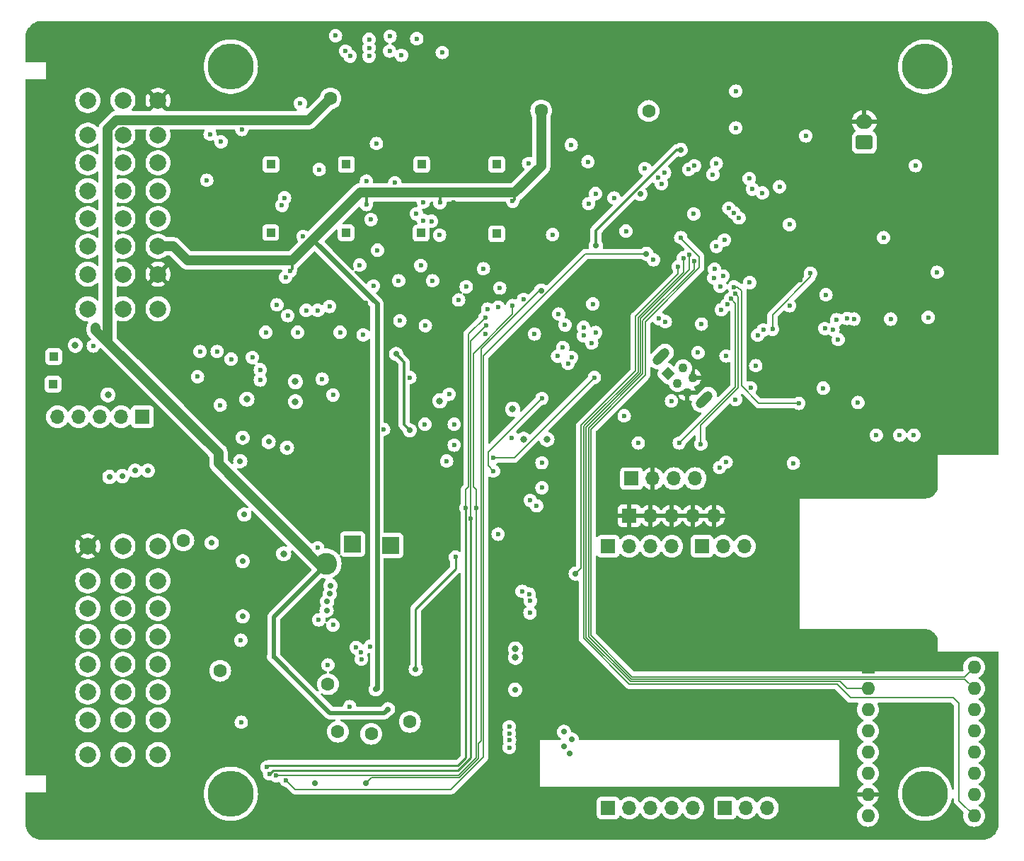
<source format=gbr>
%TF.GenerationSoftware,KiCad,Pcbnew,8.0.0~rc2*%
%TF.CreationDate,2024-03-12T18:06:46-03:00*%
%TF.ProjectId,hw_v1,68775f76-312e-46b6-9963-61645f706362,rev?*%
%TF.SameCoordinates,Original*%
%TF.FileFunction,Copper,L3,Inr*%
%TF.FilePolarity,Positive*%
%FSLAX46Y46*%
G04 Gerber Fmt 4.6, Leading zero omitted, Abs format (unit mm)*
G04 Created by KiCad (PCBNEW 8.0.0~rc2) date 2024-03-12 18:06:46*
%MOMM*%
%LPD*%
G01*
G04 APERTURE LIST*
G04 Aperture macros list*
%AMRoundRect*
0 Rectangle with rounded corners*
0 $1 Rounding radius*
0 $2 $3 $4 $5 $6 $7 $8 $9 X,Y pos of 4 corners*
0 Add a 4 corners polygon primitive as box body*
4,1,4,$2,$3,$4,$5,$6,$7,$8,$9,$2,$3,0*
0 Add four circle primitives for the rounded corners*
1,1,$1+$1,$2,$3*
1,1,$1+$1,$4,$5*
1,1,$1+$1,$6,$7*
1,1,$1+$1,$8,$9*
0 Add four rect primitives between the rounded corners*
20,1,$1+$1,$2,$3,$4,$5,0*
20,1,$1+$1,$4,$5,$6,$7,0*
20,1,$1+$1,$6,$7,$8,$9,0*
20,1,$1+$1,$8,$9,$2,$3,0*%
%AMHorizOval*
0 Thick line with rounded ends*
0 $1 width*
0 $2 $3 position (X,Y) of the first rounded end (center of the circle)*
0 $4 $5 position (X,Y) of the second rounded end (center of the circle)*
0 Add line between two ends*
20,1,$1,$2,$3,$4,$5,0*
0 Add two circle primitives to create the rounded ends*
1,1,$1,$2,$3*
1,1,$1,$4,$5*%
%AMRotRect*
0 Rectangle, with rotation*
0 The origin of the aperture is its center*
0 $1 length*
0 $2 width*
0 $3 Rotation angle, in degrees counterclockwise*
0 Add horizontal line*
21,1,$1,$2,0,0,$3*%
G04 Aperture macros list end*
%TA.AperFunction,ComponentPad*%
%ADD10C,0.600000*%
%TD*%
%TA.AperFunction,ComponentPad*%
%ADD11C,2.000000*%
%TD*%
%TA.AperFunction,ComponentPad*%
%ADD12R,2.000000X2.000000*%
%TD*%
%TA.AperFunction,ComponentPad*%
%ADD13O,1.600000X1.600000*%
%TD*%
%TA.AperFunction,ComponentPad*%
%ADD14R,1.600000X1.600000*%
%TD*%
%TA.AperFunction,ComponentPad*%
%ADD15R,1.000000X1.000000*%
%TD*%
%TA.AperFunction,ComponentPad*%
%ADD16O,1.700000X1.700000*%
%TD*%
%TA.AperFunction,ComponentPad*%
%ADD17R,1.700000X1.700000*%
%TD*%
%TA.AperFunction,ComponentPad*%
%ADD18C,5.500000*%
%TD*%
%TA.AperFunction,ComponentPad*%
%ADD19HorizOval,1.100000X-0.459619X-0.459619X0.459619X0.459619X0*%
%TD*%
%TA.AperFunction,ComponentPad*%
%ADD20C,1.100000*%
%TD*%
%TA.AperFunction,ComponentPad*%
%ADD21RotRect,1.100000X1.100000X315.000000*%
%TD*%
%TA.AperFunction,ComponentPad*%
%ADD22O,2.000000X1.700000*%
%TD*%
%TA.AperFunction,ComponentPad*%
%ADD23RoundRect,0.250000X0.750000X-0.600000X0.750000X0.600000X-0.750000X0.600000X-0.750000X-0.600000X0*%
%TD*%
%TA.AperFunction,ViaPad*%
%ADD24C,0.600000*%
%TD*%
%TA.AperFunction,ViaPad*%
%ADD25C,0.800000*%
%TD*%
%TA.AperFunction,ViaPad*%
%ADD26C,2.600000*%
%TD*%
%TA.AperFunction,ViaPad*%
%ADD27C,0.700000*%
%TD*%
%TA.AperFunction,ViaPad*%
%ADD28C,1.600000*%
%TD*%
%TA.AperFunction,Conductor*%
%ADD29C,0.300000*%
%TD*%
%TA.AperFunction,Conductor*%
%ADD30C,1.200000*%
%TD*%
%TA.AperFunction,Conductor*%
%ADD31C,0.500000*%
%TD*%
%TA.AperFunction,Conductor*%
%ADD32C,0.250000*%
%TD*%
%TA.AperFunction,Conductor*%
%ADD33C,0.200000*%
%TD*%
%TA.AperFunction,Conductor*%
%ADD34C,0.600000*%
%TD*%
G04 APERTURE END LIST*
D10*
%TO.N,unconnected-(U12-RTN-Pad13)_1*%
%TO.C,U12*%
X91116800Y-57544400D03*
%TO.N,unconnected-(U12-RTN-Pad13)_2*%
X91116800Y-56544400D03*
%TO.N,unconnected-(U12-RTN-Pad13)_0*%
X91116800Y-55544400D03*
%TD*%
D11*
%TO.N,MAP_Sensor*%
%TO.C,J13*%
X57467600Y-62836000D03*
%TO.N,TPS_Sensor*%
X57467600Y-66986000D03*
%TO.N,IAT_Sensor*%
X57467600Y-70316000D03*
%TO.N,CLT_Sensor*%
X57467600Y-73646000D03*
%TO.N,O2_Sensor*%
X57467600Y-76976000D03*
%TO.N,SPARE2_Sensor*%
X57467600Y-80306000D03*
%TO.N,SPARE1_Sensor*%
X57467600Y-83636000D03*
%TO.N,GNDREF*%
X57467600Y-87786000D03*
%TO.N,SW_AC*%
X61667600Y-62836000D03*
%TO.N,SW_SHIFT*%
X61667600Y-66986000D03*
%TO.N,SW_TABLE*%
X61667600Y-70316000D03*
%TO.N,SW_USER*%
X61667600Y-73646000D03*
%TO.N,CRANK-*%
X61667600Y-76976000D03*
%TO.N,CRANK+*%
X61667600Y-80306000D03*
%TO.N,CAM-*%
X61667600Y-83636000D03*
%TO.N,CAM+*%
X61667600Y-87786000D03*
%TO.N,GND*%
X65867600Y-62836000D03*
%TO.N,CAN-*%
X65867600Y-66986000D03*
%TO.N,CAN+*%
X65867600Y-70316000D03*
%TO.N,Clutch_in*%
X65867600Y-73646000D03*
%TO.N,CEL-OUT*%
X65867600Y-76976000D03*
%TO.N,+5C*%
X65867600Y-80306000D03*
%TO.N,GND*%
X65867600Y-83636000D03*
%TO.N,+12VA*%
X65867600Y-87786000D03*
%TD*%
D12*
%TO.N,Net-(J11-Pin_1)*%
%TO.C,J11*%
X89150000Y-115925000D03*
%TD*%
D13*
%TO.N,/MTR_DIR*%
%TO.C,A1*%
X163505600Y-130683000D03*
%TO.N,/MTR_STEP*%
X163505600Y-133223000D03*
%TO.N,+3V3*%
X163505600Y-135763000D03*
X163505600Y-138303000D03*
%TO.N,Net-(A1-M2)*%
X163505600Y-140843000D03*
%TO.N,Net-(A1-M1)*%
X163505600Y-143383000D03*
%TO.N,Net-(A1-M0)*%
X163505600Y-145923000D03*
%TO.N,/MTR_ENABLE*%
X163505600Y-148463000D03*
%TO.N,+12V*%
X150805600Y-148463000D03*
%TO.N,GND*%
X150805600Y-145923000D03*
%TO.N,STEPPER-B2*%
X150805600Y-143383000D03*
%TO.N,STEPPER-B1*%
X150805600Y-140843000D03*
%TO.N,STEPPER-A1*%
X150805600Y-138303000D03*
%TO.N,STEPPER-A2*%
X150805600Y-135763000D03*
%TO.N,/MTR_FAULT*%
X150805600Y-133223000D03*
D14*
%TO.N,GND*%
X150805600Y-130683000D03*
%TD*%
D15*
%TO.N,ext_a0_in*%
%TO.C,TP17*%
X106400000Y-78800000D03*
%TD*%
D16*
%TO.N,Net-(J2-Pin_1)*%
%TO.C,J2*%
X129885000Y-147500000D03*
X127345000Y-147500000D03*
X124804999Y-147500000D03*
X122265000Y-147500000D03*
D17*
X119725000Y-147500000D03*
%TD*%
D16*
%TO.N,Net-(J14-Pin_4)*%
%TO.C,J14*%
X130140001Y-108100000D03*
%TO.N,Net-(J14-Pin_3)*%
X127600000Y-108100000D03*
%TO.N,GND*%
X125060001Y-108100000D03*
D17*
%TO.N,VDD*%
X122520001Y-108100000D03*
%TD*%
D15*
%TO.N,/Sensors/CH_TPS_m*%
%TO.C,TP10*%
X79400000Y-70500000D03*
%TD*%
D18*
%TO.N,N/C*%
%TO.C,REF\u002A\u002A*%
X74573600Y-58801000D03*
%TD*%
D15*
%TO.N,SPARE1_Sensor*%
%TO.C,TP20*%
X53300000Y-96800000D03*
%TD*%
D16*
%TO.N,GND*%
%TO.C,J4*%
X132420000Y-112530000D03*
X129880000Y-112530000D03*
X127339999Y-112530000D03*
X124800000Y-112530000D03*
D17*
X122260000Y-112530000D03*
%TD*%
D15*
%TO.N,/Sensors/CH_IAT_m*%
%TO.C,TP14*%
X79350800Y-78654400D03*
%TD*%
D18*
%TO.N,N/C*%
%TO.C,REF\u002A\u002A*%
X157631600Y-145821000D03*
%TD*%
%TO.N,N/C*%
%TO.C,REF\u002A\u002A*%
X157631600Y-58821000D03*
%TD*%
D16*
%TO.N,CEL-OUT*%
%TO.C,J3*%
X53840000Y-100700000D03*
%TO.N,PROTO-4*%
X56380000Y-100700000D03*
%TO.N,PROTO-3*%
X58920001Y-100700000D03*
%TO.N,PROTO-2*%
X61460000Y-100700000D03*
D17*
%TO.N,PROTO-1*%
X64000000Y-100700000D03*
%TD*%
D19*
%TO.N,N/C*%
%TO.C,J8*%
X131226650Y-98645583D03*
X126064771Y-93483704D03*
D20*
%TO.N,GND*%
X129158363Y-97814733D03*
X129830114Y-96011610D03*
%TO.N,USB_D+*%
X128026992Y-96683362D03*
%TO.N,USB_D-*%
X128698743Y-94880240D03*
D21*
%TO.N,VBUS*%
X126895621Y-95551991D03*
%TD*%
D16*
%TO.N,/SPI2_MISO*%
%TO.C,J15*%
X138779999Y-147500000D03*
%TO.N,/SPI2_MOSI*%
X136240000Y-147500000D03*
D17*
%TO.N,/SPI2_SCK*%
X133700000Y-147500000D03*
%TD*%
D15*
%TO.N,/Sensors/CH_VBATT_m*%
%TO.C,TP15*%
X88369000Y-78696750D03*
%TD*%
%TO.N,/Sensors/CH_CLT_m*%
%TO.C,TP9*%
X97400000Y-70500000D03*
%TD*%
%TO.N,/Sensors/CH_MAP_m*%
%TO.C,TP11*%
X88400000Y-70500000D03*
%TD*%
%TO.N,/Sensors/CH_O2_m*%
%TO.C,TP16*%
X97322000Y-78714050D03*
%TD*%
%TO.N,ext_a1_in*%
%TO.C,TP18*%
X106400000Y-70500000D03*
%TD*%
D12*
%TO.N,Net-(J10-Pin_1)*%
%TO.C,J10*%
X93700000Y-116100000D03*
%TD*%
D16*
%TO.N,+12V*%
%TO.C,J5*%
X136029999Y-116200000D03*
X133490000Y-116200000D03*
D17*
X130950000Y-116200000D03*
%TD*%
D11*
%TO.N,GND*%
%TO.C,J12*%
X57467600Y-116176000D03*
%TO.N,PROTO-1*%
X57467600Y-120326000D03*
%TO.N,PROTO-2*%
X57467600Y-123656000D03*
%TO.N,PROTO-3*%
X57467600Y-126986000D03*
%TO.N,PROTO-4*%
X57467600Y-130316000D03*
%TO.N,FUELPUMP-OUT*%
X57467600Y-133646000D03*
%TO.N,IDLE-OUT*%
X57467600Y-136976000D03*
%TO.N,BOOST-OUT*%
X57467600Y-141126000D03*
%TO.N,TACHO-OUT*%
X61667600Y-116176000D03*
%TO.N,VVT-OUT*%
X61667600Y-120326000D03*
%TO.N,FAN2-OUT*%
X61667600Y-123656000D03*
%TO.N,FAN-OUT*%
X61667600Y-126986000D03*
%TO.N,STEPPER-A2*%
X61667600Y-130316000D03*
%TO.N,STEPPER-A1*%
X61667600Y-133646000D03*
%TO.N,STEPPER-B1*%
X61667600Y-136976000D03*
%TO.N,STEPPER-B2*%
X61667600Y-141126000D03*
%TO.N,IGN-4-OUT*%
X65867600Y-116176000D03*
%TO.N,IGN-3-OUT*%
X65867600Y-120326000D03*
%TO.N,IGN-2-OUT*%
X65867600Y-123656000D03*
%TO.N,IGN-1-OUT*%
X65867600Y-126986000D03*
%TO.N,INJ-4-OUT*%
X65867600Y-130316000D03*
%TO.N,INJ-3-OUT*%
X65867600Y-133646000D03*
%TO.N,INJ-2-OUT*%
X65867600Y-136976000D03*
%TO.N,INJ-1-OUT*%
X65867600Y-141126000D03*
%TD*%
D15*
%TO.N,SPARE2_Sensor*%
%TO.C,TP19*%
X53400000Y-93500000D03*
%TD*%
D22*
%TO.N,GND*%
%TO.C,BT1*%
X150374369Y-65379130D03*
D23*
%TO.N,Net-(BT1-+)*%
X150374369Y-67879130D03*
%TD*%
D18*
%TO.N,N/C*%
%TO.C,REF\u002A\u002A*%
X74573600Y-145821000D03*
%TD*%
D16*
%TO.N,MCU-D0*%
%TO.C,J6*%
X127345000Y-116200000D03*
%TO.N,MCU-D1*%
X124804999Y-116200000D03*
%TO.N,Net-(J6-Pin_2)*%
X122265000Y-116200000D03*
D17*
%TO.N,Net-(J6-Pin_1)*%
X119725000Y-116200000D03*
%TD*%
D24*
%TO.N,Net-(U1-GD2)*%
X75775000Y-127450000D03*
X84975000Y-116375000D03*
D25*
%TO.N,GND*%
X104675000Y-75925000D03*
D24*
%TO.N,+12V*%
X92000000Y-68000000D03*
D25*
X58425000Y-90060000D03*
D24*
X91338187Y-77100000D03*
X79700000Y-129400000D03*
D26*
X86025000Y-118275000D03*
D27*
X93384090Y-135706591D03*
D28*
X86500000Y-62600000D03*
D24*
X93578337Y-56931253D03*
%TO.N,GND*%
X139950000Y-75100000D03*
X101200000Y-75075000D03*
D27*
X151650000Y-83399999D03*
X84700000Y-115100000D03*
D24*
X132970000Y-74311683D03*
X143550000Y-95280000D03*
D27*
X111000000Y-89100000D03*
D24*
X139180000Y-71930000D03*
D26*
X80100000Y-135900000D03*
D24*
X144030000Y-91510000D03*
X110010000Y-85040000D03*
X100000000Y-87200000D03*
D27*
X131930000Y-89610000D03*
D24*
X111800000Y-107210000D03*
X143130000Y-72240000D03*
X83200000Y-83300000D03*
X81260000Y-93280000D03*
X147280000Y-73110000D03*
X109800000Y-106200000D03*
D27*
X111350000Y-92240000D03*
D24*
X142720000Y-84330000D03*
X92545558Y-58575000D03*
X99550000Y-82500000D03*
X90764314Y-87035686D03*
X141660000Y-71640000D03*
X139175000Y-64425000D03*
X80500000Y-98600000D03*
X110460000Y-81690000D03*
X106740000Y-86330000D03*
D27*
X143330000Y-81510000D03*
D24*
X74060000Y-95900000D03*
%TO.N,+3V3*%
X101450001Y-117500000D03*
X105000000Y-90800000D03*
D27*
X128390000Y-68750000D03*
D24*
X106575735Y-87575735D03*
D27*
X118240000Y-80210000D03*
D24*
X134980000Y-66140000D03*
D27*
X96005000Y-102325000D03*
D24*
X110900000Y-90800000D03*
X134980000Y-61730000D03*
X109605017Y-86655020D03*
X106749998Y-85310000D03*
X71700000Y-72400000D03*
D27*
X94350000Y-93200000D03*
D24*
X143930000Y-83510000D03*
X87645001Y-90600000D03*
X133828249Y-93428249D03*
D27*
X96700000Y-130900000D03*
D24*
X139374222Y-90224122D03*
D27*
X84600000Y-144575000D03*
D24*
%TO.N,Net-(BT1-+)*%
X141420000Y-77700000D03*
%TO.N,Net-(JP1-A)*%
X86800000Y-98100000D03*
X85500000Y-96200000D03*
D25*
%TO.N,/CKP_CMP_Sensors/IN2+*%
X82300000Y-98900000D03*
D24*
X108200000Y-103200000D03*
D25*
X99579999Y-98800000D03*
D24*
%TO.N,/CKP_CMP_Sensors/IN2-*%
X111800000Y-109200000D03*
X78100000Y-96300000D03*
X101300000Y-101600000D03*
X96000000Y-96000000D03*
D25*
%TO.N,/CKP_CMP_Sensors/IN1-*%
X108300000Y-99800000D03*
X76500000Y-98600000D03*
%TO.N,/CKP_CMP_Sensors/IN1+*%
X112400000Y-103400000D03*
X109600000Y-103400000D03*
X82300000Y-96500000D03*
D24*
%TO.N,Net-(U12-C)*%
X93624400Y-55168800D03*
X94996000Y-57439599D03*
%TO.N,CLT_Sensor*%
X97600000Y-75000000D03*
%TO.N,TPS_Sensor*%
X81000000Y-74500000D03*
%TO.N,+5C*%
X90800000Y-75300000D03*
D27*
X91930000Y-133330000D03*
D24*
X104794527Y-82992780D03*
D28*
X111709200Y-64058800D03*
D24*
X108300000Y-74900000D03*
X99600000Y-75075000D03*
X81675000Y-83250000D03*
D27*
X108575000Y-133370000D03*
D24*
%TO.N,/Sensors/CH_CLT_m*%
X85000000Y-87975000D03*
X98600000Y-77300000D03*
%TO.N,/Sensors/CH_TPS_m*%
X81125000Y-84000000D03*
%TO.N,/Sensors/CH_MAP_m*%
X81400000Y-88600000D03*
%TO.N,ext_a0_in*%
X82565000Y-90600000D03*
%TO.N,ext_a1_in*%
X97600000Y-77200000D03*
X83600000Y-87975000D03*
%TO.N,O2_Sensor*%
X99545000Y-78968050D03*
X97300000Y-82600000D03*
%TO.N,IAT_Sensor*%
X80700000Y-75400000D03*
%TO.N,Net-(C23-Pad1)*%
X90000000Y-82555650D03*
X92128200Y-80767350D03*
%TO.N,/Sensors/CH_O2_m*%
X78754999Y-90600000D03*
%TO.N,MCU-D0*%
X147069561Y-89090242D03*
X133630000Y-79540000D03*
%TO.N,/Sensors/CH_IAT_m*%
X83223800Y-79111600D03*
%TO.N,/Sensors/CH_VBATT_m*%
X80100000Y-87300000D03*
%TO.N,/NRST*%
X138175000Y-73900000D03*
X156500000Y-70650001D03*
X141880000Y-106250000D03*
%TO.N,VDDA*%
X143375000Y-67100000D03*
%TO.N,OSC_IN*%
X136600000Y-72200000D03*
X140223223Y-73178858D03*
%TO.N,+5V*%
X121640000Y-100580000D03*
D28*
X124561600Y-64109600D03*
D24*
X111800000Y-106212500D03*
D28*
X68900000Y-115470000D03*
D24*
X145464265Y-97284265D03*
X73400000Y-67800000D03*
D27*
%TO.N,Net-(D2-K)*%
X64650000Y-107150000D03*
X76000000Y-103200000D03*
D28*
%TO.N,INJ-4-OUT*%
X86200000Y-132700000D03*
D27*
%TO.N,Net-(D5-K)*%
X63125000Y-107150000D03*
X81300000Y-104400000D03*
D28*
%TO.N,INJ-3-OUT*%
X73300000Y-131100000D03*
D27*
%TO.N,Net-(D7-K)*%
X79100000Y-103700000D03*
X61600000Y-107800000D03*
D28*
%TO.N,INJ-2-OUT*%
X87387438Y-138387438D03*
D27*
%TO.N,Net-(D10-K)*%
X60050000Y-107900000D03*
X75700000Y-106000000D03*
%TO.N,TACHO-OUT*%
X76200000Y-112400000D03*
D28*
%TO.N,IDLE-OUT*%
X91375000Y-138650000D03*
%TO.N,BOOST-OUT*%
X96000000Y-137200000D03*
D24*
%TO.N,/SW_USER_m*%
X70590000Y-95910000D03*
X117390000Y-75200000D03*
%TO.N,Net-(J6-Pin_1)*%
X110400000Y-110700000D03*
X110200000Y-70400000D03*
%TO.N,MCU-D1*%
X132660000Y-80310000D03*
X147240000Y-91460000D03*
%TO.N,Net-(J6-Pin_2)*%
X111158185Y-111358185D03*
X113075946Y-78908529D03*
%TO.N,USB_D-*%
X127300000Y-98800000D03*
%TO.N,/SYS_SWCLK*%
X133830000Y-106120000D03*
X136754265Y-97235735D03*
%TO.N,/SYS_SWDIO*%
X134970000Y-98630000D03*
X130886536Y-89606536D03*
X133060000Y-106780000D03*
X130470000Y-93030000D03*
%TO.N,/SYS_SWO*%
X137380000Y-94580000D03*
X136660140Y-84639860D03*
D27*
%TO.N,STEPPER-A2*%
X114450000Y-138410000D03*
%TO.N,VVT-OUT*%
X86500000Y-120900000D03*
%TO.N,STEPPER-B1*%
X114410000Y-140120000D03*
%TO.N,STEPPER-B2*%
X115085000Y-140970000D03*
%TO.N,FAN-OUT*%
X86100000Y-122825000D03*
D24*
%TO.N,CRANK-*%
X78100000Y-95087500D03*
X73300000Y-99299999D03*
D27*
%TO.N,STEPPER-A1*%
X115390000Y-139335000D03*
%TO.N,FUELPUMP-OUT*%
X86039492Y-123860508D03*
D24*
%TO.N,MAP_Sensor*%
X90800000Y-72500000D03*
%TO.N,Net-(JP2-B)*%
X101300000Y-104100000D03*
X92850000Y-102200000D03*
%TO.N,Net-(JP3-B)*%
X97800000Y-101600000D03*
X100700000Y-98000000D03*
%TO.N,/IAT*%
X130050000Y-70650000D03*
X90400000Y-90900000D03*
%TO.N,Net-(U13-BOOT0)*%
X141416637Y-87416637D03*
%TO.N,/LED_CAN_TX*%
X142520000Y-99090000D03*
X134782323Y-85166207D03*
%TO.N,/LED_CAN_RX*%
X149600000Y-99000000D03*
X129960000Y-76430000D03*
%TO.N,Net-(U7A-+)*%
X94200000Y-72687500D03*
X96779442Y-76404442D03*
%TO.N,/LED0*%
X135380000Y-76900000D03*
X151800000Y-102900000D03*
%TO.N,/LED1*%
X134780000Y-76300000D03*
X154600000Y-102900000D03*
%TO.N,/LED2*%
X134165000Y-75760000D03*
X156300000Y-102900000D03*
%TO.N,Net-(U6C-+)*%
X86375000Y-87500000D03*
X85150000Y-71112500D03*
%TO.N,Net-(U13-PB2)*%
X117300000Y-70190000D03*
%TO.N,/MEMORY_CS*%
X106550000Y-114750000D03*
X117890000Y-87199999D03*
%TO.N,Net-(U1-GD0)*%
X86800000Y-125625000D03*
X75830000Y-137260000D03*
D27*
%TO.N,IGN_V+*%
X76000000Y-118000000D03*
X72300000Y-115800000D03*
X76000000Y-124600000D03*
D24*
%TO.N,Net-(U1-GD1)*%
X85100000Y-125000000D03*
X88791942Y-135391942D03*
%TO.N,Net-(U1-GD3)*%
X86200000Y-130400000D03*
D25*
X80900000Y-117100000D03*
D27*
%TO.N,FAN2-OUT*%
X86400000Y-121900000D03*
D24*
%TO.N,/EXT_1*%
X102750000Y-85150000D03*
X126100000Y-72800000D03*
%TO.N,/EXT_0*%
X98715682Y-84425000D03*
X125700000Y-72100000D03*
%TO.N,USART_2_RX*%
X134960000Y-85960000D03*
X130800000Y-103960000D03*
%TO.N,USART_2_TX*%
X134400000Y-86560000D03*
X123326801Y-103830100D03*
X128226801Y-103845100D03*
%TO.N,Net-(U12-SW)*%
X88290799Y-56943398D03*
X96824800Y-55449200D03*
%TO.N,/fuel_pump*%
X110370000Y-124170000D03*
X146630735Y-90259265D03*
%TO.N,/INY1*%
X107900000Y-140283752D03*
X116780000Y-90000000D03*
%TO.N,/MTR_STEP*%
X130015000Y-82054954D03*
%TO.N,/CMP*%
X100400000Y-106000000D03*
X106000000Y-105600000D03*
X118075000Y-96000000D03*
%TO.N,Net-(U12-OV)*%
X99872800Y-57099200D03*
X88849200Y-57541000D03*
%TO.N,/CLT*%
X129350000Y-71100000D03*
X94800000Y-89200000D03*
%TO.N,/MAP*%
X126480584Y-71500000D03*
X97850000Y-89800000D03*
%TO.N,/ECN3*%
X115350000Y-93600000D03*
X90200000Y-129700000D03*
%TO.N,/CAN1_RX*%
X137610000Y-90935000D03*
X72100000Y-66900000D03*
D27*
%TO.N,/PMIC1_ENABLE*%
X111700000Y-85600000D03*
X90760000Y-144510000D03*
D24*
%TO.N,/fan1*%
X145655735Y-90134265D03*
X110410000Y-122740000D03*
%TO.N,/SW_TABLE_m*%
X118210000Y-74000000D03*
X70900000Y-92890000D03*
%TO.N,/SW_Clutch_m*%
X133960000Y-87252656D03*
X77160000Y-93610000D03*
%TO.N,/ECN2*%
X113675000Y-93450000D03*
X91250000Y-128175000D03*
%TO.N,/INY4*%
X117748943Y-91878943D03*
X107900000Y-137800000D03*
%TO.N,/SW_SHIFT_m*%
X72940000Y-92890000D03*
X120424391Y-74525609D03*
%TO.N,/MTR_ENABLE*%
X128710000Y-81700000D03*
%TO.N,/O2*%
X101830000Y-86720000D03*
X132250000Y-71700000D03*
D27*
%TO.N,/RPM_OUT*%
X115830000Y-119470000D03*
D24*
X128110000Y-82730000D03*
%TO.N,/SPI2_MOSI*%
X78921942Y-142638058D03*
X102700000Y-111600000D03*
X105000134Y-88800000D03*
X113800000Y-88399999D03*
D25*
%TO.N,/boost*%
X108625000Y-129500000D03*
D24*
X132347184Y-84087183D03*
%TO.N,/CAN1_TX*%
X75900000Y-66325000D03*
X138290000Y-90310000D03*
%TO.N,/PMIC1_CS*%
X81200000Y-144200000D03*
D27*
X124300000Y-81200000D03*
D24*
%TO.N,/ECN4*%
X90158058Y-128858058D03*
X114929442Y-94309162D03*
%TO.N,/MTR_FAULT*%
X129415000Y-81290000D03*
%TO.N,/vvt*%
X133467183Y-83851068D03*
X109425000Y-121600000D03*
%TO.N,/TPS*%
X124104802Y-70994400D03*
X94650000Y-84425000D03*
%TO.N,/SW_AC_m*%
X133270000Y-87900000D03*
X74610000Y-93800000D03*
%TO.N,/INY3*%
X118235735Y-90615735D03*
X107900000Y-138600000D03*
%TO.N,/SPI2_MISO*%
X80000000Y-143650000D03*
X103900000Y-111600000D03*
X108300000Y-87400000D03*
%TO.N,/MTR_DIR*%
X128410735Y-79259265D03*
%TO.N,/SPI2_SCK*%
X79210000Y-143430000D03*
X103300000Y-112900000D03*
X121850000Y-78470000D03*
X105100000Y-89800000D03*
%TO.N,/INY2*%
X116775000Y-90990000D03*
X107925000Y-139425000D03*
%TO.N,/ECN1*%
X89575000Y-128300000D03*
X114300000Y-92400000D03*
%TO.N,/CKP*%
X106000000Y-107200000D03*
X111800000Y-98500000D03*
%TO.N,/idle*%
X132442183Y-83037919D03*
D25*
X108625000Y-128500000D03*
D24*
%TO.N,/fan2*%
X110260000Y-121930000D03*
X133126068Y-85076067D03*
D27*
%TO.N,BARO_CS*%
X123590000Y-74050000D03*
D24*
X105300000Y-87808745D03*
%TO.N,Net-(Q3A-G1)*%
X87100000Y-55100000D03*
X82900000Y-63200000D03*
%TO.N,ACCL_CS*%
X125150000Y-81910000D03*
X114560000Y-89710000D03*
%TO.N,/VBATT*%
X91650000Y-85060000D03*
X132660000Y-70380000D03*
%TO.N,/SD_CARD_DETECT*%
X126563502Y-89323502D03*
X145780000Y-86100000D03*
X152670000Y-79270000D03*
%TO.N,/SPI3_MISO*%
X149130000Y-89010000D03*
X153520000Y-89010000D03*
%TO.N,/SD_CS*%
X125802818Y-88952818D03*
X159090000Y-83410000D03*
%TO.N,/SPI3_MOSI*%
X158020000Y-88810000D03*
X148300000Y-88930000D03*
D25*
%TO.N,Net-(Q4-B)*%
X55960000Y-92150000D03*
X59880000Y-98090000D03*
D24*
%TO.N,/CEL_OUT*%
X58130000Y-92230000D03*
X115300000Y-68160000D03*
X136978058Y-73461942D03*
%TD*%
D29*
%TO.N,+5C*%
X81900000Y-83025000D02*
X81900000Y-82000000D01*
X81675000Y-83250000D02*
X81900000Y-83025000D01*
D30*
%TO.N,+12V*%
X73100000Y-105000000D02*
X59867600Y-91767600D01*
X86000000Y-118350000D02*
X85150000Y-118350000D01*
D31*
X86441942Y-136141942D02*
X79700000Y-129400000D01*
D30*
X58425000Y-90060000D02*
X58425000Y-90325000D01*
X58425000Y-90325000D02*
X59867600Y-91767600D01*
D31*
X92948739Y-136141942D02*
X86441942Y-136141942D01*
D30*
X60881600Y-65186000D02*
X59867600Y-66200000D01*
X85150000Y-118350000D02*
X73100000Y-106300000D01*
X83914000Y-65186000D02*
X60881600Y-65186000D01*
X86500000Y-62600000D02*
X83914000Y-65186000D01*
D31*
X86000000Y-118350000D02*
X79700000Y-124650000D01*
D30*
X73100000Y-106300000D02*
X73100000Y-105000000D01*
D31*
X93384090Y-135706591D02*
X92948739Y-136141942D01*
D30*
X59867600Y-66200000D02*
X59867600Y-91767600D01*
D31*
X79700000Y-124650000D02*
X79700000Y-129400000D01*
D29*
%TO.N,+3V3*%
X95290000Y-94140000D02*
X94350000Y-93200000D01*
X95290000Y-101610000D02*
X95290000Y-94140000D01*
D32*
X96700000Y-123690000D02*
X96700000Y-130900000D01*
D29*
X96005000Y-102325000D02*
X95290000Y-101610000D01*
X118240000Y-80210000D02*
X118240000Y-78410050D01*
D32*
X101450001Y-117500000D02*
X101450001Y-118939999D01*
D33*
X143930000Y-83968529D02*
X143930000Y-83510000D01*
D29*
X118240000Y-78410050D02*
X127900050Y-68750000D01*
D33*
X139374222Y-90224122D02*
X139374222Y-88524307D01*
D32*
X101450001Y-118939999D02*
X96700000Y-123690000D01*
D29*
X127900050Y-68750000D02*
X128390000Y-68750000D01*
D33*
X139374222Y-88524307D02*
X143930000Y-83968529D01*
D29*
%TO.N,+5C*%
X108534250Y-74665750D02*
X108534250Y-73865750D01*
D30*
X81900000Y-82000000D02*
X69400000Y-82000000D01*
D34*
X84610000Y-79750000D02*
X92050000Y-87190000D01*
D29*
X90800000Y-73965750D02*
X90900000Y-73865750D01*
D34*
X92050000Y-133210000D02*
X91930000Y-133330000D01*
D30*
X69400000Y-82000000D02*
X67706000Y-80306000D01*
D29*
X108300000Y-74900000D02*
X108534250Y-74665750D01*
D30*
X111709200Y-64058800D02*
X111709200Y-70690800D01*
D34*
X84610000Y-79290000D02*
X84610000Y-79750000D01*
D29*
X99600000Y-75075000D02*
X99600000Y-73965750D01*
D30*
X108534250Y-73865750D02*
X99700000Y-73865750D01*
D34*
X92050000Y-87190000D02*
X92050000Y-133210000D01*
D30*
X84610000Y-79290000D02*
X81900000Y-82000000D01*
X99700000Y-73865750D02*
X90900000Y-73865750D01*
X111709200Y-70690800D02*
X108534250Y-73865750D01*
X67706000Y-80306000D02*
X65867600Y-80306000D01*
D29*
X90800000Y-75300000D02*
X90800000Y-73965750D01*
X99600000Y-73965750D02*
X99700000Y-73865750D01*
D30*
X90034250Y-73865750D02*
X84610000Y-79290000D01*
X90900000Y-73865750D02*
X90034250Y-73865750D01*
D33*
%TO.N,/LED_CAN_TX*%
X137760000Y-99090000D02*
X142520000Y-99090000D01*
X135672663Y-85649335D02*
X135672663Y-97002663D01*
X135672663Y-97002663D02*
X137760000Y-99090000D01*
X135189535Y-85166207D02*
X135672663Y-85649335D01*
X134782323Y-85166207D02*
X135189535Y-85166207D01*
%TO.N,USART_2_RX*%
X134960000Y-85960000D02*
X134960000Y-86021471D01*
X134960000Y-86021471D02*
X135240000Y-86301471D01*
X135240000Y-97240467D02*
X130800000Y-101680467D01*
X135240000Y-86301471D02*
X135240000Y-97240467D01*
X130800000Y-101680467D02*
X130800000Y-103960000D01*
%TO.N,USART_2_TX*%
X134951100Y-97120801D02*
X128226801Y-103845100D01*
X134951100Y-87111100D02*
X134951100Y-97120801D01*
X134400000Y-86560000D02*
X134951100Y-87111100D01*
%TO.N,/MTR_STEP*%
X117371100Y-102060334D02*
X117371100Y-126989666D01*
X117371100Y-126989666D02*
X122480334Y-132098900D01*
X130015000Y-83046434D02*
X123871100Y-89190334D01*
X123871100Y-95560334D02*
X117371100Y-102060334D01*
X123871100Y-89190334D02*
X123871100Y-95560334D01*
X122480334Y-132098900D02*
X162381500Y-132098900D01*
X130015000Y-82054954D02*
X130015000Y-83046434D01*
X162381500Y-132098900D02*
X163505600Y-133223000D01*
%TO.N,/CMP*%
X108475000Y-105600000D02*
X106000000Y-105600000D01*
X118075000Y-96000000D02*
X108475000Y-105600000D01*
%TO.N,/PMIC1_ENABLE*%
X111508566Y-85600000D02*
X111700000Y-85600000D01*
X104500000Y-139488900D02*
X104500000Y-92608566D01*
X104500000Y-92608566D02*
X111508566Y-85600000D01*
X104188900Y-141619666D02*
X104188900Y-139800000D01*
X104188900Y-139800000D02*
X104500000Y-139488900D01*
X91381100Y-143888900D02*
X101919666Y-143888900D01*
X90760000Y-144510000D02*
X91381100Y-143888900D01*
X101919666Y-143888900D02*
X104188900Y-141619666D01*
%TO.N,/MTR_ENABLE*%
X123293300Y-88808134D02*
X123293300Y-95321002D01*
X123293300Y-95321002D02*
X116793300Y-101821002D01*
X122241002Y-132676700D02*
X147096700Y-132676700D01*
X128710000Y-81700000D02*
X128710000Y-83391434D01*
X147096700Y-132676700D02*
X148743000Y-134323000D01*
X116793300Y-101821002D02*
X116793300Y-127228998D01*
X161670000Y-146627400D02*
X163505600Y-148463000D01*
X161670000Y-134970000D02*
X161670000Y-146627400D01*
X128710000Y-83391434D02*
X123293300Y-88808134D01*
X161023000Y-134323000D02*
X161670000Y-134970000D01*
X116793300Y-127228998D02*
X122241002Y-132676700D01*
X148743000Y-134323000D02*
X161023000Y-134323000D01*
%TO.N,/RPM_OUT*%
X116504400Y-101701336D02*
X116504400Y-118795600D01*
X128110000Y-83582868D02*
X123004400Y-88688468D01*
X123004400Y-88688468D02*
X123004400Y-95201336D01*
X128110000Y-82730000D02*
X128110000Y-83582868D01*
X123004400Y-95201336D02*
X116504400Y-101701336D01*
X116504400Y-118795600D02*
X115830000Y-119470000D01*
D32*
%TO.N,/SPI2_MOSI*%
X102700000Y-113183884D02*
X102675000Y-113158884D01*
X102700000Y-141476802D02*
X102700000Y-113183884D01*
D33*
X102700000Y-109391434D02*
X103000000Y-109091434D01*
D32*
X101776802Y-142400000D02*
X102700000Y-141476802D01*
X102675000Y-112641116D02*
X102700000Y-112616116D01*
X78921942Y-142638058D02*
X79160000Y-142400000D01*
D33*
X102700000Y-111600000D02*
X102700000Y-109391434D01*
D32*
X102675000Y-113158884D02*
X102675000Y-112641116D01*
X79160000Y-142400000D02*
X101776802Y-142400000D01*
X102700000Y-112616116D02*
X102700000Y-111600000D01*
D33*
X103000000Y-90800134D02*
X105000134Y-88800000D01*
X103000000Y-109091434D02*
X103000000Y-90800134D01*
%TO.N,/PMIC1_CS*%
X104788900Y-93430339D02*
X117019239Y-81200000D01*
X104788900Y-141428232D02*
X104788900Y-93430339D01*
X81200000Y-144200000D02*
X82300000Y-145300000D01*
X100917132Y-145300000D02*
X104788900Y-141428232D01*
X117019239Y-81200000D02*
X124300000Y-81200000D01*
X82300000Y-145300000D02*
X100917132Y-145300000D01*
%TO.N,/MTR_FAULT*%
X123582200Y-95440668D02*
X123582200Y-88927800D01*
X148315200Y-133223000D02*
X147480000Y-132387800D01*
X150805600Y-133223000D02*
X148315200Y-133223000D01*
X123582200Y-88927800D02*
X129415000Y-83095000D01*
X129415000Y-83095000D02*
X129415000Y-81290000D01*
X117082200Y-127109332D02*
X117082200Y-101940668D01*
X117082200Y-101940668D02*
X123582200Y-95440668D01*
X122360668Y-132387800D02*
X117082200Y-127109332D01*
X147480000Y-132387800D02*
X122360668Y-132387800D01*
%TO.N,/SPI2_MISO*%
X103900000Y-111600000D02*
X103900000Y-109400000D01*
X103900000Y-109400000D02*
X103577800Y-109077800D01*
X103577800Y-93122200D02*
X108300000Y-88400000D01*
X108300000Y-88400000D02*
X108300000Y-87400000D01*
X103900000Y-141500000D02*
X103900000Y-111600000D01*
X103577800Y-109077800D02*
X103577800Y-93122200D01*
X101800000Y-143600000D02*
X103900000Y-141500000D01*
X80050000Y-143600000D02*
X101800000Y-143600000D01*
X80000000Y-143650000D02*
X80050000Y-143600000D01*
%TO.N,/MTR_DIR*%
X128410735Y-79259265D02*
X128410735Y-79320735D01*
X122600000Y-131810000D02*
X162378600Y-131810000D01*
X162378600Y-131810000D02*
X163505600Y-130683000D01*
X124160000Y-95680000D02*
X117660000Y-102180000D01*
X130615000Y-82855000D02*
X124160000Y-89310000D01*
X117660000Y-126870000D02*
X122600000Y-131810000D01*
X130615000Y-81525000D02*
X130615000Y-82855000D01*
X124160000Y-89310000D02*
X124160000Y-95680000D01*
X128410735Y-79320735D02*
X130615000Y-81525000D01*
X117660000Y-102180000D02*
X117660000Y-126870000D01*
%TO.N,/SPI2_SCK*%
X103300000Y-109222200D02*
X103288900Y-109211100D01*
D32*
X79210000Y-143430000D02*
X79615000Y-143025000D01*
D33*
X103300000Y-112900000D02*
X103300000Y-109222200D01*
X103288900Y-91611100D02*
X105100000Y-89800000D01*
D32*
X103300000Y-141478039D02*
X103300000Y-112900000D01*
X79615000Y-143025000D02*
X101753039Y-143025000D01*
D33*
X103288900Y-109211100D02*
X103288900Y-91611100D01*
D32*
X101753039Y-143025000D02*
X103300000Y-141478039D01*
D33*
%TO.N,/CKP*%
X111800000Y-98500000D02*
X105350000Y-104950000D01*
X105350000Y-104950000D02*
X105350000Y-106550000D01*
X105350000Y-106550000D02*
X106000000Y-107200000D01*
%TD*%
%TA.AperFunction,Conductor*%
%TO.N,GND*%
G36*
X124334075Y-112337007D02*
G01*
X124300000Y-112464174D01*
X124300000Y-112595826D01*
X124334075Y-112722993D01*
X124366988Y-112780000D01*
X122693012Y-112780000D01*
X122725925Y-112722993D01*
X122760000Y-112595826D01*
X122760000Y-112464174D01*
X122725925Y-112337007D01*
X122693012Y-112280000D01*
X124366988Y-112280000D01*
X124334075Y-112337007D01*
G37*
%TD.AperFunction*%
%TA.AperFunction,Conductor*%
G36*
X126874074Y-112337007D02*
G01*
X126839999Y-112464174D01*
X126839999Y-112595826D01*
X126874074Y-112722993D01*
X126906987Y-112780000D01*
X125233012Y-112780000D01*
X125265925Y-112722993D01*
X125300000Y-112595826D01*
X125300000Y-112464174D01*
X125265925Y-112337007D01*
X125233012Y-112280000D01*
X126906987Y-112280000D01*
X126874074Y-112337007D01*
G37*
%TD.AperFunction*%
%TA.AperFunction,Conductor*%
G36*
X129414075Y-112337007D02*
G01*
X129380000Y-112464174D01*
X129380000Y-112595826D01*
X129414075Y-112722993D01*
X129446988Y-112780000D01*
X127773011Y-112780000D01*
X127805924Y-112722993D01*
X127839999Y-112595826D01*
X127839999Y-112464174D01*
X127805924Y-112337007D01*
X127773011Y-112280000D01*
X129446988Y-112280000D01*
X129414075Y-112337007D01*
G37*
%TD.AperFunction*%
%TA.AperFunction,Conductor*%
G36*
X131954075Y-112337007D02*
G01*
X131920000Y-112464174D01*
X131920000Y-112595826D01*
X131954075Y-112722993D01*
X131986988Y-112780000D01*
X130313012Y-112780000D01*
X130345925Y-112722993D01*
X130380000Y-112595826D01*
X130380000Y-112464174D01*
X130345925Y-112337007D01*
X130313012Y-112280000D01*
X131986988Y-112280000D01*
X131954075Y-112337007D01*
G37*
%TD.AperFunction*%
%TA.AperFunction,Conductor*%
G36*
X164475642Y-53331765D02*
G01*
X164500551Y-53333397D01*
X164723186Y-53347989D01*
X164739247Y-53350104D01*
X164978563Y-53397708D01*
X164994206Y-53401900D01*
X165225257Y-53480331D01*
X165240229Y-53486532D01*
X165454893Y-53592392D01*
X165459060Y-53594447D01*
X165473107Y-53602557D01*
X165675977Y-53738111D01*
X165688841Y-53747982D01*
X165872278Y-53908852D01*
X165883747Y-53920321D01*
X166044617Y-54103758D01*
X166054491Y-54116626D01*
X166190042Y-54319492D01*
X166198152Y-54333539D01*
X166306064Y-54552363D01*
X166312271Y-54567349D01*
X166390696Y-54798382D01*
X166394894Y-54814048D01*
X166442493Y-55053340D01*
X166444611Y-55069422D01*
X166460835Y-55316956D01*
X166461100Y-55325066D01*
X166461100Y-105148500D01*
X166441415Y-105215539D01*
X166388611Y-105261294D01*
X166337100Y-105272500D01*
X159183250Y-105272500D01*
X159177100Y-105278650D01*
X159177100Y-108961572D01*
X159176784Y-108970418D01*
X159162327Y-109172549D01*
X159159809Y-109190061D01*
X159117679Y-109383731D01*
X159112695Y-109400707D01*
X159043426Y-109586424D01*
X159036076Y-109602517D01*
X158941086Y-109776477D01*
X158931521Y-109791360D01*
X158812741Y-109950032D01*
X158801155Y-109963403D01*
X158661003Y-110103555D01*
X158647632Y-110115141D01*
X158488960Y-110233921D01*
X158474077Y-110243486D01*
X158300117Y-110338476D01*
X158284024Y-110345826D01*
X158098307Y-110415095D01*
X158081331Y-110420079D01*
X157887661Y-110462209D01*
X157870149Y-110464727D01*
X157668018Y-110479184D01*
X157659172Y-110479500D01*
X142673250Y-110479500D01*
X142667100Y-110485650D01*
X142667100Y-110485651D01*
X142667100Y-126106651D01*
X142667100Y-126115349D01*
X142673251Y-126121500D01*
X157659172Y-126121500D01*
X157668018Y-126121816D01*
X157870154Y-126136272D01*
X157887655Y-126138789D01*
X158081340Y-126180922D01*
X158098299Y-126185901D01*
X158284031Y-126255176D01*
X158300111Y-126262520D01*
X158461761Y-126350788D01*
X158474077Y-126357513D01*
X158488960Y-126367078D01*
X158647632Y-126485858D01*
X158661003Y-126497444D01*
X158801155Y-126637596D01*
X158812741Y-126650967D01*
X158931521Y-126809639D01*
X158941086Y-126824522D01*
X159036076Y-126998482D01*
X159043426Y-127014575D01*
X159112695Y-127200292D01*
X159117679Y-127217268D01*
X159159809Y-127410938D01*
X159162327Y-127428450D01*
X159176784Y-127630581D01*
X159177100Y-127639427D01*
X159177100Y-128773651D01*
X159177100Y-128782349D01*
X159183251Y-128788500D01*
X166337100Y-128788500D01*
X166404139Y-128808185D01*
X166449894Y-128860989D01*
X166461100Y-128912500D01*
X166461100Y-149316933D01*
X166460835Y-149325043D01*
X166444611Y-149572577D01*
X166442493Y-149588659D01*
X166394894Y-149827951D01*
X166390696Y-149843617D01*
X166312271Y-150074650D01*
X166306064Y-150089636D01*
X166198152Y-150308460D01*
X166190042Y-150322507D01*
X166054491Y-150525373D01*
X166044617Y-150538241D01*
X165883747Y-150721678D01*
X165872278Y-150733147D01*
X165688841Y-150894017D01*
X165675973Y-150903891D01*
X165473107Y-151039442D01*
X165459060Y-151047552D01*
X165240236Y-151155464D01*
X165225250Y-151161671D01*
X164994217Y-151240096D01*
X164978551Y-151244294D01*
X164739259Y-151291893D01*
X164723177Y-151294011D01*
X164475643Y-151310235D01*
X164467533Y-151310500D01*
X51975667Y-151310500D01*
X51967557Y-151310235D01*
X51720022Y-151294011D01*
X51703940Y-151291893D01*
X51464648Y-151244294D01*
X51448982Y-151240096D01*
X51217949Y-151161671D01*
X51202963Y-151155464D01*
X50984139Y-151047552D01*
X50970092Y-151039442D01*
X50767226Y-150903891D01*
X50754358Y-150894017D01*
X50570921Y-150733147D01*
X50559452Y-150721678D01*
X50398582Y-150538241D01*
X50388708Y-150525373D01*
X50331911Y-150440371D01*
X50253157Y-150322507D01*
X50245047Y-150308460D01*
X50197542Y-150212129D01*
X50137132Y-150089629D01*
X50130931Y-150074657D01*
X50052500Y-149843606D01*
X50048308Y-149827963D01*
X50000704Y-149588647D01*
X49998589Y-149572586D01*
X49982365Y-149325042D01*
X49982100Y-149316933D01*
X49982100Y-149296688D01*
X49982072Y-149296533D01*
X49978266Y-145820999D01*
X71318326Y-145820999D01*
X71337408Y-146172954D01*
X71394433Y-146520793D01*
X71394434Y-146520796D01*
X71488726Y-146860408D01*
X71488727Y-146860410D01*
X71619188Y-147187844D01*
X71619197Y-147187862D01*
X71695844Y-147332433D01*
X71784295Y-147499269D01*
X71944401Y-147735408D01*
X71982098Y-147791006D01*
X71982105Y-147791016D01*
X72173637Y-148016504D01*
X72210286Y-148059650D01*
X72466180Y-148302046D01*
X72746782Y-148515354D01*
X73048802Y-148697074D01*
X73048806Y-148697075D01*
X73048810Y-148697078D01*
X73368688Y-148845070D01*
X73368692Y-148845070D01*
X73368699Y-148845074D01*
X73702722Y-148957619D01*
X74046955Y-149033391D01*
X74397363Y-149071500D01*
X74397369Y-149071500D01*
X74749831Y-149071500D01*
X74749837Y-149071500D01*
X75100245Y-149033391D01*
X75444478Y-148957619D01*
X75778501Y-148845074D01*
X75778508Y-148845070D01*
X75778511Y-148845070D01*
X76098389Y-148697078D01*
X76098398Y-148697074D01*
X76400418Y-148515354D01*
X76554966Y-148397870D01*
X118374500Y-148397870D01*
X118374501Y-148397876D01*
X118380908Y-148457483D01*
X118431202Y-148592328D01*
X118431206Y-148592335D01*
X118517452Y-148707544D01*
X118517455Y-148707547D01*
X118632664Y-148793793D01*
X118632671Y-148793797D01*
X118767517Y-148844091D01*
X118767516Y-148844091D01*
X118774444Y-148844835D01*
X118827127Y-148850500D01*
X120622872Y-148850499D01*
X120682483Y-148844091D01*
X120817331Y-148793796D01*
X120932546Y-148707546D01*
X121018796Y-148592331D01*
X121067810Y-148460916D01*
X121109681Y-148404984D01*
X121175145Y-148380566D01*
X121243418Y-148395417D01*
X121271673Y-148416569D01*
X121393599Y-148538495D01*
X121490384Y-148606265D01*
X121587165Y-148674032D01*
X121587167Y-148674033D01*
X121587170Y-148674035D01*
X121801337Y-148773903D01*
X122029592Y-148835063D01*
X122206034Y-148850500D01*
X122264999Y-148855659D01*
X122265000Y-148855659D01*
X122265001Y-148855659D01*
X122323966Y-148850500D01*
X122500408Y-148835063D01*
X122728663Y-148773903D01*
X122942830Y-148674035D01*
X123136401Y-148538495D01*
X123303495Y-148371401D01*
X123433424Y-148185842D01*
X123488001Y-148142218D01*
X123557499Y-148135024D01*
X123619854Y-148166547D01*
X123636573Y-148185841D01*
X123766504Y-148371401D01*
X123933598Y-148538495D01*
X124030383Y-148606265D01*
X124127164Y-148674032D01*
X124127166Y-148674033D01*
X124127169Y-148674035D01*
X124341336Y-148773903D01*
X124569591Y-148835063D01*
X124746033Y-148850500D01*
X124804998Y-148855659D01*
X124804999Y-148855659D01*
X124805000Y-148855659D01*
X124863965Y-148850500D01*
X125040407Y-148835063D01*
X125268662Y-148773903D01*
X125482829Y-148674035D01*
X125676400Y-148538495D01*
X125843494Y-148371401D01*
X125973425Y-148185839D01*
X126028001Y-148142216D01*
X126097499Y-148135022D01*
X126159854Y-148166545D01*
X126176572Y-148185838D01*
X126306505Y-148371401D01*
X126473599Y-148538495D01*
X126570384Y-148606265D01*
X126667165Y-148674032D01*
X126667167Y-148674033D01*
X126667170Y-148674035D01*
X126881337Y-148773903D01*
X127109592Y-148835063D01*
X127286034Y-148850500D01*
X127344999Y-148855659D01*
X127345000Y-148855659D01*
X127345001Y-148855659D01*
X127403966Y-148850500D01*
X127580408Y-148835063D01*
X127808663Y-148773903D01*
X128022830Y-148674035D01*
X128216401Y-148538495D01*
X128383495Y-148371401D01*
X128513426Y-148185841D01*
X128568002Y-148142217D01*
X128637500Y-148135023D01*
X128699855Y-148166546D01*
X128716575Y-148185842D01*
X128846500Y-148371395D01*
X128846505Y-148371401D01*
X129013599Y-148538495D01*
X129110384Y-148606265D01*
X129207165Y-148674032D01*
X129207167Y-148674033D01*
X129207170Y-148674035D01*
X129421337Y-148773903D01*
X129649592Y-148835063D01*
X129826034Y-148850500D01*
X129884999Y-148855659D01*
X129885000Y-148855659D01*
X129885001Y-148855659D01*
X129943966Y-148850500D01*
X130120408Y-148835063D01*
X130348663Y-148773903D01*
X130562830Y-148674035D01*
X130756401Y-148538495D01*
X130897026Y-148397870D01*
X132349500Y-148397870D01*
X132349501Y-148397876D01*
X132355908Y-148457483D01*
X132406202Y-148592328D01*
X132406206Y-148592335D01*
X132492452Y-148707544D01*
X132492455Y-148707547D01*
X132607664Y-148793793D01*
X132607671Y-148793797D01*
X132742517Y-148844091D01*
X132742516Y-148844091D01*
X132749444Y-148844835D01*
X132802127Y-148850500D01*
X134597872Y-148850499D01*
X134657483Y-148844091D01*
X134792331Y-148793796D01*
X134907546Y-148707546D01*
X134993796Y-148592331D01*
X135042810Y-148460916D01*
X135084681Y-148404984D01*
X135150145Y-148380566D01*
X135218418Y-148395417D01*
X135246673Y-148416569D01*
X135368599Y-148538495D01*
X135465384Y-148606265D01*
X135562165Y-148674032D01*
X135562167Y-148674033D01*
X135562170Y-148674035D01*
X135776337Y-148773903D01*
X136004592Y-148835063D01*
X136181034Y-148850500D01*
X136239999Y-148855659D01*
X136240000Y-148855659D01*
X136240001Y-148855659D01*
X136298966Y-148850500D01*
X136475408Y-148835063D01*
X136703663Y-148773903D01*
X136917830Y-148674035D01*
X137111401Y-148538495D01*
X137278495Y-148371401D01*
X137408424Y-148185842D01*
X137463001Y-148142218D01*
X137532499Y-148135024D01*
X137594854Y-148166547D01*
X137611573Y-148185841D01*
X137741504Y-148371401D01*
X137908598Y-148538495D01*
X138005383Y-148606265D01*
X138102164Y-148674032D01*
X138102166Y-148674033D01*
X138102169Y-148674035D01*
X138316336Y-148773903D01*
X138544591Y-148835063D01*
X138721033Y-148850500D01*
X138779998Y-148855659D01*
X138779999Y-148855659D01*
X138780000Y-148855659D01*
X138838965Y-148850500D01*
X139015407Y-148835063D01*
X139243662Y-148773903D01*
X139457829Y-148674035D01*
X139651400Y-148538495D01*
X139818494Y-148371401D01*
X139954034Y-148177830D01*
X140053902Y-147963663D01*
X140115062Y-147735408D01*
X140135658Y-147500000D01*
X140115062Y-147264592D01*
X140053902Y-147036337D01*
X139954034Y-146822171D01*
X139948424Y-146814158D01*
X139818493Y-146628597D01*
X139651401Y-146461506D01*
X139651394Y-146461501D01*
X139628342Y-146445360D01*
X139574517Y-146407671D01*
X139457833Y-146325967D01*
X139457829Y-146325965D01*
X139451471Y-146323000D01*
X139243662Y-146226097D01*
X139243658Y-146226096D01*
X139243654Y-146226094D01*
X139015412Y-146164938D01*
X139015402Y-146164936D01*
X138780000Y-146144341D01*
X138779998Y-146144341D01*
X138544595Y-146164936D01*
X138544585Y-146164938D01*
X138316343Y-146226094D01*
X138316334Y-146226098D01*
X138102170Y-146325964D01*
X138102168Y-146325965D01*
X137908596Y-146461505D01*
X137741507Y-146628594D01*
X137611574Y-146814158D01*
X137556997Y-146857782D01*
X137487498Y-146864975D01*
X137425144Y-146833453D01*
X137408424Y-146814157D01*
X137278494Y-146628597D01*
X137111402Y-146461506D01*
X137111395Y-146461501D01*
X137088343Y-146445360D01*
X137034518Y-146407671D01*
X136917834Y-146325967D01*
X136917830Y-146325965D01*
X136911472Y-146323000D01*
X136703663Y-146226097D01*
X136703659Y-146226096D01*
X136703655Y-146226094D01*
X136475413Y-146164938D01*
X136475403Y-146164936D01*
X136240001Y-146144341D01*
X136239999Y-146144341D01*
X136004596Y-146164936D01*
X136004586Y-146164938D01*
X135776344Y-146226094D01*
X135776335Y-146226098D01*
X135562171Y-146325964D01*
X135562169Y-146325965D01*
X135368600Y-146461503D01*
X135246673Y-146583430D01*
X135185350Y-146616914D01*
X135115658Y-146611930D01*
X135059725Y-146570058D01*
X135042810Y-146539081D01*
X134993797Y-146407671D01*
X134993793Y-146407664D01*
X134907547Y-146292455D01*
X134907544Y-146292452D01*
X134792335Y-146206206D01*
X134792328Y-146206202D01*
X134657482Y-146155908D01*
X134657483Y-146155908D01*
X134597883Y-146149501D01*
X134597881Y-146149500D01*
X134597873Y-146149500D01*
X134597864Y-146149500D01*
X132802129Y-146149500D01*
X132802123Y-146149501D01*
X132742516Y-146155908D01*
X132607671Y-146206202D01*
X132607664Y-146206206D01*
X132492455Y-146292452D01*
X132492452Y-146292455D01*
X132406206Y-146407664D01*
X132406202Y-146407671D01*
X132355908Y-146542517D01*
X132349501Y-146602116D01*
X132349500Y-146602135D01*
X132349500Y-148397870D01*
X130897026Y-148397870D01*
X130923495Y-148371401D01*
X131059035Y-148177830D01*
X131158903Y-147963663D01*
X131220063Y-147735408D01*
X131240659Y-147500000D01*
X131220063Y-147264592D01*
X131158903Y-147036337D01*
X131059035Y-146822171D01*
X131053425Y-146814158D01*
X130923494Y-146628597D01*
X130756402Y-146461506D01*
X130756395Y-146461501D01*
X130733343Y-146445360D01*
X130679518Y-146407671D01*
X130562834Y-146325967D01*
X130562830Y-146325965D01*
X130556472Y-146323000D01*
X130348663Y-146226097D01*
X130348659Y-146226096D01*
X130348655Y-146226094D01*
X130120413Y-146164938D01*
X130120403Y-146164936D01*
X129885001Y-146144341D01*
X129884999Y-146144341D01*
X129649596Y-146164936D01*
X129649586Y-146164938D01*
X129421344Y-146226094D01*
X129421335Y-146226098D01*
X129207171Y-146325964D01*
X129207169Y-146325965D01*
X129013597Y-146461505D01*
X128846505Y-146628597D01*
X128716575Y-146814158D01*
X128661998Y-146857783D01*
X128592500Y-146864977D01*
X128530145Y-146833454D01*
X128513425Y-146814158D01*
X128383494Y-146628597D01*
X128216402Y-146461506D01*
X128216395Y-146461501D01*
X128193343Y-146445360D01*
X128139518Y-146407671D01*
X128022834Y-146325967D01*
X128022830Y-146325965D01*
X128016472Y-146323000D01*
X127808663Y-146226097D01*
X127808659Y-146226096D01*
X127808655Y-146226094D01*
X127580413Y-146164938D01*
X127580403Y-146164936D01*
X127345001Y-146144341D01*
X127344999Y-146144341D01*
X127109596Y-146164936D01*
X127109586Y-146164938D01*
X126881344Y-146226094D01*
X126881335Y-146226098D01*
X126667171Y-146325964D01*
X126667169Y-146325965D01*
X126473597Y-146461505D01*
X126306508Y-146628594D01*
X126176574Y-146814160D01*
X126121997Y-146857784D01*
X126052498Y-146864977D01*
X125990144Y-146833455D01*
X125973424Y-146814159D01*
X125843493Y-146628597D01*
X125676401Y-146461506D01*
X125676394Y-146461501D01*
X125653342Y-146445360D01*
X125599517Y-146407671D01*
X125482833Y-146325967D01*
X125482829Y-146325965D01*
X125476471Y-146323000D01*
X125268662Y-146226097D01*
X125268658Y-146226096D01*
X125268654Y-146226094D01*
X125040412Y-146164938D01*
X125040402Y-146164936D01*
X124805000Y-146144341D01*
X124804998Y-146144341D01*
X124569595Y-146164936D01*
X124569585Y-146164938D01*
X124341343Y-146226094D01*
X124341334Y-146226098D01*
X124127170Y-146325964D01*
X124127168Y-146325965D01*
X123933596Y-146461505D01*
X123766507Y-146628594D01*
X123636574Y-146814158D01*
X123581997Y-146857782D01*
X123512498Y-146864975D01*
X123450144Y-146833453D01*
X123433424Y-146814157D01*
X123303494Y-146628597D01*
X123136402Y-146461506D01*
X123136395Y-146461501D01*
X123113343Y-146445360D01*
X123059518Y-146407671D01*
X122942834Y-146325967D01*
X122942830Y-146325965D01*
X122936472Y-146323000D01*
X122728663Y-146226097D01*
X122728659Y-146226096D01*
X122728655Y-146226094D01*
X122500413Y-146164938D01*
X122500403Y-146164936D01*
X122265001Y-146144341D01*
X122264999Y-146144341D01*
X122029596Y-146164936D01*
X122029586Y-146164938D01*
X121801344Y-146226094D01*
X121801335Y-146226098D01*
X121587171Y-146325964D01*
X121587169Y-146325965D01*
X121393600Y-146461503D01*
X121271673Y-146583430D01*
X121210350Y-146616914D01*
X121140658Y-146611930D01*
X121084725Y-146570058D01*
X121067810Y-146539081D01*
X121018797Y-146407671D01*
X121018793Y-146407664D01*
X120932547Y-146292455D01*
X120932544Y-146292452D01*
X120817335Y-146206206D01*
X120817328Y-146206202D01*
X120682482Y-146155908D01*
X120682483Y-146155908D01*
X120622883Y-146149501D01*
X120622881Y-146149500D01*
X120622873Y-146149500D01*
X120622864Y-146149500D01*
X118827129Y-146149500D01*
X118827123Y-146149501D01*
X118767516Y-146155908D01*
X118632671Y-146206202D01*
X118632664Y-146206206D01*
X118517455Y-146292452D01*
X118517452Y-146292455D01*
X118431206Y-146407664D01*
X118431202Y-146407671D01*
X118380908Y-146542517D01*
X118374501Y-146602116D01*
X118374500Y-146602135D01*
X118374500Y-148397870D01*
X76554966Y-148397870D01*
X76681020Y-148302046D01*
X76936914Y-148059650D01*
X77165101Y-147791008D01*
X77362905Y-147499269D01*
X77528007Y-147187854D01*
X77658471Y-146860414D01*
X77658813Y-146859185D01*
X77722834Y-146628599D01*
X77752768Y-146520788D01*
X77809791Y-146172957D01*
X77828874Y-145821000D01*
X77820849Y-145673000D01*
X77817050Y-145602920D01*
X77809791Y-145469043D01*
X77752768Y-145121212D01*
X77698509Y-144925789D01*
X77658473Y-144781591D01*
X77658472Y-144781589D01*
X77634277Y-144720865D01*
X77580858Y-144586791D01*
X77528011Y-144454155D01*
X77528002Y-144454137D01*
X77518052Y-144435369D01*
X77362905Y-144142731D01*
X77165101Y-143850992D01*
X77165097Y-143850987D01*
X77165094Y-143850983D01*
X76936914Y-143582350D01*
X76776080Y-143430000D01*
X76681020Y-143339954D01*
X76681013Y-143339948D01*
X76681010Y-143339946D01*
X76439444Y-143156313D01*
X76400418Y-143126646D01*
X76400415Y-143126644D01*
X76098402Y-142944928D01*
X76098389Y-142944921D01*
X75778511Y-142796929D01*
X75778506Y-142796928D01*
X75778503Y-142796927D01*
X75778501Y-142796926D01*
X75672032Y-142761052D01*
X75444480Y-142684381D01*
X75234048Y-142638061D01*
X78116377Y-142638061D01*
X78136572Y-142817307D01*
X78136573Y-142817312D01*
X78196153Y-142987581D01*
X78292126Y-143140320D01*
X78380170Y-143228364D01*
X78413655Y-143289687D01*
X78415709Y-143329927D01*
X78404435Y-143429995D01*
X78404435Y-143430003D01*
X78424630Y-143609249D01*
X78424631Y-143609254D01*
X78484211Y-143779523D01*
X78529119Y-143850993D01*
X78580184Y-143932262D01*
X78707738Y-144059816D01*
X78798080Y-144116582D01*
X78839694Y-144142730D01*
X78860478Y-144155789D01*
X78988255Y-144200500D01*
X79030745Y-144215368D01*
X79030750Y-144215369D01*
X79209996Y-144235565D01*
X79210000Y-144235565D01*
X79210003Y-144235565D01*
X79369491Y-144217595D01*
X79438313Y-144229649D01*
X79471056Y-144253134D01*
X79497738Y-144279816D01*
X79499887Y-144281166D01*
X79610800Y-144350858D01*
X79650478Y-144375789D01*
X79799660Y-144427990D01*
X79820745Y-144435368D01*
X79820750Y-144435369D01*
X79999996Y-144455565D01*
X80000000Y-144455565D01*
X80000004Y-144455565D01*
X80179249Y-144435369D01*
X80179252Y-144435368D01*
X80179255Y-144435368D01*
X80179256Y-144435367D01*
X80179259Y-144435367D01*
X80214539Y-144423021D01*
X80289407Y-144396823D01*
X80359184Y-144393261D01*
X80419812Y-144427990D01*
X80447402Y-144472910D01*
X80474209Y-144549519D01*
X80538613Y-144652017D01*
X80570184Y-144702262D01*
X80697738Y-144829816D01*
X80850478Y-144925789D01*
X81020745Y-144985368D01*
X81107669Y-144995161D01*
X81172080Y-145022226D01*
X81181465Y-145030700D01*
X81815139Y-145664374D01*
X81815149Y-145664385D01*
X81819479Y-145668715D01*
X81819480Y-145668716D01*
X81931284Y-145780520D01*
X82001398Y-145821000D01*
X82068215Y-145859577D01*
X82220943Y-145900501D01*
X82220946Y-145900501D01*
X82386653Y-145900501D01*
X82386669Y-145900500D01*
X100830463Y-145900500D01*
X100830479Y-145900501D01*
X100838075Y-145900501D01*
X100996186Y-145900501D01*
X100996189Y-145900501D01*
X101148917Y-145859577D01*
X101215734Y-145821000D01*
X101285848Y-145780520D01*
X101397652Y-145668716D01*
X101397652Y-145668714D01*
X101407856Y-145658511D01*
X101407862Y-145658504D01*
X102066366Y-145000000D01*
X111536000Y-145000000D01*
X147336000Y-145000000D01*
X147336000Y-139400000D01*
X116363667Y-139400000D01*
X116296628Y-139380315D01*
X116250873Y-139327511D01*
X116240346Y-139288962D01*
X116239225Y-139278296D01*
X116226497Y-139157197D01*
X116188473Y-139040172D01*
X116171252Y-138987170D01*
X116171249Y-138987164D01*
X116153102Y-138955732D01*
X116081859Y-138832335D01*
X116014779Y-138757835D01*
X115962235Y-138699478D01*
X115962232Y-138699476D01*
X115962231Y-138699475D01*
X115962230Y-138699474D01*
X115817593Y-138594388D01*
X115654267Y-138521671D01*
X115654265Y-138521670D01*
X115526594Y-138494533D01*
X115479391Y-138484500D01*
X115424665Y-138484500D01*
X115357626Y-138464815D01*
X115311871Y-138412011D01*
X115301345Y-138373465D01*
X115286497Y-138232197D01*
X115235847Y-138076313D01*
X115231252Y-138062170D01*
X115231249Y-138062164D01*
X115141859Y-137907335D01*
X115092694Y-137852732D01*
X115022235Y-137774478D01*
X115022232Y-137774476D01*
X115022231Y-137774475D01*
X115022230Y-137774474D01*
X114877593Y-137669388D01*
X114714267Y-137596671D01*
X114714265Y-137596670D01*
X114586594Y-137569533D01*
X114539391Y-137559500D01*
X114360609Y-137559500D01*
X114329954Y-137566015D01*
X114185733Y-137596670D01*
X114185728Y-137596672D01*
X114022408Y-137669387D01*
X113877768Y-137774475D01*
X113758140Y-137907336D01*
X113668750Y-138062164D01*
X113668747Y-138062170D01*
X113613504Y-138232192D01*
X113613503Y-138232194D01*
X113594815Y-138410000D01*
X113613503Y-138587805D01*
X113613504Y-138587807D01*
X113668747Y-138757829D01*
X113668750Y-138757835D01*
X113758141Y-138912665D01*
X113790409Y-138948502D01*
X113877764Y-139045521D01*
X113877767Y-139045523D01*
X113877770Y-139045526D01*
X114022407Y-139150612D01*
X114027665Y-139154432D01*
X114026100Y-139156585D01*
X114066168Y-139198602D01*
X114079396Y-139267208D01*
X114053433Y-139332074D01*
X114006393Y-139368709D01*
X113982408Y-139379387D01*
X113976775Y-139382640D01*
X113975430Y-139380311D01*
X113920843Y-139399797D01*
X113913748Y-139400000D01*
X111536000Y-139400000D01*
X111536000Y-145000000D01*
X102066366Y-145000000D01*
X105147406Y-141918960D01*
X105147411Y-141918956D01*
X105157614Y-141908752D01*
X105157616Y-141908752D01*
X105269420Y-141796948D01*
X105326130Y-141698723D01*
X105348477Y-141660017D01*
X105389401Y-141507289D01*
X105389401Y-141349175D01*
X105389401Y-141341580D01*
X105389400Y-141341562D01*
X105389400Y-140283755D01*
X107094435Y-140283755D01*
X107114630Y-140463001D01*
X107114631Y-140463006D01*
X107174211Y-140633275D01*
X107270184Y-140786014D01*
X107397738Y-140913568D01*
X107550478Y-141009541D01*
X107720745Y-141069120D01*
X107720750Y-141069121D01*
X107899996Y-141089317D01*
X107900000Y-141089317D01*
X107900004Y-141089317D01*
X108079249Y-141069121D01*
X108079252Y-141069120D01*
X108079255Y-141069120D01*
X108249522Y-141009541D01*
X108402262Y-140913568D01*
X108529816Y-140786014D01*
X108625789Y-140633274D01*
X108685368Y-140463007D01*
X108685369Y-140463001D01*
X108705565Y-140283755D01*
X108705565Y-140283748D01*
X108685369Y-140104502D01*
X108685368Y-140104497D01*
X108670155Y-140061022D01*
X108625789Y-139934230D01*
X108625787Y-139934227D01*
X108625787Y-139934226D01*
X108622831Y-139928087D01*
X108611477Y-139859146D01*
X108629556Y-139808312D01*
X108650789Y-139774522D01*
X108710368Y-139604255D01*
X108713890Y-139573000D01*
X108730565Y-139425003D01*
X108730565Y-139424996D01*
X108710369Y-139245750D01*
X108710368Y-139245745D01*
X108650788Y-139075475D01*
X108638193Y-139055431D01*
X108619192Y-138988194D01*
X108626144Y-138948507D01*
X108685368Y-138779255D01*
X108685369Y-138779249D01*
X108705565Y-138600003D01*
X108705565Y-138599996D01*
X108685369Y-138420750D01*
X108685366Y-138420737D01*
X108623489Y-138243905D01*
X108625637Y-138243153D01*
X108616035Y-138184872D01*
X108624392Y-138156411D01*
X108623489Y-138156095D01*
X108685366Y-137979262D01*
X108685369Y-137979249D01*
X108705565Y-137800003D01*
X108705565Y-137799996D01*
X108685369Y-137620750D01*
X108685368Y-137620745D01*
X108649917Y-137519431D01*
X108625789Y-137450478D01*
X108618736Y-137439254D01*
X108571681Y-137364366D01*
X108529816Y-137297738D01*
X108402262Y-137170184D01*
X108346934Y-137135419D01*
X108249523Y-137074211D01*
X108079254Y-137014631D01*
X108079249Y-137014630D01*
X107900004Y-136994435D01*
X107899996Y-136994435D01*
X107720750Y-137014630D01*
X107720745Y-137014631D01*
X107550476Y-137074211D01*
X107397737Y-137170184D01*
X107270184Y-137297737D01*
X107174211Y-137450476D01*
X107114631Y-137620745D01*
X107114630Y-137620750D01*
X107094435Y-137799996D01*
X107094435Y-137800003D01*
X107114630Y-137979249D01*
X107114633Y-137979262D01*
X107176510Y-138156094D01*
X107174364Y-138156844D01*
X107183962Y-138215144D01*
X107175609Y-138243590D01*
X107176510Y-138243906D01*
X107114633Y-138420737D01*
X107114630Y-138420750D01*
X107094435Y-138599996D01*
X107094435Y-138600003D01*
X107114630Y-138779249D01*
X107114633Y-138779262D01*
X107174209Y-138949518D01*
X107174210Y-138949520D01*
X107174211Y-138949522D01*
X107186807Y-138969568D01*
X107205807Y-139036805D01*
X107198855Y-139076495D01*
X107139631Y-139245745D01*
X107139630Y-139245750D01*
X107119435Y-139424996D01*
X107119435Y-139425003D01*
X107139630Y-139604249D01*
X107139633Y-139604262D01*
X107199209Y-139774518D01*
X107202170Y-139780667D01*
X107213521Y-139849608D01*
X107195444Y-139900438D01*
X107174208Y-139934234D01*
X107114633Y-140104489D01*
X107114630Y-140104502D01*
X107094435Y-140283748D01*
X107094435Y-140283755D01*
X105389400Y-140283755D01*
X105389400Y-133370000D01*
X107719815Y-133370000D01*
X107738503Y-133547805D01*
X107738504Y-133547807D01*
X107793747Y-133717829D01*
X107793750Y-133717835D01*
X107883141Y-133872665D01*
X107902182Y-133893812D01*
X108002764Y-134005521D01*
X108002767Y-134005523D01*
X108002770Y-134005526D01*
X108147407Y-134110612D01*
X108310733Y-134183329D01*
X108485609Y-134220500D01*
X108485610Y-134220500D01*
X108664389Y-134220500D01*
X108664391Y-134220500D01*
X108839267Y-134183329D01*
X109002593Y-134110612D01*
X109147230Y-134005526D01*
X109147283Y-134005468D01*
X109187002Y-133961355D01*
X109266859Y-133872665D01*
X109356250Y-133717835D01*
X109411497Y-133547803D01*
X109430185Y-133370000D01*
X109411497Y-133192197D01*
X109356250Y-133022165D01*
X109266859Y-132867335D01*
X109188486Y-132780293D01*
X109147235Y-132734478D01*
X109147232Y-132734476D01*
X109147231Y-132734475D01*
X109147230Y-132734474D01*
X109002593Y-132629388D01*
X108839267Y-132556671D01*
X108839265Y-132556670D01*
X108711594Y-132529533D01*
X108664391Y-132519500D01*
X108485609Y-132519500D01*
X108454954Y-132526015D01*
X108310733Y-132556670D01*
X108310728Y-132556672D01*
X108147408Y-132629387D01*
X108002768Y-132734475D01*
X107883140Y-132867336D01*
X107793750Y-133022164D01*
X107793747Y-133022170D01*
X107738504Y-133192192D01*
X107738503Y-133192194D01*
X107719815Y-133370000D01*
X105389400Y-133370000D01*
X105389400Y-129500000D01*
X107719540Y-129500000D01*
X107739326Y-129688256D01*
X107739327Y-129688259D01*
X107797818Y-129868277D01*
X107797821Y-129868284D01*
X107892467Y-130032216D01*
X108001498Y-130153307D01*
X108019129Y-130172888D01*
X108172265Y-130284148D01*
X108172270Y-130284151D01*
X108345192Y-130361142D01*
X108345197Y-130361144D01*
X108530354Y-130400500D01*
X108530355Y-130400500D01*
X108719644Y-130400500D01*
X108719646Y-130400500D01*
X108904803Y-130361144D01*
X109077730Y-130284151D01*
X109230871Y-130172888D01*
X109357533Y-130032216D01*
X109452179Y-129868284D01*
X109510674Y-129688256D01*
X109530460Y-129500000D01*
X109510674Y-129311744D01*
X109452179Y-129131716D01*
X109411927Y-129061999D01*
X109395454Y-128994101D01*
X109411927Y-128938001D01*
X109452179Y-128868284D01*
X109510674Y-128688256D01*
X109530460Y-128500000D01*
X109510674Y-128311744D01*
X109452179Y-128131716D01*
X109357533Y-127967784D01*
X109230871Y-127827112D01*
X109228622Y-127825478D01*
X109077734Y-127715851D01*
X109077729Y-127715848D01*
X108904807Y-127638857D01*
X108904802Y-127638855D01*
X108759001Y-127607865D01*
X108719646Y-127599500D01*
X108530354Y-127599500D01*
X108497897Y-127606398D01*
X108345197Y-127638855D01*
X108345192Y-127638857D01*
X108172270Y-127715848D01*
X108172265Y-127715851D01*
X108019129Y-127827111D01*
X107892466Y-127967785D01*
X107797821Y-128131715D01*
X107797818Y-128131722D01*
X107743143Y-128299996D01*
X107739326Y-128311744D01*
X107719540Y-128500000D01*
X107739326Y-128688256D01*
X107739327Y-128688259D01*
X107797818Y-128868277D01*
X107797820Y-128868281D01*
X107797821Y-128868284D01*
X107797823Y-128868287D01*
X107838072Y-128938001D01*
X107854543Y-129005901D01*
X107838072Y-129061999D01*
X107797820Y-129131718D01*
X107797818Y-129131722D01*
X107762697Y-129239815D01*
X107739326Y-129311744D01*
X107719540Y-129500000D01*
X105389400Y-129500000D01*
X105389400Y-121600003D01*
X108619435Y-121600003D01*
X108639630Y-121779249D01*
X108639631Y-121779254D01*
X108699211Y-121949523D01*
X108779815Y-122077803D01*
X108795184Y-122102262D01*
X108922738Y-122229816D01*
X108998100Y-122277169D01*
X109069982Y-122322336D01*
X109075478Y-122325789D01*
X109245745Y-122385368D01*
X109245750Y-122385369D01*
X109424996Y-122405565D01*
X109425000Y-122405565D01*
X109425002Y-122405565D01*
X109461517Y-122401450D01*
X109493249Y-122397875D01*
X109562071Y-122409929D01*
X109613450Y-122457278D01*
X109631075Y-122524888D01*
X109625699Y-122553846D01*
X109626181Y-122553956D01*
X109624631Y-122560746D01*
X109604435Y-122739996D01*
X109604435Y-122740003D01*
X109624630Y-122919249D01*
X109624631Y-122919254D01*
X109684211Y-123089523D01*
X109780184Y-123242262D01*
X109886980Y-123349058D01*
X109920465Y-123410381D01*
X109915481Y-123480073D01*
X109873609Y-123536006D01*
X109869048Y-123539139D01*
X109867737Y-123540184D01*
X109740184Y-123667737D01*
X109644211Y-123820476D01*
X109584631Y-123990745D01*
X109584630Y-123990750D01*
X109564435Y-124169996D01*
X109564435Y-124170003D01*
X109584630Y-124349249D01*
X109584631Y-124349254D01*
X109644211Y-124519523D01*
X109695481Y-124601118D01*
X109740184Y-124672262D01*
X109867738Y-124799816D01*
X110020478Y-124895789D01*
X110102664Y-124924547D01*
X110190745Y-124955368D01*
X110190750Y-124955369D01*
X110369996Y-124975565D01*
X110370000Y-124975565D01*
X110370004Y-124975565D01*
X110549249Y-124955369D01*
X110549252Y-124955368D01*
X110549255Y-124955368D01*
X110719522Y-124895789D01*
X110872262Y-124799816D01*
X110999816Y-124672262D01*
X111095789Y-124519522D01*
X111155368Y-124349255D01*
X111155369Y-124349249D01*
X111175565Y-124170003D01*
X111175565Y-124169996D01*
X111155369Y-123990750D01*
X111155368Y-123990745D01*
X111109796Y-123860508D01*
X111095789Y-123820478D01*
X110999816Y-123667738D01*
X110893019Y-123560941D01*
X110859534Y-123499618D01*
X110864518Y-123429926D01*
X110906390Y-123373993D01*
X110910958Y-123370855D01*
X110912256Y-123369819D01*
X110912262Y-123369816D01*
X111039816Y-123242262D01*
X111135789Y-123089522D01*
X111195368Y-122919255D01*
X111215565Y-122740000D01*
X111214575Y-122731217D01*
X111195369Y-122560750D01*
X111195368Y-122560745D01*
X111135788Y-122390475D01*
X111046275Y-122248018D01*
X111027274Y-122180781D01*
X111034226Y-122141095D01*
X111045368Y-122109255D01*
X111048184Y-122084266D01*
X111065565Y-121930003D01*
X111065565Y-121929996D01*
X111045369Y-121750750D01*
X111045368Y-121750745D01*
X110992620Y-121600000D01*
X110985789Y-121580478D01*
X110889816Y-121427738D01*
X110762262Y-121300184D01*
X110609523Y-121204211D01*
X110439254Y-121144631D01*
X110439249Y-121144630D01*
X110260004Y-121124435D01*
X110259996Y-121124435D01*
X110158924Y-121135822D01*
X110090103Y-121123767D01*
X110057361Y-121100283D01*
X109927262Y-120970184D01*
X109774523Y-120874211D01*
X109604254Y-120814631D01*
X109604249Y-120814630D01*
X109425004Y-120794435D01*
X109424996Y-120794435D01*
X109245750Y-120814630D01*
X109245745Y-120814631D01*
X109075476Y-120874211D01*
X108922737Y-120970184D01*
X108795184Y-121097737D01*
X108699211Y-121250476D01*
X108639631Y-121420745D01*
X108639630Y-121420750D01*
X108619435Y-121599996D01*
X108619435Y-121600003D01*
X105389400Y-121600003D01*
X105389400Y-119470000D01*
X114974815Y-119470000D01*
X114993503Y-119647805D01*
X114993504Y-119647807D01*
X115048747Y-119817829D01*
X115048750Y-119817835D01*
X115138141Y-119972665D01*
X115159482Y-119996366D01*
X115257764Y-120105521D01*
X115257767Y-120105523D01*
X115257770Y-120105526D01*
X115402407Y-120210612D01*
X115565733Y-120283329D01*
X115740609Y-120320500D01*
X115740610Y-120320500D01*
X115919389Y-120320500D01*
X115919391Y-120320500D01*
X116043019Y-120294222D01*
X116112686Y-120299538D01*
X116168420Y-120341675D01*
X116192525Y-120407255D01*
X116192800Y-120415512D01*
X116192800Y-127142328D01*
X116192799Y-127142346D01*
X116192799Y-127308052D01*
X116192798Y-127308052D01*
X116233723Y-127460784D01*
X116237649Y-127467582D01*
X116241859Y-127474874D01*
X116241861Y-127474883D01*
X116241864Y-127474882D01*
X116282452Y-127545184D01*
X116312779Y-127597712D01*
X116312781Y-127597715D01*
X116431649Y-127716583D01*
X116431655Y-127716588D01*
X121756141Y-133041074D01*
X121756151Y-133041085D01*
X121760481Y-133045415D01*
X121760482Y-133045416D01*
X121872286Y-133157220D01*
X121948338Y-133201128D01*
X121986222Y-133223001D01*
X122009217Y-133236277D01*
X122161945Y-133277200D01*
X122320059Y-133277200D01*
X146796603Y-133277200D01*
X146863642Y-133296885D01*
X146884283Y-133313518D01*
X148374284Y-134803520D01*
X148511215Y-134882577D01*
X148663943Y-134923501D01*
X148663946Y-134923501D01*
X148829654Y-134923501D01*
X148829670Y-134923500D01*
X149568088Y-134923500D01*
X149635127Y-134943185D01*
X149680882Y-134995989D01*
X149690826Y-135065147D01*
X149676963Y-135105193D01*
X149677320Y-135105360D01*
X149675712Y-135108806D01*
X149675470Y-135109508D01*
X149675032Y-135110266D01*
X149578861Y-135316502D01*
X149578858Y-135316511D01*
X149519966Y-135536302D01*
X149519964Y-135536313D01*
X149500132Y-135762998D01*
X149500132Y-135763001D01*
X149519964Y-135989686D01*
X149519966Y-135989697D01*
X149578858Y-136209488D01*
X149578861Y-136209497D01*
X149675031Y-136415732D01*
X149675032Y-136415734D01*
X149805554Y-136602141D01*
X149966458Y-136763045D01*
X149966461Y-136763047D01*
X150152866Y-136893568D01*
X150210875Y-136920618D01*
X150263314Y-136966791D01*
X150282466Y-137033984D01*
X150262250Y-137100865D01*
X150210875Y-137145382D01*
X150152867Y-137172431D01*
X150152865Y-137172432D01*
X149966458Y-137302954D01*
X149805554Y-137463858D01*
X149675032Y-137650265D01*
X149675031Y-137650267D01*
X149578861Y-137856502D01*
X149578858Y-137856511D01*
X149519966Y-138076302D01*
X149519964Y-138076313D01*
X149500132Y-138302998D01*
X149500132Y-138303001D01*
X149519964Y-138529686D01*
X149519966Y-138529697D01*
X149578858Y-138749488D01*
X149578861Y-138749497D01*
X149675031Y-138955732D01*
X149675032Y-138955734D01*
X149805554Y-139142141D01*
X149966458Y-139303045D01*
X150007916Y-139332074D01*
X150152866Y-139433568D01*
X150210875Y-139460618D01*
X150263314Y-139506791D01*
X150282466Y-139573984D01*
X150262250Y-139640865D01*
X150210875Y-139685382D01*
X150152867Y-139712431D01*
X150152865Y-139712432D01*
X149966458Y-139842954D01*
X149805554Y-140003858D01*
X149675032Y-140190265D01*
X149675031Y-140190267D01*
X149578861Y-140396502D01*
X149578858Y-140396511D01*
X149519966Y-140616302D01*
X149519964Y-140616313D01*
X149500132Y-140842998D01*
X149500132Y-140843001D01*
X149519964Y-141069686D01*
X149519966Y-141069697D01*
X149578858Y-141289488D01*
X149578861Y-141289497D01*
X149675031Y-141495732D01*
X149675032Y-141495734D01*
X149805554Y-141682141D01*
X149966458Y-141843045D01*
X149966461Y-141843047D01*
X150152866Y-141973568D01*
X150210875Y-142000618D01*
X150263314Y-142046791D01*
X150282466Y-142113984D01*
X150262250Y-142180865D01*
X150210875Y-142225382D01*
X150152867Y-142252431D01*
X150152865Y-142252432D01*
X149966458Y-142382954D01*
X149805554Y-142543858D01*
X149675032Y-142730265D01*
X149675031Y-142730267D01*
X149578861Y-142936502D01*
X149578858Y-142936511D01*
X149519966Y-143156302D01*
X149519964Y-143156313D01*
X149500132Y-143382998D01*
X149500132Y-143383001D01*
X149519964Y-143609686D01*
X149519966Y-143609697D01*
X149578858Y-143829488D01*
X149578861Y-143829497D01*
X149675031Y-144035732D01*
X149675032Y-144035734D01*
X149805554Y-144222141D01*
X149966458Y-144383045D01*
X149966461Y-144383047D01*
X150152866Y-144513568D01*
X150211465Y-144540893D01*
X150263905Y-144587065D01*
X150283057Y-144654258D01*
X150262842Y-144721139D01*
X150211467Y-144765657D01*
X150153115Y-144792867D01*
X149966779Y-144923342D01*
X149805942Y-145084179D01*
X149675465Y-145270517D01*
X149579334Y-145476673D01*
X149579330Y-145476682D01*
X149526727Y-145672999D01*
X149526728Y-145673000D01*
X150489914Y-145673000D01*
X150485520Y-145677394D01*
X150432859Y-145768606D01*
X150405600Y-145870339D01*
X150405600Y-145975661D01*
X150432859Y-146077394D01*
X150485520Y-146168606D01*
X150489914Y-146173000D01*
X149526728Y-146173000D01*
X149579330Y-146369317D01*
X149579334Y-146369326D01*
X149675465Y-146575482D01*
X149805942Y-146761820D01*
X149966779Y-146922657D01*
X150153118Y-147053134D01*
X150153120Y-147053135D01*
X150211465Y-147080342D01*
X150263905Y-147126514D01*
X150283057Y-147193707D01*
X150262842Y-147260589D01*
X150211467Y-147305105D01*
X150152868Y-147332431D01*
X150152864Y-147332433D01*
X149966458Y-147462954D01*
X149805554Y-147623858D01*
X149675032Y-147810265D01*
X149675031Y-147810267D01*
X149578861Y-148016502D01*
X149578858Y-148016511D01*
X149519966Y-148236302D01*
X149519964Y-148236313D01*
X149500132Y-148462998D01*
X149500132Y-148463001D01*
X149519964Y-148689686D01*
X149519966Y-148689697D01*
X149578858Y-148909488D01*
X149578861Y-148909497D01*
X149675031Y-149115732D01*
X149675032Y-149115734D01*
X149805554Y-149302141D01*
X149966458Y-149463045D01*
X149966461Y-149463047D01*
X150152866Y-149593568D01*
X150359104Y-149689739D01*
X150578908Y-149748635D01*
X150740830Y-149762801D01*
X150805598Y-149768468D01*
X150805600Y-149768468D01*
X150805602Y-149768468D01*
X150862273Y-149763509D01*
X151032292Y-149748635D01*
X151252096Y-149689739D01*
X151458334Y-149593568D01*
X151644739Y-149463047D01*
X151805647Y-149302139D01*
X151936168Y-149115734D01*
X152032339Y-148909496D01*
X152091235Y-148689692D01*
X152111068Y-148463000D01*
X152091235Y-148236308D01*
X152032339Y-148016504D01*
X151936168Y-147810266D01*
X151805647Y-147623861D01*
X151805645Y-147623858D01*
X151644741Y-147462954D01*
X151458334Y-147332432D01*
X151458332Y-147332431D01*
X151400325Y-147305382D01*
X151399732Y-147305105D01*
X151347294Y-147258934D01*
X151328142Y-147191740D01*
X151348358Y-147124859D01*
X151399734Y-147080341D01*
X151458084Y-147053132D01*
X151644420Y-146922657D01*
X151805257Y-146761820D01*
X151935734Y-146575482D01*
X152031865Y-146369326D01*
X152031869Y-146369317D01*
X152084472Y-146173000D01*
X151121286Y-146173000D01*
X151125680Y-146168606D01*
X151178341Y-146077394D01*
X151205600Y-145975661D01*
X151205600Y-145870339D01*
X151178341Y-145768606D01*
X151125680Y-145677394D01*
X151121286Y-145673000D01*
X152084472Y-145673000D01*
X152084472Y-145672999D01*
X152031869Y-145476682D01*
X152031865Y-145476673D01*
X151935734Y-145270517D01*
X151805257Y-145084179D01*
X151644420Y-144923342D01*
X151458082Y-144792865D01*
X151399733Y-144765657D01*
X151347294Y-144719484D01*
X151328142Y-144652291D01*
X151348358Y-144585410D01*
X151399729Y-144540895D01*
X151458334Y-144513568D01*
X151644739Y-144383047D01*
X151805647Y-144222139D01*
X151936168Y-144035734D01*
X152032339Y-143829496D01*
X152091235Y-143609692D01*
X152111068Y-143383000D01*
X152091235Y-143156308D01*
X152032339Y-142936504D01*
X151936168Y-142730266D01*
X151805647Y-142543861D01*
X151805645Y-142543858D01*
X151644741Y-142382954D01*
X151458334Y-142252432D01*
X151458328Y-142252429D01*
X151400325Y-142225382D01*
X151347885Y-142179210D01*
X151328733Y-142112017D01*
X151348948Y-142045135D01*
X151400325Y-142000618D01*
X151458334Y-141973568D01*
X151644739Y-141843047D01*
X151805647Y-141682139D01*
X151936168Y-141495734D01*
X152032339Y-141289496D01*
X152091235Y-141069692D01*
X152111068Y-140843000D01*
X152091235Y-140616308D01*
X152032339Y-140396504D01*
X151936168Y-140190266D01*
X151805647Y-140003861D01*
X151805645Y-140003858D01*
X151644741Y-139842954D01*
X151458334Y-139712432D01*
X151458328Y-139712429D01*
X151430638Y-139699517D01*
X151400324Y-139685381D01*
X151347885Y-139639210D01*
X151328733Y-139572017D01*
X151348948Y-139505135D01*
X151400325Y-139460618D01*
X151458334Y-139433568D01*
X151644739Y-139303047D01*
X151805647Y-139142139D01*
X151936168Y-138955734D01*
X152032339Y-138749496D01*
X152091235Y-138529692D01*
X152111068Y-138303000D01*
X152091235Y-138076308D01*
X152032339Y-137856504D01*
X151936168Y-137650266D01*
X151805647Y-137463861D01*
X151805645Y-137463858D01*
X151644741Y-137302954D01*
X151458334Y-137172432D01*
X151458328Y-137172429D01*
X151400325Y-137145382D01*
X151347885Y-137099210D01*
X151328733Y-137032017D01*
X151348948Y-136965135D01*
X151400325Y-136920618D01*
X151458334Y-136893568D01*
X151644739Y-136763047D01*
X151805647Y-136602139D01*
X151936168Y-136415734D01*
X152032339Y-136209496D01*
X152091235Y-135989692D01*
X152111068Y-135763000D01*
X152091235Y-135536308D01*
X152040700Y-135347707D01*
X152032341Y-135316511D01*
X152032338Y-135316502D01*
X151936168Y-135110266D01*
X151936162Y-135110257D01*
X151935730Y-135109508D01*
X151935638Y-135109131D01*
X151933880Y-135105360D01*
X151934637Y-135105006D01*
X151919252Y-135041609D01*
X151942099Y-134975581D01*
X151997017Y-134932386D01*
X152043112Y-134923500D01*
X160722903Y-134923500D01*
X160789942Y-134943185D01*
X160810584Y-134959819D01*
X161033181Y-135182416D01*
X161066666Y-135243739D01*
X161069500Y-135270097D01*
X161069500Y-145176578D01*
X161049815Y-145243617D01*
X160997011Y-145289372D01*
X160927853Y-145299316D01*
X160864297Y-145270291D01*
X160826523Y-145211513D01*
X160823133Y-145196639D01*
X160810768Y-145121212D01*
X160756509Y-144925789D01*
X160716473Y-144781591D01*
X160716472Y-144781589D01*
X160692277Y-144720865D01*
X160638858Y-144586791D01*
X160586011Y-144454155D01*
X160586002Y-144454137D01*
X160576052Y-144435369D01*
X160420905Y-144142731D01*
X160223101Y-143850992D01*
X160223097Y-143850987D01*
X160223094Y-143850983D01*
X159994914Y-143582350D01*
X159834080Y-143430000D01*
X159739020Y-143339954D01*
X159739013Y-143339948D01*
X159739010Y-143339946D01*
X159497444Y-143156313D01*
X159458418Y-143126646D01*
X159458415Y-143126644D01*
X159156402Y-142944928D01*
X159156389Y-142944921D01*
X158836511Y-142796929D01*
X158836506Y-142796928D01*
X158836503Y-142796927D01*
X158836501Y-142796926D01*
X158730032Y-142761052D01*
X158502480Y-142684381D01*
X158158243Y-142608608D01*
X157807838Y-142570500D01*
X157807837Y-142570500D01*
X157455363Y-142570500D01*
X157455361Y-142570500D01*
X157104956Y-142608608D01*
X156760719Y-142684381D01*
X156426693Y-142796928D01*
X156426688Y-142796929D01*
X156106810Y-142944921D01*
X156106797Y-142944928D01*
X155804784Y-143126644D01*
X155524189Y-143339946D01*
X155524180Y-143339954D01*
X155268285Y-143582350D01*
X155040105Y-143850983D01*
X155040098Y-143850993D01*
X154842295Y-144142730D01*
X154677197Y-144454137D01*
X154677188Y-144454155D01*
X154546727Y-144781589D01*
X154546726Y-144781591D01*
X154452434Y-145121203D01*
X154452433Y-145121206D01*
X154395408Y-145469045D01*
X154376326Y-145820997D01*
X154376326Y-145820999D01*
X154395408Y-146172954D01*
X154452433Y-146520793D01*
X154452434Y-146520796D01*
X154546726Y-146860408D01*
X154546727Y-146860410D01*
X154677188Y-147187844D01*
X154677197Y-147187862D01*
X154753844Y-147332433D01*
X154842295Y-147499269D01*
X155002401Y-147735408D01*
X155040098Y-147791006D01*
X155040105Y-147791016D01*
X155231637Y-148016504D01*
X155268286Y-148059650D01*
X155524180Y-148302046D01*
X155804782Y-148515354D01*
X156106802Y-148697074D01*
X156106806Y-148697075D01*
X156106810Y-148697078D01*
X156426688Y-148845070D01*
X156426692Y-148845070D01*
X156426699Y-148845074D01*
X156760722Y-148957619D01*
X157104955Y-149033391D01*
X157455363Y-149071500D01*
X157455369Y-149071500D01*
X157807831Y-149071500D01*
X157807837Y-149071500D01*
X158158245Y-149033391D01*
X158502478Y-148957619D01*
X158836501Y-148845074D01*
X158836508Y-148845070D01*
X158836511Y-148845070D01*
X159156389Y-148697078D01*
X159156398Y-148697074D01*
X159458418Y-148515354D01*
X159739020Y-148302046D01*
X159994914Y-148059650D01*
X160223101Y-147791008D01*
X160420905Y-147499269D01*
X160586007Y-147187854D01*
X160716471Y-146860414D01*
X160716813Y-146859185D01*
X160780834Y-146628599D01*
X160810768Y-146520788D01*
X160823133Y-146445358D01*
X160853404Y-146382389D01*
X160912915Y-146345779D01*
X160982771Y-146347155D01*
X161040794Y-146386079D01*
X161068562Y-146450194D01*
X161069500Y-146465421D01*
X161069500Y-146540730D01*
X161069499Y-146540748D01*
X161069499Y-146706454D01*
X161069498Y-146706454D01*
X161110423Y-146859185D01*
X161139358Y-146909300D01*
X161139359Y-146909304D01*
X161139360Y-146909304D01*
X161189479Y-146996114D01*
X161189481Y-146996117D01*
X161308349Y-147114985D01*
X161308355Y-147114990D01*
X162213658Y-148020293D01*
X162247143Y-148081616D01*
X162245752Y-148140067D01*
X162219966Y-148236302D01*
X162219964Y-148236313D01*
X162200132Y-148462998D01*
X162200132Y-148463001D01*
X162219964Y-148689686D01*
X162219966Y-148689697D01*
X162278858Y-148909488D01*
X162278861Y-148909497D01*
X162375031Y-149115732D01*
X162375032Y-149115734D01*
X162505554Y-149302141D01*
X162666458Y-149463045D01*
X162666461Y-149463047D01*
X162852866Y-149593568D01*
X163059104Y-149689739D01*
X163278908Y-149748635D01*
X163440830Y-149762801D01*
X163505598Y-149768468D01*
X163505600Y-149768468D01*
X163505602Y-149768468D01*
X163562273Y-149763509D01*
X163732292Y-149748635D01*
X163952096Y-149689739D01*
X164158334Y-149593568D01*
X164344739Y-149463047D01*
X164505647Y-149302139D01*
X164636168Y-149115734D01*
X164732339Y-148909496D01*
X164791235Y-148689692D01*
X164811068Y-148463000D01*
X164791235Y-148236308D01*
X164732339Y-148016504D01*
X164636168Y-147810266D01*
X164505647Y-147623861D01*
X164505645Y-147623858D01*
X164344741Y-147462954D01*
X164158334Y-147332432D01*
X164158328Y-147332429D01*
X164100325Y-147305382D01*
X164047885Y-147259210D01*
X164028733Y-147192017D01*
X164048948Y-147125135D01*
X164100325Y-147080618D01*
X164100919Y-147080341D01*
X164158334Y-147053568D01*
X164344739Y-146923047D01*
X164505647Y-146762139D01*
X164636168Y-146575734D01*
X164732339Y-146369496D01*
X164791235Y-146149692D01*
X164811068Y-145923000D01*
X164791235Y-145696308D01*
X164732339Y-145476504D01*
X164636168Y-145270266D01*
X164505647Y-145083861D01*
X164505645Y-145083858D01*
X164344741Y-144922954D01*
X164158334Y-144792432D01*
X164158328Y-144792429D01*
X164100325Y-144765382D01*
X164047885Y-144719210D01*
X164028733Y-144652017D01*
X164048948Y-144585135D01*
X164100325Y-144540618D01*
X164158334Y-144513568D01*
X164344739Y-144383047D01*
X164505647Y-144222139D01*
X164636168Y-144035734D01*
X164732339Y-143829496D01*
X164791235Y-143609692D01*
X164811068Y-143383000D01*
X164791235Y-143156308D01*
X164732339Y-142936504D01*
X164636168Y-142730266D01*
X164505647Y-142543861D01*
X164505645Y-142543858D01*
X164344741Y-142382954D01*
X164158334Y-142252432D01*
X164158328Y-142252429D01*
X164100325Y-142225382D01*
X164047885Y-142179210D01*
X164028733Y-142112017D01*
X164048948Y-142045135D01*
X164100325Y-142000618D01*
X164158334Y-141973568D01*
X164344739Y-141843047D01*
X164505647Y-141682139D01*
X164636168Y-141495734D01*
X164732339Y-141289496D01*
X164791235Y-141069692D01*
X164811068Y-140843000D01*
X164791235Y-140616308D01*
X164732339Y-140396504D01*
X164636168Y-140190266D01*
X164505647Y-140003861D01*
X164505645Y-140003858D01*
X164344741Y-139842954D01*
X164158334Y-139712432D01*
X164158328Y-139712429D01*
X164130638Y-139699517D01*
X164100324Y-139685381D01*
X164047885Y-139639210D01*
X164028733Y-139572017D01*
X164048948Y-139505135D01*
X164100325Y-139460618D01*
X164158334Y-139433568D01*
X164344739Y-139303047D01*
X164505647Y-139142139D01*
X164636168Y-138955734D01*
X164732339Y-138749496D01*
X164791235Y-138529692D01*
X164811068Y-138303000D01*
X164791235Y-138076308D01*
X164732339Y-137856504D01*
X164636168Y-137650266D01*
X164505647Y-137463861D01*
X164505645Y-137463858D01*
X164344741Y-137302954D01*
X164158334Y-137172432D01*
X164158328Y-137172429D01*
X164100325Y-137145382D01*
X164047885Y-137099210D01*
X164028733Y-137032017D01*
X164048948Y-136965135D01*
X164100325Y-136920618D01*
X164158334Y-136893568D01*
X164344739Y-136763047D01*
X164505647Y-136602139D01*
X164636168Y-136415734D01*
X164732339Y-136209496D01*
X164791235Y-135989692D01*
X164811068Y-135763000D01*
X164791235Y-135536308D01*
X164740700Y-135347707D01*
X164732341Y-135316511D01*
X164732338Y-135316502D01*
X164679843Y-135203927D01*
X164636168Y-135110266D01*
X164519178Y-134943185D01*
X164505645Y-134923858D01*
X164344741Y-134762954D01*
X164158334Y-134632432D01*
X164158328Y-134632429D01*
X164130638Y-134619517D01*
X164100324Y-134605381D01*
X164047885Y-134559210D01*
X164028733Y-134492017D01*
X164048948Y-134425135D01*
X164100325Y-134380618D01*
X164158334Y-134353568D01*
X164344739Y-134223047D01*
X164505647Y-134062139D01*
X164636168Y-133875734D01*
X164732339Y-133669496D01*
X164791235Y-133449692D01*
X164809906Y-133236277D01*
X164811068Y-133223001D01*
X164811068Y-133222998D01*
X164795152Y-133041085D01*
X164791235Y-132996308D01*
X164732339Y-132776504D01*
X164636168Y-132570266D01*
X164506813Y-132385526D01*
X164505645Y-132383858D01*
X164344741Y-132222954D01*
X164158334Y-132092432D01*
X164158328Y-132092429D01*
X164100325Y-132065382D01*
X164047885Y-132019210D01*
X164028733Y-131952017D01*
X164048948Y-131885135D01*
X164100325Y-131840618D01*
X164158334Y-131813568D01*
X164344739Y-131683047D01*
X164505647Y-131522139D01*
X164636168Y-131335734D01*
X164732339Y-131129496D01*
X164791235Y-130909692D01*
X164811068Y-130683000D01*
X164808487Y-130653504D01*
X164795544Y-130505565D01*
X164791235Y-130456308D01*
X164732339Y-130236504D01*
X164636168Y-130030266D01*
X164505647Y-129843861D01*
X164505645Y-129843858D01*
X164344741Y-129682954D01*
X164158334Y-129552432D01*
X164158332Y-129552431D01*
X163952097Y-129456261D01*
X163952088Y-129456258D01*
X163732297Y-129397366D01*
X163732293Y-129397365D01*
X163732292Y-129397365D01*
X163732291Y-129397364D01*
X163732286Y-129397364D01*
X163505602Y-129377532D01*
X163505598Y-129377532D01*
X163278913Y-129397364D01*
X163278902Y-129397366D01*
X163059111Y-129456258D01*
X163059102Y-129456261D01*
X162852867Y-129552431D01*
X162852865Y-129552432D01*
X162666458Y-129682954D01*
X162505554Y-129843858D01*
X162375032Y-130030265D01*
X162375031Y-130030267D01*
X162278861Y-130236502D01*
X162278858Y-130236511D01*
X162219966Y-130456302D01*
X162219964Y-130456313D01*
X162200132Y-130682998D01*
X162200132Y-130683001D01*
X162219964Y-130909686D01*
X162219966Y-130909697D01*
X162245752Y-131005931D01*
X162244089Y-131075781D01*
X162213659Y-131125704D01*
X162166184Y-131173180D01*
X162104861Y-131206666D01*
X162078502Y-131209500D01*
X122900097Y-131209500D01*
X122833058Y-131189815D01*
X122812416Y-131173181D01*
X118296819Y-126657584D01*
X118263334Y-126596261D01*
X118260500Y-126569903D01*
X118260500Y-117436856D01*
X118280185Y-117369817D01*
X118332989Y-117324062D01*
X118402147Y-117314118D01*
X118465703Y-117343143D01*
X118483763Y-117362540D01*
X118517454Y-117407546D01*
X118555540Y-117436057D01*
X118632664Y-117493793D01*
X118632671Y-117493797D01*
X118767517Y-117544091D01*
X118767516Y-117544091D01*
X118774444Y-117544835D01*
X118827127Y-117550500D01*
X120622872Y-117550499D01*
X120682483Y-117544091D01*
X120817331Y-117493796D01*
X120932546Y-117407546D01*
X121018796Y-117292331D01*
X121067810Y-117160916D01*
X121109681Y-117104984D01*
X121175145Y-117080566D01*
X121243418Y-117095417D01*
X121271673Y-117116569D01*
X121393599Y-117238495D01*
X121481734Y-117300208D01*
X121587165Y-117374032D01*
X121587167Y-117374033D01*
X121587170Y-117374035D01*
X121801337Y-117473903D01*
X122029592Y-117535063D01*
X122206034Y-117550500D01*
X122264999Y-117555659D01*
X122265000Y-117555659D01*
X122265001Y-117555659D01*
X122323966Y-117550500D01*
X122500408Y-117535063D01*
X122728663Y-117473903D01*
X122942830Y-117374035D01*
X123136401Y-117238495D01*
X123303495Y-117071401D01*
X123433424Y-116885842D01*
X123488001Y-116842218D01*
X123557499Y-116835024D01*
X123619854Y-116866547D01*
X123636573Y-116885841D01*
X123766504Y-117071401D01*
X123933598Y-117238495D01*
X124021733Y-117300208D01*
X124127164Y-117374032D01*
X124127166Y-117374033D01*
X124127169Y-117374035D01*
X124341336Y-117473903D01*
X124569591Y-117535063D01*
X124746033Y-117550500D01*
X124804998Y-117555659D01*
X124804999Y-117555659D01*
X124805000Y-117555659D01*
X124863965Y-117550500D01*
X125040407Y-117535063D01*
X125268662Y-117473903D01*
X125482829Y-117374035D01*
X125676400Y-117238495D01*
X125843494Y-117071401D01*
X125973425Y-116885839D01*
X126028001Y-116842216D01*
X126097499Y-116835022D01*
X126159854Y-116866545D01*
X126176572Y-116885838D01*
X126306505Y-117071401D01*
X126473599Y-117238495D01*
X126561734Y-117300208D01*
X126667165Y-117374032D01*
X126667167Y-117374033D01*
X126667170Y-117374035D01*
X126881337Y-117473903D01*
X127109592Y-117535063D01*
X127286034Y-117550500D01*
X127344999Y-117555659D01*
X127345000Y-117555659D01*
X127345001Y-117555659D01*
X127403966Y-117550500D01*
X127580408Y-117535063D01*
X127808663Y-117473903D01*
X128022830Y-117374035D01*
X128216401Y-117238495D01*
X128357026Y-117097870D01*
X129599500Y-117097870D01*
X129599501Y-117097876D01*
X129605908Y-117157483D01*
X129656202Y-117292328D01*
X129656206Y-117292335D01*
X129742452Y-117407544D01*
X129742455Y-117407547D01*
X129857664Y-117493793D01*
X129857671Y-117493797D01*
X129992517Y-117544091D01*
X129992516Y-117544091D01*
X129999444Y-117544835D01*
X130052127Y-117550500D01*
X131847872Y-117550499D01*
X131907483Y-117544091D01*
X132042331Y-117493796D01*
X132157546Y-117407546D01*
X132243796Y-117292331D01*
X132292810Y-117160916D01*
X132334681Y-117104984D01*
X132400145Y-117080566D01*
X132468418Y-117095417D01*
X132496673Y-117116569D01*
X132618599Y-117238495D01*
X132706734Y-117300208D01*
X132812165Y-117374032D01*
X132812167Y-117374033D01*
X132812170Y-117374035D01*
X133026337Y-117473903D01*
X133254592Y-117535063D01*
X133431034Y-117550500D01*
X133489999Y-117555659D01*
X133490000Y-117555659D01*
X133490001Y-117555659D01*
X133548966Y-117550500D01*
X133725408Y-117535063D01*
X133953663Y-117473903D01*
X134167830Y-117374035D01*
X134361401Y-117238495D01*
X134528495Y-117071401D01*
X134658424Y-116885842D01*
X134713001Y-116842218D01*
X134782499Y-116835024D01*
X134844854Y-116866547D01*
X134861573Y-116885841D01*
X134991504Y-117071401D01*
X135158598Y-117238495D01*
X135246733Y-117300208D01*
X135352164Y-117374032D01*
X135352166Y-117374033D01*
X135352169Y-117374035D01*
X135566336Y-117473903D01*
X135794591Y-117535063D01*
X135971033Y-117550500D01*
X136029998Y-117555659D01*
X136029999Y-117555659D01*
X136030000Y-117555659D01*
X136088965Y-117550500D01*
X136265407Y-117535063D01*
X136493662Y-117473903D01*
X136707829Y-117374035D01*
X136901400Y-117238495D01*
X137068494Y-117071401D01*
X137204034Y-116877830D01*
X137303902Y-116663663D01*
X137365062Y-116435408D01*
X137385658Y-116200000D01*
X137365062Y-115964592D01*
X137303902Y-115736337D01*
X137204034Y-115522171D01*
X137198424Y-115514158D01*
X137068493Y-115328597D01*
X136901401Y-115161506D01*
X136901394Y-115161501D01*
X136707833Y-115025967D01*
X136707829Y-115025965D01*
X136702547Y-115023502D01*
X136493662Y-114926097D01*
X136493658Y-114926096D01*
X136493654Y-114926094D01*
X136265412Y-114864938D01*
X136265402Y-114864936D01*
X136030000Y-114844341D01*
X136029998Y-114844341D01*
X135794595Y-114864936D01*
X135794585Y-114864938D01*
X135566343Y-114926094D01*
X135566334Y-114926098D01*
X135352170Y-115025964D01*
X135352168Y-115025965D01*
X135158596Y-115161505D01*
X134991507Y-115328594D01*
X134861574Y-115514158D01*
X134806997Y-115557782D01*
X134737498Y-115564975D01*
X134675144Y-115533453D01*
X134658424Y-115514157D01*
X134528494Y-115328597D01*
X134361402Y-115161506D01*
X134361395Y-115161501D01*
X134167834Y-115025967D01*
X134167830Y-115025965D01*
X134162548Y-115023502D01*
X133953663Y-114926097D01*
X133953659Y-114926096D01*
X133953655Y-114926094D01*
X133725413Y-114864938D01*
X133725403Y-114864936D01*
X133490001Y-114844341D01*
X133489999Y-114844341D01*
X133254596Y-114864936D01*
X133254586Y-114864938D01*
X133026344Y-114926094D01*
X133026335Y-114926098D01*
X132812171Y-115025964D01*
X132812169Y-115025965D01*
X132618600Y-115161503D01*
X132496673Y-115283430D01*
X132435350Y-115316914D01*
X132365658Y-115311930D01*
X132309725Y-115270058D01*
X132292810Y-115239081D01*
X132243797Y-115107671D01*
X132243793Y-115107664D01*
X132157547Y-114992455D01*
X132157544Y-114992452D01*
X132042335Y-114906206D01*
X132042328Y-114906202D01*
X131907482Y-114855908D01*
X131907483Y-114855908D01*
X131847883Y-114849501D01*
X131847881Y-114849500D01*
X131847873Y-114849500D01*
X131847864Y-114849500D01*
X130052129Y-114849500D01*
X130052123Y-114849501D01*
X129992516Y-114855908D01*
X129857671Y-114906202D01*
X129857664Y-114906206D01*
X129742455Y-114992452D01*
X129742452Y-114992455D01*
X129656206Y-115107664D01*
X129656202Y-115107671D01*
X129605908Y-115242517D01*
X129599501Y-115302116D01*
X129599500Y-115302135D01*
X129599500Y-117097870D01*
X128357026Y-117097870D01*
X128383495Y-117071401D01*
X128519035Y-116877830D01*
X128618903Y-116663663D01*
X128680063Y-116435408D01*
X128700659Y-116200000D01*
X128680063Y-115964592D01*
X128618903Y-115736337D01*
X128519035Y-115522171D01*
X128513425Y-115514158D01*
X128383494Y-115328597D01*
X128216402Y-115161506D01*
X128216395Y-115161501D01*
X128022834Y-115025967D01*
X128022830Y-115025965D01*
X128017548Y-115023502D01*
X127808663Y-114926097D01*
X127808659Y-114926096D01*
X127808655Y-114926094D01*
X127580413Y-114864938D01*
X127580403Y-114864936D01*
X127345001Y-114844341D01*
X127344999Y-114844341D01*
X127109596Y-114864936D01*
X127109586Y-114864938D01*
X126881344Y-114926094D01*
X126881335Y-114926098D01*
X126667171Y-115025964D01*
X126667169Y-115025965D01*
X126473597Y-115161505D01*
X126306508Y-115328594D01*
X126176574Y-115514160D01*
X126121997Y-115557784D01*
X126052498Y-115564977D01*
X125990144Y-115533455D01*
X125973424Y-115514159D01*
X125843493Y-115328597D01*
X125676401Y-115161506D01*
X125676394Y-115161501D01*
X125482833Y-115025967D01*
X125482829Y-115025965D01*
X125477547Y-115023502D01*
X125268662Y-114926097D01*
X125268658Y-114926096D01*
X125268654Y-114926094D01*
X125040412Y-114864938D01*
X125040402Y-114864936D01*
X124805000Y-114844341D01*
X124804998Y-114844341D01*
X124569595Y-114864936D01*
X124569585Y-114864938D01*
X124341343Y-114926094D01*
X124341334Y-114926098D01*
X124127170Y-115025964D01*
X124127168Y-115025965D01*
X123933596Y-115161505D01*
X123766507Y-115328594D01*
X123636574Y-115514158D01*
X123581997Y-115557782D01*
X123512498Y-115564975D01*
X123450144Y-115533453D01*
X123433424Y-115514157D01*
X123303494Y-115328597D01*
X123136402Y-115161506D01*
X123136395Y-115161501D01*
X122942834Y-115025967D01*
X122942830Y-115025965D01*
X122937548Y-115023502D01*
X122728663Y-114926097D01*
X122728659Y-114926096D01*
X122728655Y-114926094D01*
X122500413Y-114864938D01*
X122500403Y-114864936D01*
X122265001Y-114844341D01*
X122264999Y-114844341D01*
X122029596Y-114864936D01*
X122029586Y-114864938D01*
X121801344Y-114926094D01*
X121801335Y-114926098D01*
X121587171Y-115025964D01*
X121587169Y-115025965D01*
X121393600Y-115161503D01*
X121271673Y-115283430D01*
X121210350Y-115316914D01*
X121140658Y-115311930D01*
X121084725Y-115270058D01*
X121067810Y-115239081D01*
X121018797Y-115107671D01*
X121018793Y-115107664D01*
X120932547Y-114992455D01*
X120932544Y-114992452D01*
X120817335Y-114906206D01*
X120817328Y-114906202D01*
X120682482Y-114855908D01*
X120682483Y-114855908D01*
X120622883Y-114849501D01*
X120622881Y-114849500D01*
X120622873Y-114849500D01*
X120622864Y-114849500D01*
X118827129Y-114849500D01*
X118827123Y-114849501D01*
X118767516Y-114855908D01*
X118632671Y-114906202D01*
X118632664Y-114906206D01*
X118517455Y-114992452D01*
X118483766Y-115037455D01*
X118427832Y-115079325D01*
X118358140Y-115084309D01*
X118296817Y-115050823D01*
X118263333Y-114989499D01*
X118260500Y-114963143D01*
X118260500Y-113427844D01*
X120910000Y-113427844D01*
X120916401Y-113487372D01*
X120916403Y-113487379D01*
X120966645Y-113622086D01*
X120966649Y-113622093D01*
X121052809Y-113737187D01*
X121052812Y-113737190D01*
X121167906Y-113823350D01*
X121167913Y-113823354D01*
X121302620Y-113873596D01*
X121302627Y-113873598D01*
X121362155Y-113879999D01*
X121362172Y-113880000D01*
X122010000Y-113880000D01*
X122010000Y-112963012D01*
X122067007Y-112995925D01*
X122194174Y-113030000D01*
X122325826Y-113030000D01*
X122452993Y-112995925D01*
X122510000Y-112963012D01*
X122510000Y-113880000D01*
X123157828Y-113880000D01*
X123157844Y-113879999D01*
X123217372Y-113873598D01*
X123217379Y-113873596D01*
X123352086Y-113823354D01*
X123352093Y-113823350D01*
X123467187Y-113737190D01*
X123467190Y-113737187D01*
X123553350Y-113622093D01*
X123553354Y-113622086D01*
X123602614Y-113490013D01*
X123644485Y-113434079D01*
X123709949Y-113409662D01*
X123778222Y-113424513D01*
X123806477Y-113445665D01*
X123928917Y-113568105D01*
X124122421Y-113703600D01*
X124336507Y-113803429D01*
X124336516Y-113803433D01*
X124550000Y-113860634D01*
X124550000Y-112963012D01*
X124607007Y-112995925D01*
X124734174Y-113030000D01*
X124865826Y-113030000D01*
X124992993Y-112995925D01*
X125050000Y-112963012D01*
X125050000Y-113860634D01*
X125263483Y-113803433D01*
X125263492Y-113803429D01*
X125477578Y-113703600D01*
X125671082Y-113568105D01*
X125838105Y-113401082D01*
X125968424Y-113214969D01*
X126023001Y-113171345D01*
X126092500Y-113164152D01*
X126154854Y-113195674D01*
X126171574Y-113214969D01*
X126301893Y-113401082D01*
X126468916Y-113568105D01*
X126662420Y-113703600D01*
X126876506Y-113803429D01*
X126876515Y-113803433D01*
X127089999Y-113860634D01*
X127089999Y-112963012D01*
X127147006Y-112995925D01*
X127274173Y-113030000D01*
X127405825Y-113030000D01*
X127532992Y-112995925D01*
X127589999Y-112963012D01*
X127589999Y-113860634D01*
X127803482Y-113803433D01*
X127803491Y-113803429D01*
X128017577Y-113703600D01*
X128211081Y-113568105D01*
X128378104Y-113401082D01*
X128508424Y-113214968D01*
X128563001Y-113171344D01*
X128632500Y-113164151D01*
X128694854Y-113195673D01*
X128711573Y-113214968D01*
X128841890Y-113401078D01*
X129008917Y-113568105D01*
X129202421Y-113703600D01*
X129416507Y-113803429D01*
X129416516Y-113803433D01*
X129630000Y-113860634D01*
X129630000Y-112963012D01*
X129687007Y-112995925D01*
X129814174Y-113030000D01*
X129945826Y-113030000D01*
X130072993Y-112995925D01*
X130130000Y-112963012D01*
X130130000Y-113860633D01*
X130343483Y-113803433D01*
X130343492Y-113803429D01*
X130557578Y-113703600D01*
X130751082Y-113568105D01*
X130918105Y-113401082D01*
X131048425Y-113214968D01*
X131103002Y-113171344D01*
X131172501Y-113164151D01*
X131234855Y-113195673D01*
X131251575Y-113214968D01*
X131381894Y-113401082D01*
X131548917Y-113568105D01*
X131742421Y-113703600D01*
X131956507Y-113803429D01*
X131956516Y-113803433D01*
X132170000Y-113860634D01*
X132170000Y-112963012D01*
X132227007Y-112995925D01*
X132354174Y-113030000D01*
X132485826Y-113030000D01*
X132612993Y-112995925D01*
X132670000Y-112963012D01*
X132670000Y-113860633D01*
X132883483Y-113803433D01*
X132883492Y-113803429D01*
X133097578Y-113703600D01*
X133291082Y-113568105D01*
X133458105Y-113401082D01*
X133593600Y-113207578D01*
X133693429Y-112993492D01*
X133693432Y-112993486D01*
X133750636Y-112780000D01*
X132853012Y-112780000D01*
X132885925Y-112722993D01*
X132920000Y-112595826D01*
X132920000Y-112464174D01*
X132885925Y-112337007D01*
X132853012Y-112280000D01*
X133750636Y-112280000D01*
X133750635Y-112279999D01*
X133693432Y-112066513D01*
X133693429Y-112066507D01*
X133593600Y-111852422D01*
X133593599Y-111852420D01*
X133458113Y-111658926D01*
X133458108Y-111658920D01*
X133291082Y-111491894D01*
X133097578Y-111356399D01*
X132883492Y-111256570D01*
X132883486Y-111256567D01*
X132670000Y-111199364D01*
X132670000Y-112096988D01*
X132612993Y-112064075D01*
X132485826Y-112030000D01*
X132354174Y-112030000D01*
X132227007Y-112064075D01*
X132170000Y-112096988D01*
X132170000Y-111199364D01*
X132169999Y-111199364D01*
X131956513Y-111256567D01*
X131956507Y-111256570D01*
X131742422Y-111356399D01*
X131742420Y-111356400D01*
X131548926Y-111491886D01*
X131548920Y-111491891D01*
X131381891Y-111658920D01*
X131381890Y-111658922D01*
X131251575Y-111845031D01*
X131196998Y-111888655D01*
X131127499Y-111895848D01*
X131065145Y-111864326D01*
X131048425Y-111845031D01*
X130918109Y-111658922D01*
X130918108Y-111658920D01*
X130751082Y-111491894D01*
X130557578Y-111356399D01*
X130343492Y-111256570D01*
X130343486Y-111256567D01*
X130130000Y-111199364D01*
X130130000Y-112096988D01*
X130072993Y-112064075D01*
X129945826Y-112030000D01*
X129814174Y-112030000D01*
X129687007Y-112064075D01*
X129630000Y-112096988D01*
X129630000Y-111199364D01*
X129629999Y-111199364D01*
X129416513Y-111256567D01*
X129416507Y-111256570D01*
X129202422Y-111356399D01*
X129202420Y-111356400D01*
X129008926Y-111491886D01*
X129008920Y-111491891D01*
X128841891Y-111658920D01*
X128841890Y-111658922D01*
X128711574Y-111845032D01*
X128656997Y-111888656D01*
X128587498Y-111895849D01*
X128525144Y-111864327D01*
X128508424Y-111845031D01*
X128378112Y-111658926D01*
X128378107Y-111658920D01*
X128211081Y-111491894D01*
X128017577Y-111356399D01*
X127803491Y-111256570D01*
X127803485Y-111256567D01*
X127589999Y-111199364D01*
X127589999Y-112096988D01*
X127532992Y-112064075D01*
X127405825Y-112030000D01*
X127274173Y-112030000D01*
X127147006Y-112064075D01*
X127089999Y-112096988D01*
X127089999Y-111199364D01*
X127089998Y-111199364D01*
X126876512Y-111256567D01*
X126876506Y-111256570D01*
X126662421Y-111356399D01*
X126662419Y-111356400D01*
X126468925Y-111491886D01*
X126468919Y-111491891D01*
X126301890Y-111658920D01*
X126301889Y-111658922D01*
X126171574Y-111845031D01*
X126116997Y-111888655D01*
X126047498Y-111895848D01*
X125985144Y-111864326D01*
X125968424Y-111845030D01*
X125838113Y-111658926D01*
X125838108Y-111658920D01*
X125671082Y-111491894D01*
X125477578Y-111356399D01*
X125263492Y-111256570D01*
X125263486Y-111256567D01*
X125050000Y-111199364D01*
X125050000Y-112096988D01*
X124992993Y-112064075D01*
X124865826Y-112030000D01*
X124734174Y-112030000D01*
X124607007Y-112064075D01*
X124550000Y-112096988D01*
X124550000Y-111199364D01*
X124549999Y-111199364D01*
X124336513Y-111256567D01*
X124336507Y-111256570D01*
X124122422Y-111356399D01*
X124122420Y-111356400D01*
X123928926Y-111491886D01*
X123806477Y-111614335D01*
X123745154Y-111647819D01*
X123675462Y-111642835D01*
X123619529Y-111600963D01*
X123602614Y-111569986D01*
X123553354Y-111437913D01*
X123553350Y-111437906D01*
X123467190Y-111322812D01*
X123467187Y-111322809D01*
X123352093Y-111236649D01*
X123352086Y-111236645D01*
X123217379Y-111186403D01*
X123217372Y-111186401D01*
X123157844Y-111180000D01*
X122510000Y-111180000D01*
X122510000Y-112096988D01*
X122452993Y-112064075D01*
X122325826Y-112030000D01*
X122194174Y-112030000D01*
X122067007Y-112064075D01*
X122010000Y-112096988D01*
X122010000Y-111180000D01*
X121362155Y-111180000D01*
X121302627Y-111186401D01*
X121302620Y-111186403D01*
X121167913Y-111236645D01*
X121167906Y-111236649D01*
X121052812Y-111322809D01*
X121052809Y-111322812D01*
X120966649Y-111437906D01*
X120966645Y-111437913D01*
X120916403Y-111572620D01*
X120916401Y-111572627D01*
X120910000Y-111632155D01*
X120910000Y-112280000D01*
X121826988Y-112280000D01*
X121794075Y-112337007D01*
X121760000Y-112464174D01*
X121760000Y-112595826D01*
X121794075Y-112722993D01*
X121826988Y-112780000D01*
X120910000Y-112780000D01*
X120910000Y-113427844D01*
X118260500Y-113427844D01*
X118260500Y-108997870D01*
X121169501Y-108997870D01*
X121169502Y-108997876D01*
X121175909Y-109057483D01*
X121226203Y-109192328D01*
X121226207Y-109192335D01*
X121312453Y-109307544D01*
X121312456Y-109307547D01*
X121427665Y-109393793D01*
X121427672Y-109393797D01*
X121562518Y-109444091D01*
X121562517Y-109444091D01*
X121569445Y-109444835D01*
X121622128Y-109450500D01*
X123417873Y-109450499D01*
X123477484Y-109444091D01*
X123612332Y-109393796D01*
X123727547Y-109307546D01*
X123813797Y-109192331D01*
X123863003Y-109060401D01*
X123904873Y-109004468D01*
X123970338Y-108980050D01*
X124038611Y-108994901D01*
X124066866Y-109016053D01*
X124188918Y-109138105D01*
X124382422Y-109273600D01*
X124596508Y-109373429D01*
X124596517Y-109373433D01*
X124810001Y-109430634D01*
X124810001Y-108533012D01*
X124867008Y-108565925D01*
X124994175Y-108600000D01*
X125125827Y-108600000D01*
X125252994Y-108565925D01*
X125310001Y-108533012D01*
X125310001Y-109430633D01*
X125523484Y-109373433D01*
X125523493Y-109373429D01*
X125737579Y-109273600D01*
X125931083Y-109138105D01*
X126098106Y-108971082D01*
X126228120Y-108785405D01*
X126282697Y-108741781D01*
X126352196Y-108734588D01*
X126414550Y-108766110D01*
X126431268Y-108785404D01*
X126471387Y-108842699D01*
X126561500Y-108971395D01*
X126561505Y-108971401D01*
X126728599Y-109138495D01*
X126825384Y-109206265D01*
X126922165Y-109274032D01*
X126922167Y-109274033D01*
X126922170Y-109274035D01*
X127136337Y-109373903D01*
X127136343Y-109373904D01*
X127136344Y-109373905D01*
X127156307Y-109379254D01*
X127364592Y-109435063D01*
X127541034Y-109450500D01*
X127599999Y-109455659D01*
X127600000Y-109455659D01*
X127600001Y-109455659D01*
X127658966Y-109450500D01*
X127835408Y-109435063D01*
X128063663Y-109373903D01*
X128277830Y-109274035D01*
X128471401Y-109138495D01*
X128638495Y-108971401D01*
X128768426Y-108785839D01*
X128823002Y-108742216D01*
X128892500Y-108735022D01*
X128954855Y-108766545D01*
X128971573Y-108785838D01*
X129101506Y-108971401D01*
X129268600Y-109138495D01*
X129365385Y-109206265D01*
X129462166Y-109274032D01*
X129462168Y-109274033D01*
X129462171Y-109274035D01*
X129676338Y-109373903D01*
X129676344Y-109373904D01*
X129676345Y-109373905D01*
X129696308Y-109379254D01*
X129904593Y-109435063D01*
X130081035Y-109450500D01*
X130140000Y-109455659D01*
X130140001Y-109455659D01*
X130140002Y-109455659D01*
X130198967Y-109450500D01*
X130375409Y-109435063D01*
X130603664Y-109373903D01*
X130817831Y-109274035D01*
X131011402Y-109138495D01*
X131178496Y-108971401D01*
X131314036Y-108777830D01*
X131413904Y-108563663D01*
X131475064Y-108335408D01*
X131495660Y-108100000D01*
X131475064Y-107864592D01*
X131418279Y-107652665D01*
X131413906Y-107636344D01*
X131413905Y-107636343D01*
X131413904Y-107636337D01*
X131314036Y-107422171D01*
X131305385Y-107409815D01*
X131178495Y-107228597D01*
X131011403Y-107061506D01*
X131011396Y-107061501D01*
X131008378Y-107059388D01*
X130949363Y-107018065D01*
X130817835Y-106925967D01*
X130817831Y-106925965D01*
X130773663Y-106905369D01*
X130603664Y-106826097D01*
X130603660Y-106826096D01*
X130603656Y-106826094D01*
X130431639Y-106780003D01*
X132254435Y-106780003D01*
X132274630Y-106959249D01*
X132274631Y-106959254D01*
X132334211Y-107129523D01*
X132430184Y-107282262D01*
X132557738Y-107409816D01*
X132596052Y-107433890D01*
X132704923Y-107502299D01*
X132710478Y-107505789D01*
X132780558Y-107530311D01*
X132880745Y-107565368D01*
X132880750Y-107565369D01*
X133059996Y-107585565D01*
X133060000Y-107585565D01*
X133060004Y-107585565D01*
X133239249Y-107565369D01*
X133239252Y-107565368D01*
X133239255Y-107565368D01*
X133409522Y-107505789D01*
X133562262Y-107409816D01*
X133689816Y-107282262D01*
X133785789Y-107129522D01*
X133832538Y-106995920D01*
X133873259Y-106939146D01*
X133935697Y-106913656D01*
X134009249Y-106905369D01*
X134009252Y-106905368D01*
X134009255Y-106905368D01*
X134179522Y-106845789D01*
X134332262Y-106749816D01*
X134459816Y-106622262D01*
X134555789Y-106469522D01*
X134615368Y-106299255D01*
X134617793Y-106277738D01*
X134620918Y-106250003D01*
X141074435Y-106250003D01*
X141094630Y-106429249D01*
X141094631Y-106429254D01*
X141154211Y-106599523D01*
X141215924Y-106697738D01*
X141250184Y-106752262D01*
X141377738Y-106879816D01*
X141451182Y-106925964D01*
X141524756Y-106972194D01*
X141530478Y-106975789D01*
X141648052Y-107016930D01*
X141700745Y-107035368D01*
X141700750Y-107035369D01*
X141879996Y-107055565D01*
X141880000Y-107055565D01*
X141880004Y-107055565D01*
X142059249Y-107035369D01*
X142059252Y-107035368D01*
X142059255Y-107035368D01*
X142229522Y-106975789D01*
X142382262Y-106879816D01*
X142509816Y-106752262D01*
X142605789Y-106599522D01*
X142665368Y-106429255D01*
X142667016Y-106414632D01*
X142685565Y-106250003D01*
X142685565Y-106249996D01*
X142665369Y-106070750D01*
X142665368Y-106070745D01*
X142605789Y-105900478D01*
X142509816Y-105747738D01*
X142382262Y-105620184D01*
X142378368Y-105617737D01*
X142229523Y-105524211D01*
X142059254Y-105464631D01*
X142059249Y-105464630D01*
X141880004Y-105444435D01*
X141879996Y-105444435D01*
X141700750Y-105464630D01*
X141700745Y-105464631D01*
X141530476Y-105524211D01*
X141377737Y-105620184D01*
X141250184Y-105747737D01*
X141154211Y-105900476D01*
X141094631Y-106070745D01*
X141094630Y-106070750D01*
X141074435Y-106249996D01*
X141074435Y-106250003D01*
X134620918Y-106250003D01*
X134635565Y-106120000D01*
X134635565Y-106119996D01*
X134615369Y-105940750D01*
X134615368Y-105940745D01*
X134573885Y-105822194D01*
X134555789Y-105770478D01*
X134541500Y-105747738D01*
X134480388Y-105650478D01*
X134459816Y-105617738D01*
X134332262Y-105490184D01*
X134317401Y-105480846D01*
X134179523Y-105394211D01*
X134009254Y-105334631D01*
X134009249Y-105334630D01*
X133830004Y-105314435D01*
X133829996Y-105314435D01*
X133650750Y-105334630D01*
X133650745Y-105334631D01*
X133480476Y-105394211D01*
X133327737Y-105490184D01*
X133200184Y-105617737D01*
X133104210Y-105770478D01*
X133057463Y-105904076D01*
X133016741Y-105960852D01*
X132954306Y-105986342D01*
X132880750Y-105994630D01*
X132710478Y-106054210D01*
X132557737Y-106150184D01*
X132430184Y-106277737D01*
X132334211Y-106430476D01*
X132274631Y-106600745D01*
X132274630Y-106600750D01*
X132254435Y-106779996D01*
X132254435Y-106780003D01*
X130431639Y-106780003D01*
X130375414Y-106764938D01*
X130375404Y-106764936D01*
X130140002Y-106744341D01*
X130140000Y-106744341D01*
X129904597Y-106764936D01*
X129904587Y-106764938D01*
X129676345Y-106826094D01*
X129676336Y-106826098D01*
X129462172Y-106925964D01*
X129462170Y-106925965D01*
X129268598Y-107061505D01*
X129101509Y-107228594D01*
X128971575Y-107414160D01*
X128916998Y-107457784D01*
X128847499Y-107464977D01*
X128785145Y-107433455D01*
X128768425Y-107414159D01*
X128638494Y-107228597D01*
X128471402Y-107061506D01*
X128471395Y-107061501D01*
X128468377Y-107059388D01*
X128409362Y-107018065D01*
X128277834Y-106925967D01*
X128277830Y-106925965D01*
X128233662Y-106905369D01*
X128063663Y-106826097D01*
X128063659Y-106826096D01*
X128063655Y-106826094D01*
X127835413Y-106764938D01*
X127835403Y-106764936D01*
X127600001Y-106744341D01*
X127599999Y-106744341D01*
X127364596Y-106764936D01*
X127364586Y-106764938D01*
X127136344Y-106826094D01*
X127136335Y-106826098D01*
X126922171Y-106925964D01*
X126922169Y-106925965D01*
X126728597Y-107061505D01*
X126561505Y-107228597D01*
X126431270Y-107414594D01*
X126376693Y-107458219D01*
X126307195Y-107465413D01*
X126244840Y-107433890D01*
X126228120Y-107414594D01*
X126098114Y-107228926D01*
X126098109Y-107228920D01*
X125931083Y-107061894D01*
X125737579Y-106926399D01*
X125523493Y-106826570D01*
X125523487Y-106826567D01*
X125310001Y-106769364D01*
X125310001Y-107666988D01*
X125252994Y-107634075D01*
X125125827Y-107600000D01*
X124994175Y-107600000D01*
X124867008Y-107634075D01*
X124810001Y-107666988D01*
X124810001Y-106769364D01*
X124810000Y-106769364D01*
X124596514Y-106826567D01*
X124596508Y-106826570D01*
X124382423Y-106926399D01*
X124382421Y-106926400D01*
X124188927Y-107061886D01*
X124066866Y-107183947D01*
X124005543Y-107217431D01*
X123935851Y-107212447D01*
X123879918Y-107170575D01*
X123863003Y-107139598D01*
X123859245Y-107129523D01*
X123824929Y-107037516D01*
X123813798Y-107007671D01*
X123813794Y-107007664D01*
X123727548Y-106892455D01*
X123727545Y-106892452D01*
X123612336Y-106806206D01*
X123612329Y-106806202D01*
X123477483Y-106755908D01*
X123477484Y-106755908D01*
X123417884Y-106749501D01*
X123417882Y-106749500D01*
X123417874Y-106749500D01*
X123417865Y-106749500D01*
X121622130Y-106749500D01*
X121622124Y-106749501D01*
X121562517Y-106755908D01*
X121427672Y-106806202D01*
X121427665Y-106806206D01*
X121312456Y-106892452D01*
X121312453Y-106892455D01*
X121226207Y-107007664D01*
X121226203Y-107007671D01*
X121175909Y-107142517D01*
X121169502Y-107202116D01*
X121169501Y-107202135D01*
X121169501Y-108997870D01*
X118260500Y-108997870D01*
X118260500Y-103830103D01*
X122521236Y-103830103D01*
X122541431Y-104009349D01*
X122541432Y-104009354D01*
X122601012Y-104179623D01*
X122666012Y-104283069D01*
X122696985Y-104332362D01*
X122824539Y-104459916D01*
X122977279Y-104555889D01*
X123147546Y-104615468D01*
X123147551Y-104615469D01*
X123326797Y-104635665D01*
X123326801Y-104635665D01*
X123326805Y-104635665D01*
X123506050Y-104615469D01*
X123506053Y-104615468D01*
X123506056Y-104615468D01*
X123676323Y-104555889D01*
X123829063Y-104459916D01*
X123956617Y-104332362D01*
X124052590Y-104179622D01*
X124112169Y-104009355D01*
X124117730Y-103960000D01*
X124130676Y-103845103D01*
X127421236Y-103845103D01*
X127441431Y-104024349D01*
X127441432Y-104024354D01*
X127501012Y-104194623D01*
X127573209Y-104309523D01*
X127596985Y-104347362D01*
X127724539Y-104474916D01*
X127785673Y-104513329D01*
X127853406Y-104555889D01*
X127877279Y-104570889D01*
X128047546Y-104630468D01*
X128047551Y-104630469D01*
X128226797Y-104650665D01*
X128226801Y-104650665D01*
X128226805Y-104650665D01*
X128406050Y-104630469D01*
X128406053Y-104630468D01*
X128406056Y-104630468D01*
X128576323Y-104570889D01*
X128729063Y-104474916D01*
X128856617Y-104347362D01*
X128952590Y-104194622D01*
X129012169Y-104024355D01*
X129021962Y-103937429D01*
X129049027Y-103873018D01*
X129057491Y-103863643D01*
X129987820Y-102933315D01*
X130049142Y-102899831D01*
X130118834Y-102904815D01*
X130174767Y-102946687D01*
X130199184Y-103012151D01*
X130199500Y-103020997D01*
X130199500Y-103377587D01*
X130179815Y-103444626D01*
X130172450Y-103454896D01*
X130170186Y-103457734D01*
X130074211Y-103610476D01*
X130014631Y-103780745D01*
X130014630Y-103780750D01*
X129994435Y-103959996D01*
X129994435Y-103960003D01*
X130014630Y-104139249D01*
X130014631Y-104139254D01*
X130074211Y-104309523D01*
X130168709Y-104459915D01*
X130170184Y-104462262D01*
X130297738Y-104589816D01*
X130362435Y-104630468D01*
X130394578Y-104650665D01*
X130450478Y-104685789D01*
X130620745Y-104745368D01*
X130620750Y-104745369D01*
X130799996Y-104765565D01*
X130800000Y-104765565D01*
X130800004Y-104765565D01*
X130979249Y-104745369D01*
X130979252Y-104745368D01*
X130979255Y-104745368D01*
X131149522Y-104685789D01*
X131302262Y-104589816D01*
X131429816Y-104462262D01*
X131525789Y-104309522D01*
X131585368Y-104139255D01*
X131585369Y-104139249D01*
X131605565Y-103960003D01*
X131605565Y-103959996D01*
X131585369Y-103780750D01*
X131585368Y-103780745D01*
X131559061Y-103705565D01*
X131525789Y-103610478D01*
X131510829Y-103586670D01*
X131429813Y-103457734D01*
X131427550Y-103454896D01*
X131426659Y-103452715D01*
X131426111Y-103451842D01*
X131426264Y-103451745D01*
X131401144Y-103390209D01*
X131400500Y-103377587D01*
X131400500Y-102900003D01*
X150994435Y-102900003D01*
X151014630Y-103079249D01*
X151014631Y-103079254D01*
X151074211Y-103249523D01*
X151123420Y-103327838D01*
X151170184Y-103402262D01*
X151297738Y-103529816D01*
X151326415Y-103547835D01*
X151426110Y-103610478D01*
X151450478Y-103625789D01*
X151564966Y-103665850D01*
X151620745Y-103685368D01*
X151620750Y-103685369D01*
X151799996Y-103705565D01*
X151800000Y-103705565D01*
X151800004Y-103705565D01*
X151979249Y-103685369D01*
X151979252Y-103685368D01*
X151979255Y-103685368D01*
X152149522Y-103625789D01*
X152302262Y-103529816D01*
X152429816Y-103402262D01*
X152525789Y-103249522D01*
X152585368Y-103079255D01*
X152585369Y-103079249D01*
X152605565Y-102900003D01*
X153794435Y-102900003D01*
X153814630Y-103079249D01*
X153814631Y-103079254D01*
X153874211Y-103249523D01*
X153923420Y-103327838D01*
X153970184Y-103402262D01*
X154097738Y-103529816D01*
X154126415Y-103547835D01*
X154226110Y-103610478D01*
X154250478Y-103625789D01*
X154364966Y-103665850D01*
X154420745Y-103685368D01*
X154420750Y-103685369D01*
X154599996Y-103705565D01*
X154600000Y-103705565D01*
X154600004Y-103705565D01*
X154779249Y-103685369D01*
X154779252Y-103685368D01*
X154779255Y-103685368D01*
X154949522Y-103625789D01*
X155102262Y-103529816D01*
X155229816Y-103402262D01*
X155325789Y-103249522D01*
X155332958Y-103229035D01*
X155373680Y-103172258D01*
X155438633Y-103146511D01*
X155507194Y-103159967D01*
X155557597Y-103208354D01*
X155567042Y-103229035D01*
X155574210Y-103249521D01*
X155623420Y-103327838D01*
X155670184Y-103402262D01*
X155797738Y-103529816D01*
X155826415Y-103547835D01*
X155926110Y-103610478D01*
X155950478Y-103625789D01*
X156064966Y-103665850D01*
X156120745Y-103685368D01*
X156120750Y-103685369D01*
X156299996Y-103705565D01*
X156300000Y-103705565D01*
X156300004Y-103705565D01*
X156479249Y-103685369D01*
X156479252Y-103685368D01*
X156479255Y-103685368D01*
X156649522Y-103625789D01*
X156802262Y-103529816D01*
X156929816Y-103402262D01*
X157025789Y-103249522D01*
X157085368Y-103079255D01*
X157085369Y-103079249D01*
X157105565Y-102900003D01*
X157105565Y-102899996D01*
X157085369Y-102720750D01*
X157085368Y-102720745D01*
X157078993Y-102702527D01*
X157025789Y-102550478D01*
X157025188Y-102549522D01*
X156956605Y-102440372D01*
X156929816Y-102397738D01*
X156802262Y-102270184D01*
X156738017Y-102229816D01*
X156649523Y-102174211D01*
X156479254Y-102114631D01*
X156479249Y-102114630D01*
X156300004Y-102094435D01*
X156299996Y-102094435D01*
X156120750Y-102114630D01*
X156120745Y-102114631D01*
X155950476Y-102174211D01*
X155797737Y-102270184D01*
X155670184Y-102397737D01*
X155574209Y-102550479D01*
X155567041Y-102570966D01*
X155526319Y-102627741D01*
X155461366Y-102653488D01*
X155392804Y-102640031D01*
X155342402Y-102591643D01*
X155332959Y-102570966D01*
X155325790Y-102550479D01*
X155249293Y-102428735D01*
X155229816Y-102397738D01*
X155102262Y-102270184D01*
X155038017Y-102229816D01*
X154949523Y-102174211D01*
X154779254Y-102114631D01*
X154779249Y-102114630D01*
X154600004Y-102094435D01*
X154599996Y-102094435D01*
X154420750Y-102114630D01*
X154420745Y-102114631D01*
X154250476Y-102174211D01*
X154097737Y-102270184D01*
X153970184Y-102397737D01*
X153874211Y-102550476D01*
X153814631Y-102720745D01*
X153814630Y-102720750D01*
X153794435Y-102899996D01*
X153794435Y-102900003D01*
X152605565Y-102900003D01*
X152605565Y-102899996D01*
X152585369Y-102720750D01*
X152585368Y-102720745D01*
X152578993Y-102702527D01*
X152525789Y-102550478D01*
X152525188Y-102549522D01*
X152456605Y-102440372D01*
X152429816Y-102397738D01*
X152302262Y-102270184D01*
X152238017Y-102229816D01*
X152149523Y-102174211D01*
X151979254Y-102114631D01*
X151979249Y-102114630D01*
X151800004Y-102094435D01*
X151799996Y-102094435D01*
X151620750Y-102114630D01*
X151620745Y-102114631D01*
X151450476Y-102174211D01*
X151297737Y-102270184D01*
X151170184Y-102397737D01*
X151074211Y-102550476D01*
X151014631Y-102720745D01*
X151014630Y-102720750D01*
X150994435Y-102899996D01*
X150994435Y-102900003D01*
X131400500Y-102900003D01*
X131400500Y-101980563D01*
X131420185Y-101913524D01*
X131436814Y-101892887D01*
X134181132Y-99148568D01*
X134242453Y-99115085D01*
X134312145Y-99120069D01*
X134356492Y-99148570D01*
X134467738Y-99259816D01*
X134558080Y-99316582D01*
X134610505Y-99349523D01*
X134620478Y-99355789D01*
X134701532Y-99384151D01*
X134790745Y-99415368D01*
X134790750Y-99415369D01*
X134969996Y-99435565D01*
X134970000Y-99435565D01*
X134970004Y-99435565D01*
X135149249Y-99415369D01*
X135149252Y-99415368D01*
X135149255Y-99415368D01*
X135319522Y-99355789D01*
X135472262Y-99259816D01*
X135599816Y-99132262D01*
X135695789Y-98979522D01*
X135755368Y-98809255D01*
X135756269Y-98801257D01*
X135775565Y-98630003D01*
X135775565Y-98629996D01*
X135755369Y-98450750D01*
X135755368Y-98450745D01*
X135741721Y-98411744D01*
X135695789Y-98280478D01*
X135687813Y-98267785D01*
X135632186Y-98179254D01*
X135599816Y-98127738D01*
X135599815Y-98127737D01*
X135596111Y-98121842D01*
X135598574Y-98120294D01*
X135577088Y-98067675D01*
X135589840Y-97998979D01*
X135637707Y-97948081D01*
X135705492Y-97931143D01*
X135771674Y-97953541D01*
X135788124Y-97967359D01*
X137275139Y-99454374D01*
X137275149Y-99454385D01*
X137279479Y-99458715D01*
X137279480Y-99458716D01*
X137391284Y-99570520D01*
X137391286Y-99570521D01*
X137391287Y-99570522D01*
X137414889Y-99584148D01*
X137455620Y-99607664D01*
X137455626Y-99607667D01*
X137455628Y-99607669D01*
X137493988Y-99629816D01*
X137528215Y-99649577D01*
X137680942Y-99690500D01*
X137680943Y-99690500D01*
X141937588Y-99690500D01*
X142004627Y-99710185D01*
X142014903Y-99717555D01*
X142017736Y-99719814D01*
X142017738Y-99719816D01*
X142104664Y-99774435D01*
X142154206Y-99805565D01*
X142170478Y-99815789D01*
X142280282Y-99854211D01*
X142340745Y-99875368D01*
X142340750Y-99875369D01*
X142519996Y-99895565D01*
X142520000Y-99895565D01*
X142520004Y-99895565D01*
X142699249Y-99875369D01*
X142699252Y-99875368D01*
X142699255Y-99875368D01*
X142869522Y-99815789D01*
X143022262Y-99719816D01*
X143149816Y-99592262D01*
X143245789Y-99439522D01*
X143305368Y-99269255D01*
X143305369Y-99269249D01*
X143325565Y-99090003D01*
X143325565Y-99089996D01*
X143315425Y-99000003D01*
X148794435Y-99000003D01*
X148814630Y-99179249D01*
X148814631Y-99179254D01*
X148874211Y-99349523D01*
X148944348Y-99461144D01*
X148970184Y-99502262D01*
X149097738Y-99629816D01*
X149184207Y-99684148D01*
X149237373Y-99717555D01*
X149250478Y-99725789D01*
X149390706Y-99774857D01*
X149420745Y-99785368D01*
X149420750Y-99785369D01*
X149599996Y-99805565D01*
X149600000Y-99805565D01*
X149600004Y-99805565D01*
X149779249Y-99785369D01*
X149779252Y-99785368D01*
X149779255Y-99785368D01*
X149949522Y-99725789D01*
X150102262Y-99629816D01*
X150229816Y-99502262D01*
X150325789Y-99349522D01*
X150385368Y-99179255D01*
X150388718Y-99149522D01*
X150405565Y-99000003D01*
X150405565Y-98999996D01*
X150385369Y-98820750D01*
X150385368Y-98820745D01*
X150376569Y-98795598D01*
X150325789Y-98650478D01*
X150307106Y-98620745D01*
X150262796Y-98550225D01*
X150229816Y-98497738D01*
X150102262Y-98370184D01*
X150069379Y-98349522D01*
X149949523Y-98274211D01*
X149779254Y-98214631D01*
X149779249Y-98214630D01*
X149600004Y-98194435D01*
X149599996Y-98194435D01*
X149420750Y-98214630D01*
X149420745Y-98214631D01*
X149250476Y-98274211D01*
X149097737Y-98370184D01*
X148970184Y-98497737D01*
X148874211Y-98650476D01*
X148814631Y-98820745D01*
X148814630Y-98820750D01*
X148794435Y-98999996D01*
X148794435Y-99000003D01*
X143315425Y-99000003D01*
X143305369Y-98910750D01*
X143305368Y-98910745D01*
X143281048Y-98841243D01*
X143245789Y-98740478D01*
X143149816Y-98587738D01*
X143022262Y-98460184D01*
X143005294Y-98449522D01*
X142869523Y-98364211D01*
X142699254Y-98304631D01*
X142699249Y-98304630D01*
X142520004Y-98284435D01*
X142519996Y-98284435D01*
X142340750Y-98304630D01*
X142340745Y-98304631D01*
X142170476Y-98364211D01*
X142017736Y-98460185D01*
X142014903Y-98462445D01*
X142012724Y-98463334D01*
X142011842Y-98463889D01*
X142011744Y-98463734D01*
X141950217Y-98488855D01*
X141937588Y-98489500D01*
X138060097Y-98489500D01*
X137993058Y-98469815D01*
X137972416Y-98453181D01*
X137405056Y-97885821D01*
X137371571Y-97824498D01*
X137376555Y-97754806D01*
X137387744Y-97732168D01*
X137480052Y-97585261D01*
X137480052Y-97585259D01*
X137480054Y-97585257D01*
X137539633Y-97414990D01*
X137539633Y-97414988D01*
X137539635Y-97414981D01*
X137554362Y-97284268D01*
X144658700Y-97284268D01*
X144678895Y-97463514D01*
X144678896Y-97463519D01*
X144738476Y-97633788D01*
X144811798Y-97750478D01*
X144834449Y-97786527D01*
X144962003Y-97914081D01*
X144982742Y-97927112D01*
X145098735Y-97999996D01*
X145114743Y-98010054D01*
X145213673Y-98044671D01*
X145285010Y-98069633D01*
X145285015Y-98069634D01*
X145464261Y-98089830D01*
X145464265Y-98089830D01*
X145464269Y-98089830D01*
X145643514Y-98069634D01*
X145643517Y-98069633D01*
X145643520Y-98069633D01*
X145813787Y-98010054D01*
X145966527Y-97914081D01*
X146094081Y-97786527D01*
X146190054Y-97633787D01*
X146249633Y-97463520D01*
X146249634Y-97463514D01*
X146269830Y-97284268D01*
X146269830Y-97284261D01*
X146249634Y-97105015D01*
X146249633Y-97105010D01*
X146224161Y-97032216D01*
X146190054Y-96934743D01*
X146161234Y-96888877D01*
X146124123Y-96829815D01*
X146094081Y-96782003D01*
X145966527Y-96654449D01*
X145927324Y-96629816D01*
X145813788Y-96558476D01*
X145643519Y-96498896D01*
X145643514Y-96498895D01*
X145464269Y-96478700D01*
X145464261Y-96478700D01*
X145285015Y-96498895D01*
X145285010Y-96498896D01*
X145114741Y-96558476D01*
X144962002Y-96654449D01*
X144834449Y-96782002D01*
X144738476Y-96934741D01*
X144678896Y-97105010D01*
X144678895Y-97105015D01*
X144658700Y-97284261D01*
X144658700Y-97284268D01*
X137554362Y-97284268D01*
X137559830Y-97235738D01*
X137559830Y-97235731D01*
X137539634Y-97056485D01*
X137539633Y-97056480D01*
X137521817Y-97005565D01*
X137480054Y-96886213D01*
X137468788Y-96868284D01*
X137438891Y-96820703D01*
X137384081Y-96733473D01*
X137256527Y-96605919D01*
X137181022Y-96558476D01*
X137103788Y-96509946D01*
X136933519Y-96450366D01*
X136933514Y-96450365D01*
X136754269Y-96430170D01*
X136754261Y-96430170D01*
X136575015Y-96450365D01*
X136575007Y-96450367D01*
X136438117Y-96498267D01*
X136368338Y-96501828D01*
X136307711Y-96467099D01*
X136275484Y-96405106D01*
X136273163Y-96381225D01*
X136273163Y-94580003D01*
X136574435Y-94580003D01*
X136594630Y-94759249D01*
X136594631Y-94759254D01*
X136654211Y-94929523D01*
X136750184Y-95082262D01*
X136877738Y-95209816D01*
X137030478Y-95305789D01*
X137200745Y-95365368D01*
X137200750Y-95365369D01*
X137379996Y-95385565D01*
X137380000Y-95385565D01*
X137380004Y-95385565D01*
X137559249Y-95365369D01*
X137559252Y-95365368D01*
X137559255Y-95365368D01*
X137729522Y-95305789D01*
X137882262Y-95209816D01*
X138009816Y-95082262D01*
X138105789Y-94929522D01*
X138165368Y-94759255D01*
X138165369Y-94759249D01*
X138185565Y-94580003D01*
X138185565Y-94579996D01*
X138165369Y-94400750D01*
X138165368Y-94400745D01*
X138163487Y-94395369D01*
X138105789Y-94230478D01*
X138105372Y-94229815D01*
X138057977Y-94154386D01*
X138009816Y-94077738D01*
X137882262Y-93950184D01*
X137850953Y-93930511D01*
X137729523Y-93854211D01*
X137559254Y-93794631D01*
X137559249Y-93794630D01*
X137380004Y-93774435D01*
X137379996Y-93774435D01*
X137200750Y-93794630D01*
X137200745Y-93794631D01*
X137030476Y-93854211D01*
X136877737Y-93950184D01*
X136750184Y-94077737D01*
X136654211Y-94230476D01*
X136594631Y-94400745D01*
X136594630Y-94400750D01*
X136574435Y-94579996D01*
X136574435Y-94580003D01*
X136273163Y-94580003D01*
X136273163Y-90935003D01*
X136804435Y-90935003D01*
X136824630Y-91114249D01*
X136824631Y-91114254D01*
X136884211Y-91284523D01*
X136935312Y-91365849D01*
X136980184Y-91437262D01*
X137107738Y-91564816D01*
X137260478Y-91660789D01*
X137417656Y-91715788D01*
X137430745Y-91720368D01*
X137430750Y-91720369D01*
X137609996Y-91740565D01*
X137610000Y-91740565D01*
X137610004Y-91740565D01*
X137789249Y-91720369D01*
X137789252Y-91720368D01*
X137789255Y-91720368D01*
X137959522Y-91660789D01*
X138112262Y-91564816D01*
X138239816Y-91437262D01*
X138335789Y-91284522D01*
X138373502Y-91176743D01*
X138414224Y-91119968D01*
X138462955Y-91096806D01*
X138469249Y-91095368D01*
X138469255Y-91095368D01*
X138639522Y-91035789D01*
X138792262Y-90939816D01*
X138805830Y-90926246D01*
X138867152Y-90892762D01*
X138936843Y-90897744D01*
X138959486Y-90908934D01*
X139024697Y-90949910D01*
X139194967Y-91009490D01*
X139194972Y-91009491D01*
X139374218Y-91029687D01*
X139374222Y-91029687D01*
X139374226Y-91029687D01*
X139553471Y-91009491D01*
X139553474Y-91009490D01*
X139553477Y-91009490D01*
X139723744Y-90949911D01*
X139876484Y-90853938D01*
X140004038Y-90726384D01*
X140100011Y-90573644D01*
X140159590Y-90403377D01*
X140159674Y-90402631D01*
X140179787Y-90224125D01*
X140179787Y-90224118D01*
X140169663Y-90134268D01*
X144850170Y-90134268D01*
X144870365Y-90313514D01*
X144870366Y-90313519D01*
X144929946Y-90483788D01*
X145016006Y-90620750D01*
X145025919Y-90636527D01*
X145153473Y-90764081D01*
X145227726Y-90810737D01*
X145300273Y-90856322D01*
X145306213Y-90860054D01*
X145399687Y-90892762D01*
X145476480Y-90919633D01*
X145476485Y-90919634D01*
X145655731Y-90939830D01*
X145655735Y-90939830D01*
X145655739Y-90939830D01*
X145834984Y-90919634D01*
X145834987Y-90919633D01*
X145834990Y-90919633D01*
X145834991Y-90919632D01*
X145834994Y-90919632D01*
X145897545Y-90897744D01*
X146001490Y-90861371D01*
X146071266Y-90857809D01*
X146121913Y-90886139D01*
X146123030Y-90884740D01*
X146128472Y-90889080D01*
X146128473Y-90889081D01*
X146281213Y-90985054D01*
X146351047Y-91009490D01*
X146410853Y-91030417D01*
X146467629Y-91071139D01*
X146493376Y-91136092D01*
X146486940Y-91188414D01*
X146454631Y-91280745D01*
X146454630Y-91280750D01*
X146434435Y-91459996D01*
X146434435Y-91460003D01*
X146454630Y-91639249D01*
X146454631Y-91639254D01*
X146514211Y-91809523D01*
X146569640Y-91897737D01*
X146610184Y-91962262D01*
X146737738Y-92089816D01*
X146890478Y-92185789D01*
X147058636Y-92244630D01*
X147060745Y-92245368D01*
X147060750Y-92245369D01*
X147239996Y-92265565D01*
X147240000Y-92265565D01*
X147240004Y-92265565D01*
X147419249Y-92245369D01*
X147419252Y-92245368D01*
X147419255Y-92245368D01*
X147589522Y-92185789D01*
X147742262Y-92089816D01*
X147869816Y-91962262D01*
X147965789Y-91809522D01*
X148025368Y-91639255D01*
X148025369Y-91639249D01*
X148045565Y-91460003D01*
X148045565Y-91459996D01*
X148025369Y-91280750D01*
X148025368Y-91280745D01*
X147986356Y-91169255D01*
X147965789Y-91110478D01*
X147957198Y-91096806D01*
X147915025Y-91029687D01*
X147869816Y-90957738D01*
X147742262Y-90830184D01*
X147694229Y-90800003D01*
X147589521Y-90734210D01*
X147459882Y-90688848D01*
X147403106Y-90648126D01*
X147377358Y-90583173D01*
X147383795Y-90530850D01*
X147385567Y-90525788D01*
X147411919Y-90450478D01*
X147416102Y-90438524D01*
X147416104Y-90438514D01*
X147436300Y-90259268D01*
X147436300Y-90259261D01*
X147416104Y-90080015D01*
X147416101Y-90080002D01*
X147373579Y-89958482D01*
X147370017Y-89888703D01*
X147404745Y-89828076D01*
X147424639Y-89812539D01*
X147571823Y-89720058D01*
X147687483Y-89604398D01*
X147748806Y-89570913D01*
X147818498Y-89575897D01*
X147841136Y-89587085D01*
X147948157Y-89654331D01*
X147950478Y-89655789D01*
X148020195Y-89680184D01*
X148120745Y-89715368D01*
X148120750Y-89715369D01*
X148299996Y-89735565D01*
X148300000Y-89735565D01*
X148300004Y-89735565D01*
X148479249Y-89715369D01*
X148479251Y-89715368D01*
X148479255Y-89715368D01*
X148479258Y-89715366D01*
X148479262Y-89715366D01*
X148595493Y-89674695D01*
X148665272Y-89671133D01*
X148702420Y-89686742D01*
X148780121Y-89735565D01*
X148780478Y-89735789D01*
X148923358Y-89785785D01*
X148950745Y-89795368D01*
X148950750Y-89795369D01*
X149129996Y-89815565D01*
X149130000Y-89815565D01*
X149130004Y-89815565D01*
X149309249Y-89795369D01*
X149309252Y-89795368D01*
X149309255Y-89795368D01*
X149479522Y-89735789D01*
X149632262Y-89639816D01*
X149759816Y-89512262D01*
X149855789Y-89359522D01*
X149915368Y-89189255D01*
X149915424Y-89188757D01*
X149935565Y-89010003D01*
X152714435Y-89010003D01*
X152734630Y-89189249D01*
X152734631Y-89189254D01*
X152794211Y-89359523D01*
X152869319Y-89479056D01*
X152890184Y-89512262D01*
X153017738Y-89639816D01*
X153081983Y-89680184D01*
X153170121Y-89735565D01*
X153170478Y-89735789D01*
X153313358Y-89785785D01*
X153340745Y-89795368D01*
X153340750Y-89795369D01*
X153519996Y-89815565D01*
X153520000Y-89815565D01*
X153520004Y-89815565D01*
X153699249Y-89795369D01*
X153699252Y-89795368D01*
X153699255Y-89795368D01*
X153869522Y-89735789D01*
X154022262Y-89639816D01*
X154149816Y-89512262D01*
X154245789Y-89359522D01*
X154305368Y-89189255D01*
X154305424Y-89188757D01*
X154325565Y-89010003D01*
X154325565Y-89009996D01*
X154305369Y-88830750D01*
X154305368Y-88830745D01*
X154302017Y-88821168D01*
X154298110Y-88810003D01*
X157214435Y-88810003D01*
X157234630Y-88989249D01*
X157234631Y-88989254D01*
X157294211Y-89159523D01*
X157371420Y-89282400D01*
X157390184Y-89312262D01*
X157517738Y-89439816D01*
X157579472Y-89478606D01*
X157662450Y-89530745D01*
X157670478Y-89535789D01*
X157808860Y-89584211D01*
X157840745Y-89595368D01*
X157840750Y-89595369D01*
X158019996Y-89615565D01*
X158020000Y-89615565D01*
X158020004Y-89615565D01*
X158199249Y-89595369D01*
X158199252Y-89595368D01*
X158199255Y-89595368D01*
X158369522Y-89535789D01*
X158522262Y-89439816D01*
X158649816Y-89312262D01*
X158745789Y-89159522D01*
X158805368Y-88989255D01*
X158805369Y-88989249D01*
X158825565Y-88810003D01*
X158825565Y-88809996D01*
X158805369Y-88630750D01*
X158805368Y-88630745D01*
X158790404Y-88587980D01*
X158745789Y-88460478D01*
X158745756Y-88460426D01*
X158695337Y-88380184D01*
X158649816Y-88307738D01*
X158522262Y-88180184D01*
X158498353Y-88165161D01*
X158369523Y-88084211D01*
X158199254Y-88024631D01*
X158199249Y-88024630D01*
X158020004Y-88004435D01*
X158019996Y-88004435D01*
X157840750Y-88024630D01*
X157840745Y-88024631D01*
X157670476Y-88084211D01*
X157517737Y-88180184D01*
X157390184Y-88307737D01*
X157294211Y-88460476D01*
X157234631Y-88630745D01*
X157234630Y-88630750D01*
X157214435Y-88809996D01*
X157214435Y-88810003D01*
X154298110Y-88810003D01*
X154245789Y-88660478D01*
X154227106Y-88630745D01*
X154194757Y-88579261D01*
X154149816Y-88507738D01*
X154022262Y-88380184D01*
X153869523Y-88284211D01*
X153699254Y-88224631D01*
X153699249Y-88224630D01*
X153520004Y-88204435D01*
X153519996Y-88204435D01*
X153340750Y-88224630D01*
X153340745Y-88224631D01*
X153170476Y-88284211D01*
X153017737Y-88380184D01*
X152890184Y-88507737D01*
X152794211Y-88660476D01*
X152734631Y-88830745D01*
X152734630Y-88830750D01*
X152714435Y-89009996D01*
X152714435Y-89010003D01*
X149935565Y-89010003D01*
X149935565Y-89009996D01*
X149915369Y-88830750D01*
X149915368Y-88830745D01*
X149912017Y-88821168D01*
X149855789Y-88660478D01*
X149837106Y-88630745D01*
X149804757Y-88579261D01*
X149759816Y-88507738D01*
X149632262Y-88380184D01*
X149479523Y-88284211D01*
X149309254Y-88224631D01*
X149309249Y-88224630D01*
X149130004Y-88204435D01*
X149129996Y-88204435D01*
X148950750Y-88224630D01*
X148950737Y-88224633D01*
X148834507Y-88265305D01*
X148764728Y-88268867D01*
X148727580Y-88253258D01*
X148649522Y-88204210D01*
X148649518Y-88204209D01*
X148479262Y-88144633D01*
X148479249Y-88144630D01*
X148300004Y-88124435D01*
X148299996Y-88124435D01*
X148120750Y-88144630D01*
X148120745Y-88144631D01*
X147950476Y-88204211D01*
X147797739Y-88300183D01*
X147682077Y-88415845D01*
X147620754Y-88449329D01*
X147551062Y-88444345D01*
X147528424Y-88433156D01*
X147419087Y-88364454D01*
X147248815Y-88304873D01*
X147248810Y-88304872D01*
X147069565Y-88284677D01*
X147069557Y-88284677D01*
X146890311Y-88304872D01*
X146890306Y-88304873D01*
X146720037Y-88364453D01*
X146567298Y-88460426D01*
X146439745Y-88587979D01*
X146343772Y-88740718D01*
X146284192Y-88910987D01*
X146284191Y-88910992D01*
X146263996Y-89090238D01*
X146263996Y-89090245D01*
X146284191Y-89269491D01*
X146284193Y-89269499D01*
X146308100Y-89337822D01*
X146311661Y-89407601D01*
X146276932Y-89468228D01*
X146214938Y-89500455D01*
X146145363Y-89494049D01*
X146125089Y-89483771D01*
X146005257Y-89408476D01*
X145972652Y-89397067D01*
X145834989Y-89348896D01*
X145834984Y-89348895D01*
X145655739Y-89328700D01*
X145655731Y-89328700D01*
X145476485Y-89348895D01*
X145476480Y-89348896D01*
X145306211Y-89408476D01*
X145153472Y-89504449D01*
X145025919Y-89632002D01*
X144929946Y-89784741D01*
X144870366Y-89955010D01*
X144870365Y-89955015D01*
X144850170Y-90134261D01*
X144850170Y-90134268D01*
X140169663Y-90134268D01*
X140159591Y-90044872D01*
X140159590Y-90044867D01*
X140130061Y-89960478D01*
X140100011Y-89874600D01*
X140004038Y-89721860D01*
X140004036Y-89721858D01*
X140004035Y-89721856D01*
X140001772Y-89719018D01*
X140000881Y-89716837D01*
X140000333Y-89715964D01*
X140000486Y-89715867D01*
X139975366Y-89654331D01*
X139974722Y-89641709D01*
X139974722Y-88824404D01*
X139994407Y-88757365D01*
X140011041Y-88736723D01*
X140720162Y-88027602D01*
X140781485Y-87994117D01*
X140851177Y-87999101D01*
X140895524Y-88027602D01*
X140914375Y-88046453D01*
X140989847Y-88093875D01*
X141061396Y-88138833D01*
X141067115Y-88142426D01*
X141137101Y-88166915D01*
X141237382Y-88202005D01*
X141237387Y-88202006D01*
X141416633Y-88222202D01*
X141416637Y-88222202D01*
X141416641Y-88222202D01*
X141595886Y-88202006D01*
X141595889Y-88202005D01*
X141595892Y-88202005D01*
X141766159Y-88142426D01*
X141918899Y-88046453D01*
X142046453Y-87918899D01*
X142142426Y-87766159D01*
X142202005Y-87595892D01*
X142202006Y-87595886D01*
X142222202Y-87416640D01*
X142222202Y-87416633D01*
X142202006Y-87237387D01*
X142202005Y-87237382D01*
X142188596Y-87199061D01*
X142142426Y-87067115D01*
X142046453Y-86914375D01*
X142027601Y-86895523D01*
X141994116Y-86834200D01*
X141999100Y-86764508D01*
X142027597Y-86720166D01*
X142647760Y-86100003D01*
X144974435Y-86100003D01*
X144994630Y-86279249D01*
X144994631Y-86279254D01*
X145054211Y-86449523D01*
X145111530Y-86540745D01*
X145150184Y-86602262D01*
X145277738Y-86729816D01*
X145332950Y-86764508D01*
X145406656Y-86810821D01*
X145430478Y-86825789D01*
X145557352Y-86870184D01*
X145600745Y-86885368D01*
X145600750Y-86885369D01*
X145779996Y-86905565D01*
X145780000Y-86905565D01*
X145780004Y-86905565D01*
X145959249Y-86885369D01*
X145959252Y-86885368D01*
X145959255Y-86885368D01*
X146129522Y-86825789D01*
X146282262Y-86729816D01*
X146409816Y-86602262D01*
X146505789Y-86449522D01*
X146565368Y-86279255D01*
X146566861Y-86266006D01*
X146585565Y-86100003D01*
X146585565Y-86099996D01*
X146565369Y-85920750D01*
X146565368Y-85920745D01*
X146544615Y-85861436D01*
X146505789Y-85750478D01*
X146482844Y-85713962D01*
X146409815Y-85597737D01*
X146282262Y-85470184D01*
X146129523Y-85374211D01*
X145959254Y-85314631D01*
X145959249Y-85314630D01*
X145780004Y-85294435D01*
X145779996Y-85294435D01*
X145600750Y-85314630D01*
X145600745Y-85314631D01*
X145430476Y-85374211D01*
X145277737Y-85470184D01*
X145150184Y-85597737D01*
X145054211Y-85750476D01*
X144994631Y-85920745D01*
X144994630Y-85920750D01*
X144974435Y-86099996D01*
X144974435Y-86100003D01*
X142647760Y-86100003D01*
X144288506Y-84459256D01*
X144288511Y-84459253D01*
X144298714Y-84449049D01*
X144298716Y-84449049D01*
X144410520Y-84337245D01*
X144469095Y-84235789D01*
X144489577Y-84200314D01*
X144524101Y-84071467D01*
X144556197Y-84015880D01*
X144559816Y-84012262D01*
X144655789Y-83859522D01*
X144715368Y-83689255D01*
X144717333Y-83671818D01*
X144735565Y-83510003D01*
X144735565Y-83509996D01*
X144724299Y-83410003D01*
X158284435Y-83410003D01*
X158304630Y-83589249D01*
X158304631Y-83589254D01*
X158364211Y-83759523D01*
X158442261Y-83883738D01*
X158460184Y-83912262D01*
X158587738Y-84039816D01*
X158740478Y-84135789D01*
X158864680Y-84179249D01*
X158910745Y-84195368D01*
X158910750Y-84195369D01*
X159089996Y-84215565D01*
X159090000Y-84215565D01*
X159090004Y-84215565D01*
X159269249Y-84195369D01*
X159269252Y-84195368D01*
X159269255Y-84195368D01*
X159439522Y-84135789D01*
X159592262Y-84039816D01*
X159719816Y-83912262D01*
X159815789Y-83759522D01*
X159875368Y-83589255D01*
X159875369Y-83589249D01*
X159895565Y-83410003D01*
X159895565Y-83409996D01*
X159875369Y-83230750D01*
X159875368Y-83230745D01*
X159853021Y-83166880D01*
X159815789Y-83060478D01*
X159812936Y-83055938D01*
X159746071Y-82949523D01*
X159719816Y-82907738D01*
X159592262Y-82780184D01*
X159520201Y-82734905D01*
X159439523Y-82684211D01*
X159269254Y-82624631D01*
X159269249Y-82624630D01*
X159090004Y-82604435D01*
X159089996Y-82604435D01*
X158910750Y-82624630D01*
X158910745Y-82624631D01*
X158740476Y-82684211D01*
X158587737Y-82780184D01*
X158460184Y-82907737D01*
X158364211Y-83060476D01*
X158304631Y-83230745D01*
X158304630Y-83230750D01*
X158284435Y-83409996D01*
X158284435Y-83410003D01*
X144724299Y-83410003D01*
X144715369Y-83330750D01*
X144715368Y-83330745D01*
X144677914Y-83223709D01*
X144655789Y-83160478D01*
X144647497Y-83147282D01*
X144592955Y-83060478D01*
X144559816Y-83007738D01*
X144432262Y-82880184D01*
X144367374Y-82839412D01*
X144279523Y-82784211D01*
X144109254Y-82724631D01*
X144109249Y-82724630D01*
X143930004Y-82704435D01*
X143929996Y-82704435D01*
X143750750Y-82724630D01*
X143750745Y-82724631D01*
X143580476Y-82784211D01*
X143427737Y-82880184D01*
X143300184Y-83007737D01*
X143204211Y-83160476D01*
X143144631Y-83330745D01*
X143144630Y-83330750D01*
X143124435Y-83509996D01*
X143124435Y-83510003D01*
X143144630Y-83689246D01*
X143144632Y-83689255D01*
X143174734Y-83775285D01*
X143178295Y-83845064D01*
X143145373Y-83903919D01*
X139005508Y-88043785D01*
X138893703Y-88155589D01*
X138893697Y-88155597D01*
X138844725Y-88240421D01*
X138844725Y-88240422D01*
X138814645Y-88292521D01*
X138814645Y-88292522D01*
X138773721Y-88445250D01*
X138773721Y-88445252D01*
X138773721Y-88613353D01*
X138773722Y-88613366D01*
X138773722Y-89456407D01*
X138754037Y-89523446D01*
X138701233Y-89569201D01*
X138632075Y-89579145D01*
X138608768Y-89573449D01*
X138469257Y-89524632D01*
X138469249Y-89524630D01*
X138290004Y-89504435D01*
X138289996Y-89504435D01*
X138110750Y-89524630D01*
X138110745Y-89524631D01*
X137940476Y-89584211D01*
X137787737Y-89680184D01*
X137660184Y-89807737D01*
X137564209Y-89960480D01*
X137526496Y-90068257D01*
X137485774Y-90125033D01*
X137437055Y-90148191D01*
X137430753Y-90149629D01*
X137260478Y-90209210D01*
X137107737Y-90305184D01*
X136980184Y-90432737D01*
X136884211Y-90585476D01*
X136824631Y-90755745D01*
X136824630Y-90755750D01*
X136804435Y-90934996D01*
X136804435Y-90935003D01*
X136273163Y-90935003D01*
X136273163Y-85570280D01*
X136273163Y-85570278D01*
X136269509Y-85556641D01*
X136271170Y-85486795D01*
X136310331Y-85428931D01*
X136374559Y-85401425D01*
X136430237Y-85407506D01*
X136466904Y-85420336D01*
X136480885Y-85425228D01*
X136480886Y-85425228D01*
X136480890Y-85425229D01*
X136660136Y-85445425D01*
X136660140Y-85445425D01*
X136660144Y-85445425D01*
X136839389Y-85425229D01*
X136839392Y-85425228D01*
X136839395Y-85425228D01*
X137009662Y-85365649D01*
X137162402Y-85269676D01*
X137289956Y-85142122D01*
X137385929Y-84989382D01*
X137445508Y-84819115D01*
X137446200Y-84812972D01*
X137465705Y-84639863D01*
X137465705Y-84639856D01*
X137445509Y-84460610D01*
X137445508Y-84460605D01*
X137417596Y-84380837D01*
X137385929Y-84290338D01*
X137357912Y-84245750D01*
X137329537Y-84200591D01*
X137289956Y-84137598D01*
X137162402Y-84010044D01*
X137057119Y-83943890D01*
X137009663Y-83914071D01*
X136839394Y-83854491D01*
X136839389Y-83854490D01*
X136660144Y-83834295D01*
X136660136Y-83834295D01*
X136480890Y-83854490D01*
X136480885Y-83854491D01*
X136310616Y-83914071D01*
X136157877Y-84010044D01*
X136030324Y-84137597D01*
X135934351Y-84290336D01*
X135874771Y-84460605D01*
X135874770Y-84460610D01*
X135854587Y-84639753D01*
X135854575Y-84639860D01*
X135854720Y-84641147D01*
X135858344Y-84673316D01*
X135846287Y-84742138D01*
X135798937Y-84793516D01*
X135731326Y-84811139D01*
X135664921Y-84789411D01*
X135647442Y-84774878D01*
X135558252Y-84685688D01*
X135558244Y-84685682D01*
X135456471Y-84626924D01*
X135456469Y-84626923D01*
X135421325Y-84606632D01*
X135421316Y-84606628D01*
X135362575Y-84590888D01*
X135306989Y-84558795D01*
X135284585Y-84536391D01*
X135131846Y-84440418D01*
X134961577Y-84380838D01*
X134961572Y-84380837D01*
X134782327Y-84360642D01*
X134782319Y-84360642D01*
X134603073Y-84380837D01*
X134603068Y-84380838D01*
X134432799Y-84440418D01*
X134280060Y-84536391D01*
X134152505Y-84663946D01*
X134082319Y-84775647D01*
X134029985Y-84821937D01*
X133960931Y-84832585D01*
X133897083Y-84804210D01*
X133860284Y-84750627D01*
X133851858Y-84726547D01*
X133840446Y-84708384D01*
X133821447Y-84641147D01*
X133841816Y-84574312D01*
X133879466Y-84537421D01*
X133969445Y-84480884D01*
X134096999Y-84353330D01*
X134192972Y-84200590D01*
X134252551Y-84030323D01*
X134254951Y-84009021D01*
X134272748Y-83851071D01*
X134272748Y-83851064D01*
X134252552Y-83671818D01*
X134252551Y-83671813D01*
X134223662Y-83589254D01*
X134192972Y-83501546D01*
X134190579Y-83497738D01*
X134147549Y-83429256D01*
X134096999Y-83348806D01*
X133969445Y-83221252D01*
X133912492Y-83185466D01*
X133816706Y-83125279D01*
X133646437Y-83065699D01*
X133646432Y-83065698D01*
X133467187Y-83045503D01*
X133467179Y-83045503D01*
X133374562Y-83055938D01*
X133305740Y-83043883D01*
X133254361Y-82996534D01*
X133237459Y-82946601D01*
X133227552Y-82858668D01*
X133227551Y-82858664D01*
X133200090Y-82780184D01*
X133167972Y-82688397D01*
X133071999Y-82535657D01*
X132944445Y-82408103D01*
X132893982Y-82376395D01*
X132791706Y-82312130D01*
X132621437Y-82252550D01*
X132621432Y-82252549D01*
X132442187Y-82232354D01*
X132442179Y-82232354D01*
X132262933Y-82252549D01*
X132262928Y-82252550D01*
X132092659Y-82312130D01*
X131939920Y-82408103D01*
X131812367Y-82535656D01*
X131716394Y-82688395D01*
X131656814Y-82858664D01*
X131656813Y-82858669D01*
X131636618Y-83037915D01*
X131636618Y-83037922D01*
X131656813Y-83217168D01*
X131656814Y-83217173D01*
X131716394Y-83387442D01*
X131740361Y-83425585D01*
X131759361Y-83492822D01*
X131738993Y-83559657D01*
X131723057Y-83579230D01*
X131717370Y-83584917D01*
X131621395Y-83737659D01*
X131561815Y-83907928D01*
X131561814Y-83907933D01*
X131541619Y-84087179D01*
X131541619Y-84087186D01*
X131561814Y-84266432D01*
X131561815Y-84266437D01*
X131621395Y-84436706D01*
X131697445Y-84557738D01*
X131717368Y-84589445D01*
X131844922Y-84716999D01*
X131915322Y-84761234D01*
X131994744Y-84811139D01*
X131997662Y-84812972D01*
X132130311Y-84859388D01*
X132167929Y-84872551D01*
X132167934Y-84872552D01*
X132218011Y-84878194D01*
X132282425Y-84905260D01*
X132321981Y-84962854D01*
X132327349Y-85015296D01*
X132320503Y-85076061D01*
X132320503Y-85076070D01*
X132340698Y-85255316D01*
X132340699Y-85255321D01*
X132400279Y-85425590D01*
X132456918Y-85515729D01*
X132496252Y-85578329D01*
X132623806Y-85705883D01*
X132713389Y-85762172D01*
X132759553Y-85791179D01*
X132776546Y-85801856D01*
X132894826Y-85843244D01*
X132946813Y-85861435D01*
X132946818Y-85861436D01*
X133126064Y-85881632D01*
X133126068Y-85881632D01*
X133126072Y-85881632D01*
X133305317Y-85861436D01*
X133305320Y-85861435D01*
X133305323Y-85861435D01*
X133475590Y-85801856D01*
X133628330Y-85705883D01*
X133755884Y-85578329D01*
X133826072Y-85466624D01*
X133878404Y-85420336D01*
X133947458Y-85409687D01*
X134011306Y-85438062D01*
X134048105Y-85491643D01*
X134056532Y-85515727D01*
X134136763Y-85643412D01*
X134155763Y-85710648D01*
X134135395Y-85777484D01*
X134082128Y-85822698D01*
X134072726Y-85826425D01*
X134050478Y-85834210D01*
X133897737Y-85930184D01*
X133770184Y-86057737D01*
X133674210Y-86210478D01*
X133614630Y-86380750D01*
X133603915Y-86475851D01*
X133576848Y-86540265D01*
X133546668Y-86566960D01*
X133457740Y-86622838D01*
X133457737Y-86622840D01*
X133330184Y-86750393D01*
X133234211Y-86903132D01*
X133215538Y-86956498D01*
X133193058Y-87020744D01*
X133188789Y-87032943D01*
X133148067Y-87089719D01*
X133096963Y-87110589D01*
X133097533Y-87113083D01*
X133090747Y-87114631D01*
X132920478Y-87174210D01*
X132767737Y-87270184D01*
X132640184Y-87397737D01*
X132544211Y-87550476D01*
X132484631Y-87720745D01*
X132484630Y-87720750D01*
X132464435Y-87899996D01*
X132464435Y-87900003D01*
X132484630Y-88079249D01*
X132484631Y-88079254D01*
X132544211Y-88249523D01*
X132617125Y-88365564D01*
X132640184Y-88402262D01*
X132767738Y-88529816D01*
X132846418Y-88579254D01*
X132912450Y-88620745D01*
X132920478Y-88625789D01*
X133090745Y-88685368D01*
X133090750Y-88685369D01*
X133269996Y-88705565D01*
X133270000Y-88705565D01*
X133270004Y-88705565D01*
X133449249Y-88685369D01*
X133449252Y-88685368D01*
X133449255Y-88685368D01*
X133619522Y-88625789D01*
X133772262Y-88529816D01*
X133899816Y-88402262D01*
X133995789Y-88249522D01*
X134041211Y-88119711D01*
X134081931Y-88062938D01*
X134133040Y-88042080D01*
X134132468Y-88039573D01*
X134139251Y-88038024D01*
X134139255Y-88038024D01*
X134139258Y-88038022D01*
X134139262Y-88038022D01*
X134185645Y-88021792D01*
X134255423Y-88018229D01*
X134316051Y-88052958D01*
X134348278Y-88114951D01*
X134350600Y-88138833D01*
X134350600Y-92588344D01*
X134330915Y-92655383D01*
X134278111Y-92701138D01*
X134208953Y-92711082D01*
X134184714Y-92703700D01*
X134184344Y-92704760D01*
X134007503Y-92642880D01*
X134007498Y-92642879D01*
X133828253Y-92622684D01*
X133828245Y-92622684D01*
X133648999Y-92642879D01*
X133648994Y-92642880D01*
X133478725Y-92702460D01*
X133325986Y-92798433D01*
X133198433Y-92925986D01*
X133102460Y-93078725D01*
X133042880Y-93248994D01*
X133042879Y-93248999D01*
X133022684Y-93428245D01*
X133022684Y-93428252D01*
X133042879Y-93607498D01*
X133042880Y-93607503D01*
X133102460Y-93777772D01*
X133138748Y-93835523D01*
X133198433Y-93930511D01*
X133325987Y-94058065D01*
X133363185Y-94081438D01*
X133475066Y-94151738D01*
X133478727Y-94154038D01*
X133609019Y-94199629D01*
X133648994Y-94213617D01*
X133648999Y-94213618D01*
X133828245Y-94233814D01*
X133828249Y-94233814D01*
X133828253Y-94233814D01*
X134007498Y-94213618D01*
X134007501Y-94213617D01*
X134007504Y-94213617D01*
X134177771Y-94154038D01*
X134177771Y-94154037D01*
X134184344Y-94151738D01*
X134185270Y-94154386D01*
X134241703Y-94145076D01*
X134305846Y-94172780D01*
X134344829Y-94230764D01*
X134350600Y-94268153D01*
X134350600Y-96820703D01*
X134330915Y-96887742D01*
X134314281Y-96908384D01*
X132948451Y-98274214D01*
X132887128Y-98307699D01*
X132817436Y-98302715D01*
X132761503Y-98260843D01*
X132737086Y-98195379D01*
X132736770Y-98186533D01*
X132736770Y-98082496D01*
X132696400Y-97879549D01*
X132696399Y-97879548D01*
X132696399Y-97879544D01*
X132688640Y-97860811D01*
X132617214Y-97688372D01*
X132617207Y-97688359D01*
X132502246Y-97516309D01*
X132502243Y-97516305D01*
X132355927Y-97369989D01*
X132355923Y-97369986D01*
X132183873Y-97255025D01*
X132183860Y-97255018D01*
X131992693Y-97175835D01*
X131992683Y-97175832D01*
X131789736Y-97135463D01*
X131789734Y-97135463D01*
X131582804Y-97135463D01*
X131582802Y-97135463D01*
X131379854Y-97175832D01*
X131379844Y-97175835D01*
X131188677Y-97255018D01*
X131188664Y-97255025D01*
X131016614Y-97369986D01*
X131016610Y-97369989D01*
X130341928Y-98044671D01*
X130280605Y-98078156D01*
X130210913Y-98073172D01*
X130199640Y-98064733D01*
X129408363Y-98064733D01*
X129408363Y-98836143D01*
X129567955Y-98787732D01*
X129568295Y-98788855D01*
X129631527Y-98782051D01*
X129694010Y-98813318D01*
X129729670Y-98873403D01*
X129731143Y-98928272D01*
X129716531Y-99001737D01*
X129716531Y-99208671D01*
X129756899Y-99411614D01*
X129756901Y-99411622D01*
X129836088Y-99602797D01*
X129836093Y-99602806D01*
X129951054Y-99774856D01*
X129951057Y-99774860D01*
X130097372Y-99921175D01*
X130097376Y-99921178D01*
X130269426Y-100036139D01*
X130269435Y-100036144D01*
X130312743Y-100054082D01*
X130460611Y-100115332D01*
X130663561Y-100155701D01*
X130663565Y-100155702D01*
X130767601Y-100155702D01*
X130834640Y-100175387D01*
X130880395Y-100228191D01*
X130890339Y-100297349D01*
X130861314Y-100360905D01*
X130855282Y-100367383D01*
X128208266Y-103014398D01*
X128146943Y-103047883D01*
X128134469Y-103049937D01*
X128047551Y-103059730D01*
X127877279Y-103119310D01*
X127724538Y-103215284D01*
X127596985Y-103342837D01*
X127501012Y-103495576D01*
X127441432Y-103665845D01*
X127441431Y-103665850D01*
X127421236Y-103845096D01*
X127421236Y-103845103D01*
X124130676Y-103845103D01*
X124132366Y-103830103D01*
X124132366Y-103830096D01*
X124112170Y-103650850D01*
X124112169Y-103650845D01*
X124103684Y-103626595D01*
X124052590Y-103480578D01*
X124035082Y-103452715D01*
X123995807Y-103390209D01*
X123956617Y-103327838D01*
X123829063Y-103200284D01*
X123743484Y-103146511D01*
X123676324Y-103104311D01*
X123506055Y-103044731D01*
X123506050Y-103044730D01*
X123326805Y-103024535D01*
X123326797Y-103024535D01*
X123147551Y-103044730D01*
X123147546Y-103044731D01*
X122977277Y-103104311D01*
X122824538Y-103200284D01*
X122696985Y-103327837D01*
X122601012Y-103480576D01*
X122541432Y-103650845D01*
X122541431Y-103650850D01*
X122521236Y-103830096D01*
X122521236Y-103830103D01*
X118260500Y-103830103D01*
X118260500Y-102480096D01*
X118280185Y-102413057D01*
X118296814Y-102392420D01*
X120109231Y-100580003D01*
X120834435Y-100580003D01*
X120854630Y-100759249D01*
X120854631Y-100759254D01*
X120914211Y-100929523D01*
X121010184Y-101082262D01*
X121137738Y-101209816D01*
X121290478Y-101305789D01*
X121394586Y-101342218D01*
X121460745Y-101365368D01*
X121460750Y-101365369D01*
X121639996Y-101385565D01*
X121640000Y-101385565D01*
X121640004Y-101385565D01*
X121819249Y-101365369D01*
X121819252Y-101365368D01*
X121819255Y-101365368D01*
X121989522Y-101305789D01*
X122142262Y-101209816D01*
X122269816Y-101082262D01*
X122365789Y-100929522D01*
X122425368Y-100759255D01*
X122431988Y-100700500D01*
X122445565Y-100580003D01*
X122445565Y-100579996D01*
X122425369Y-100400750D01*
X122425368Y-100400745D01*
X122389188Y-100297349D01*
X122365789Y-100230478D01*
X122269816Y-100077738D01*
X122142262Y-99950184D01*
X122109845Y-99929815D01*
X121989523Y-99854211D01*
X121819254Y-99794631D01*
X121819249Y-99794630D01*
X121640004Y-99774435D01*
X121639996Y-99774435D01*
X121460750Y-99794630D01*
X121460745Y-99794631D01*
X121290476Y-99854211D01*
X121137737Y-99950184D01*
X121010184Y-100077737D01*
X120914211Y-100230476D01*
X120854631Y-100400745D01*
X120854630Y-100400750D01*
X120834435Y-100579996D01*
X120834435Y-100580003D01*
X120109231Y-100580003D01*
X121889231Y-98800003D01*
X126494435Y-98800003D01*
X126514630Y-98979249D01*
X126514631Y-98979254D01*
X126574211Y-99149523D01*
X126667013Y-99297215D01*
X126670184Y-99302262D01*
X126797738Y-99429816D01*
X126876418Y-99479254D01*
X126897422Y-99492452D01*
X126950478Y-99525789D01*
X127078312Y-99570520D01*
X127120745Y-99585368D01*
X127120750Y-99585369D01*
X127299996Y-99605565D01*
X127300000Y-99605565D01*
X127300004Y-99605565D01*
X127479249Y-99585369D01*
X127479252Y-99585368D01*
X127479255Y-99585368D01*
X127649522Y-99525789D01*
X127802262Y-99429816D01*
X127929816Y-99302262D01*
X128025789Y-99149522D01*
X128085368Y-98979255D01*
X128086605Y-98968277D01*
X128105565Y-98800003D01*
X128105565Y-98799996D01*
X128085369Y-98620750D01*
X128085368Y-98620745D01*
X128080770Y-98607604D01*
X128025789Y-98450478D01*
X128025188Y-98449522D01*
X127936075Y-98307699D01*
X127929816Y-98297738D01*
X127802262Y-98170184D01*
X127734710Y-98127738D01*
X127649523Y-98074211D01*
X127622437Y-98064733D01*
X128136953Y-98064733D01*
X128183596Y-98218499D01*
X128281091Y-98400899D01*
X128281095Y-98400906D01*
X128412307Y-98560788D01*
X128572189Y-98692000D01*
X128572196Y-98692004D01*
X128754596Y-98789499D01*
X128908363Y-98836143D01*
X128908363Y-98064733D01*
X128136953Y-98064733D01*
X127622437Y-98064733D01*
X127479254Y-98014631D01*
X127479249Y-98014630D01*
X127300004Y-97994435D01*
X127299996Y-97994435D01*
X127120750Y-98014630D01*
X127120745Y-98014631D01*
X126950476Y-98074211D01*
X126797737Y-98170184D01*
X126670184Y-98297737D01*
X126574211Y-98450476D01*
X126514631Y-98620745D01*
X126514630Y-98620750D01*
X126494435Y-98799996D01*
X126494435Y-98800003D01*
X121889231Y-98800003D01*
X124518506Y-96170727D01*
X124518511Y-96170724D01*
X124528714Y-96160520D01*
X124528716Y-96160520D01*
X124640520Y-96048716D01*
X124701870Y-95942454D01*
X124719577Y-95911785D01*
X124760500Y-95759057D01*
X124760500Y-95600943D01*
X124760500Y-94874357D01*
X124780185Y-94807318D01*
X124832989Y-94761563D01*
X124902147Y-94751619D01*
X124953389Y-94771254D01*
X125104193Y-94872018D01*
X125107548Y-94874260D01*
X125107556Y-94874265D01*
X125150864Y-94892203D01*
X125298732Y-94953453D01*
X125477033Y-94988919D01*
X125501682Y-94993822D01*
X125501686Y-94993823D01*
X125668797Y-94993823D01*
X125735836Y-95013508D01*
X125781591Y-95066312D01*
X125791535Y-95135470D01*
X125762510Y-95199026D01*
X125756478Y-95205504D01*
X125730050Y-95231931D01*
X125730041Y-95231941D01*
X125692425Y-95278617D01*
X125632638Y-95409531D01*
X125632637Y-95409535D01*
X125612157Y-95551991D01*
X125632637Y-95694446D01*
X125632638Y-95694450D01*
X125692424Y-95825361D01*
X125692425Y-95825362D01*
X125692426Y-95825364D01*
X125730045Y-95872047D01*
X125730048Y-95872050D01*
X125730053Y-95872056D01*
X126575561Y-96717561D01*
X126575571Y-96717570D01*
X126622247Y-96755186D01*
X126753161Y-96814973D01*
X126753162Y-96814973D01*
X126753164Y-96814974D01*
X126895621Y-96835455D01*
X126895621Y-96835454D01*
X126900887Y-96836212D01*
X126964443Y-96865236D01*
X127001902Y-96922955D01*
X127002762Y-96925789D01*
X127051760Y-97087316D01*
X127149307Y-97269812D01*
X127178881Y-97305848D01*
X127280581Y-97429772D01*
X127321703Y-97463519D01*
X127440542Y-97561047D01*
X127623038Y-97658594D01*
X127821058Y-97718662D01*
X127821057Y-97718662D01*
X127839521Y-97720480D01*
X128026992Y-97738945D01*
X128232926Y-97718662D01*
X128430946Y-97658594D01*
X128579153Y-97579374D01*
X128637607Y-97564733D01*
X128913388Y-97564733D01*
X128878293Y-97599828D01*
X128832215Y-97679638D01*
X128808363Y-97768655D01*
X128808363Y-97860811D01*
X128832215Y-97949828D01*
X128878293Y-98029638D01*
X128943458Y-98094803D01*
X129023268Y-98140881D01*
X129112285Y-98164733D01*
X129204441Y-98164733D01*
X129293458Y-98140881D01*
X129373268Y-98094803D01*
X129438433Y-98029638D01*
X129484511Y-97949828D01*
X129508363Y-97860811D01*
X129508363Y-97768655D01*
X129484511Y-97679638D01*
X129438433Y-97599828D01*
X129403338Y-97564733D01*
X130179773Y-97564733D01*
X130133129Y-97410966D01*
X130035634Y-97228566D01*
X130035630Y-97228560D01*
X130033738Y-97226254D01*
X130033124Y-97224810D01*
X130032248Y-97223498D01*
X130032496Y-97223331D01*
X130006426Y-97161943D01*
X130018219Y-97093076D01*
X130065372Y-97041517D01*
X130093598Y-97028930D01*
X130233880Y-96986376D01*
X130416280Y-96888881D01*
X130416287Y-96888877D01*
X130576169Y-96757665D01*
X130707381Y-96597783D01*
X130707385Y-96597776D01*
X130804880Y-96415376D01*
X130851524Y-96261610D01*
X130075089Y-96261610D01*
X130110184Y-96226515D01*
X130156262Y-96146705D01*
X130180114Y-96057688D01*
X130180114Y-95965532D01*
X130156262Y-95876515D01*
X130110184Y-95796705D01*
X130045019Y-95731540D01*
X129965209Y-95685462D01*
X129876192Y-95661610D01*
X129784036Y-95661610D01*
X129695019Y-95685462D01*
X129615209Y-95731540D01*
X129580114Y-95766635D01*
X129580114Y-95490855D01*
X129594756Y-95432401D01*
X129615049Y-95394435D01*
X129673975Y-95284194D01*
X129734043Y-95086174D01*
X129743496Y-94990197D01*
X130080114Y-94990197D01*
X130080114Y-95761610D01*
X130851524Y-95761610D01*
X130804880Y-95607843D01*
X130707385Y-95425443D01*
X130707381Y-95425436D01*
X130576169Y-95265554D01*
X130416287Y-95134342D01*
X130416280Y-95134338D01*
X130233877Y-95036842D01*
X130080114Y-94990197D01*
X129743496Y-94990197D01*
X129754326Y-94880240D01*
X129734043Y-94674306D01*
X129673975Y-94476286D01*
X129576428Y-94293790D01*
X129495503Y-94195182D01*
X129445153Y-94133829D01*
X129285195Y-94002557D01*
X129285196Y-94002557D01*
X129285193Y-94002555D01*
X129102697Y-93905008D01*
X128904677Y-93844940D01*
X128904675Y-93844939D01*
X128904677Y-93844939D01*
X128698743Y-93824657D01*
X128492810Y-93844939D01*
X128294786Y-93905009D01*
X128192798Y-93959524D01*
X128112293Y-94002555D01*
X128112291Y-94002556D01*
X128112290Y-94002557D01*
X127952332Y-94133829D01*
X127821060Y-94293787D01*
X127821058Y-94293790D01*
X127786979Y-94357546D01*
X127723512Y-94476283D01*
X127723511Y-94476285D01*
X127723511Y-94476286D01*
X127719831Y-94488417D01*
X127686287Y-94598998D01*
X127647989Y-94657437D01*
X127584177Y-94685893D01*
X127515110Y-94675333D01*
X127479945Y-94650684D01*
X127215680Y-94386420D01*
X127215670Y-94386411D01*
X127168994Y-94348795D01*
X127038080Y-94289008D01*
X127038077Y-94289007D01*
X127027124Y-94287433D01*
X126963569Y-94258408D01*
X126925795Y-94199629D01*
X126925795Y-94129760D01*
X126957088Y-94077017D01*
X127340367Y-93693740D01*
X127455332Y-93521683D01*
X127534520Y-93330505D01*
X127547730Y-93264090D01*
X127574891Y-93127552D01*
X127574891Y-93030003D01*
X129664435Y-93030003D01*
X129684630Y-93209249D01*
X129684631Y-93209254D01*
X129744211Y-93379523D01*
X129840184Y-93532262D01*
X129967738Y-93659816D01*
X130120478Y-93755789D01*
X130290745Y-93815368D01*
X130290750Y-93815369D01*
X130469996Y-93835565D01*
X130470000Y-93835565D01*
X130470004Y-93835565D01*
X130649249Y-93815369D01*
X130649252Y-93815368D01*
X130649255Y-93815368D01*
X130819522Y-93755789D01*
X130972262Y-93659816D01*
X131099816Y-93532262D01*
X131195789Y-93379522D01*
X131255368Y-93209255D01*
X131257464Y-93190653D01*
X131275565Y-93030003D01*
X131275565Y-93029996D01*
X131255369Y-92850750D01*
X131255368Y-92850745D01*
X131244093Y-92818522D01*
X131195789Y-92680478D01*
X131099816Y-92527738D01*
X130972262Y-92400184D01*
X130891599Y-92349500D01*
X130819523Y-92304211D01*
X130649254Y-92244631D01*
X130649249Y-92244630D01*
X130470004Y-92224435D01*
X130469996Y-92224435D01*
X130290750Y-92244630D01*
X130290745Y-92244631D01*
X130120476Y-92304211D01*
X129967737Y-92400184D01*
X129840184Y-92527737D01*
X129744211Y-92680476D01*
X129684631Y-92850745D01*
X129684630Y-92850750D01*
X129664435Y-93029996D01*
X129664435Y-93030003D01*
X127574891Y-93030003D01*
X127574891Y-92920617D01*
X127534521Y-92717670D01*
X127534520Y-92717669D01*
X127534520Y-92717665D01*
X127522107Y-92687696D01*
X127455335Y-92526493D01*
X127455328Y-92526480D01*
X127340367Y-92354430D01*
X127340364Y-92354426D01*
X127194048Y-92208110D01*
X127194044Y-92208107D01*
X127021994Y-92093146D01*
X127021981Y-92093139D01*
X126830814Y-92013956D01*
X126830804Y-92013953D01*
X126627857Y-91973584D01*
X126627855Y-91973584D01*
X126420925Y-91973584D01*
X126420923Y-91973584D01*
X126217975Y-92013953D01*
X126217965Y-92013956D01*
X126026798Y-92093139D01*
X126026785Y-92093146D01*
X125854735Y-92208107D01*
X125854731Y-92208110D01*
X124972181Y-93090661D01*
X124910858Y-93124146D01*
X124841166Y-93119162D01*
X124785233Y-93077290D01*
X124760816Y-93011826D01*
X124760500Y-93002980D01*
X124760500Y-89610096D01*
X124780185Y-89543057D01*
X124796810Y-89522424D01*
X124943879Y-89375355D01*
X125005197Y-89341873D01*
X125074889Y-89346857D01*
X125130823Y-89388728D01*
X125136549Y-89397066D01*
X125173002Y-89455080D01*
X125300556Y-89582634D01*
X125361209Y-89620745D01*
X125446958Y-89674625D01*
X125453296Y-89678607D01*
X125571756Y-89720058D01*
X125623563Y-89738186D01*
X125623568Y-89738187D01*
X125713190Y-89748284D01*
X125802818Y-89758383D01*
X125808066Y-89757791D01*
X125876885Y-89769843D01*
X125926946Y-89815038D01*
X125927570Y-89816031D01*
X125933686Y-89825764D01*
X126061240Y-89953318D01*
X126213980Y-90049291D01*
X126342994Y-90094435D01*
X126384247Y-90108870D01*
X126384252Y-90108871D01*
X126563498Y-90129067D01*
X126563502Y-90129067D01*
X126563506Y-90129067D01*
X126742751Y-90108871D01*
X126742754Y-90108870D01*
X126742757Y-90108870D01*
X126913024Y-90049291D01*
X127065764Y-89953318D01*
X127193318Y-89825764D01*
X127289291Y-89673024D01*
X127312555Y-89606539D01*
X130080971Y-89606539D01*
X130101166Y-89785785D01*
X130101167Y-89785790D01*
X130160747Y-89956059D01*
X130256720Y-90108798D01*
X130384274Y-90236352D01*
X130474616Y-90293118D01*
X130516784Y-90319614D01*
X130537014Y-90332325D01*
X130690065Y-90385880D01*
X130707281Y-90391904D01*
X130707286Y-90391905D01*
X130886532Y-90412101D01*
X130886536Y-90412101D01*
X130886540Y-90412101D01*
X131065785Y-90391905D01*
X131065788Y-90391904D01*
X131065791Y-90391904D01*
X131236058Y-90332325D01*
X131388798Y-90236352D01*
X131516352Y-90108798D01*
X131612325Y-89956058D01*
X131671904Y-89785791D01*
X131672022Y-89784743D01*
X131692101Y-89606539D01*
X131692101Y-89606532D01*
X131671905Y-89427286D01*
X131671904Y-89427281D01*
X131648194Y-89359522D01*
X131612325Y-89257014D01*
X131516352Y-89104274D01*
X131388798Y-88976720D01*
X131361393Y-88959500D01*
X131236059Y-88880747D01*
X131065790Y-88821167D01*
X131065785Y-88821166D01*
X130886540Y-88800971D01*
X130886532Y-88800971D01*
X130707286Y-88821166D01*
X130707281Y-88821167D01*
X130537012Y-88880747D01*
X130384273Y-88976720D01*
X130256720Y-89104273D01*
X130160747Y-89257012D01*
X130101167Y-89427281D01*
X130101166Y-89427286D01*
X130080971Y-89606532D01*
X130080971Y-89606539D01*
X127312555Y-89606539D01*
X127348870Y-89502757D01*
X127348871Y-89502751D01*
X127369067Y-89323505D01*
X127369067Y-89323498D01*
X127348871Y-89144252D01*
X127348870Y-89144247D01*
X127342411Y-89125787D01*
X127289291Y-88973980D01*
X127193318Y-88821240D01*
X127065764Y-88693686D01*
X127012911Y-88660476D01*
X126913025Y-88597713D01*
X126742756Y-88538133D01*
X126742751Y-88538132D01*
X126563506Y-88517937D01*
X126563500Y-88517937D01*
X126558244Y-88518529D01*
X126489423Y-88506471D01*
X126439372Y-88461280D01*
X126432634Y-88450556D01*
X126305080Y-88323002D01*
X126247066Y-88286549D01*
X126200776Y-88234215D01*
X126190128Y-88165161D01*
X126218503Y-88101313D01*
X126225345Y-88093888D01*
X131095520Y-83223716D01*
X131174577Y-83086784D01*
X131215501Y-82934057D01*
X131215501Y-82775942D01*
X131215501Y-82768347D01*
X131215500Y-82768329D01*
X131215500Y-81445942D01*
X131211706Y-81431784D01*
X131211705Y-81431781D01*
X131205263Y-81407738D01*
X131197242Y-81377803D01*
X131174577Y-81293216D01*
X131138531Y-81230782D01*
X131095524Y-81156290D01*
X131095521Y-81156286D01*
X131095520Y-81156284D01*
X130983716Y-81044480D01*
X130983715Y-81044479D01*
X130979385Y-81040149D01*
X130979374Y-81040139D01*
X130249238Y-80310003D01*
X131854435Y-80310003D01*
X131874630Y-80489249D01*
X131874631Y-80489254D01*
X131934211Y-80659523D01*
X132014776Y-80787741D01*
X132030184Y-80812262D01*
X132157738Y-80939816D01*
X132310478Y-81035789D01*
X132459214Y-81087834D01*
X132480745Y-81095368D01*
X132480750Y-81095369D01*
X132659996Y-81115565D01*
X132660000Y-81115565D01*
X132660004Y-81115565D01*
X132839249Y-81095369D01*
X132839252Y-81095368D01*
X132839255Y-81095368D01*
X133009522Y-81035789D01*
X133162262Y-80939816D01*
X133289816Y-80812262D01*
X133385789Y-80659522D01*
X133445368Y-80489255D01*
X133449786Y-80450042D01*
X133476851Y-80385631D01*
X133534446Y-80346075D01*
X133586887Y-80340707D01*
X133630000Y-80345565D01*
X133630000Y-80345564D01*
X133630001Y-80345565D01*
X133630004Y-80345565D01*
X133809249Y-80325369D01*
X133809252Y-80325368D01*
X133809255Y-80325368D01*
X133979522Y-80265789D01*
X134132262Y-80169816D01*
X134259816Y-80042262D01*
X134355789Y-79889522D01*
X134415368Y-79719255D01*
X134415898Y-79714550D01*
X134435565Y-79540003D01*
X134435565Y-79539996D01*
X134415369Y-79360750D01*
X134415368Y-79360745D01*
X134396601Y-79307111D01*
X134383616Y-79270003D01*
X151864435Y-79270003D01*
X151884630Y-79449249D01*
X151884631Y-79449254D01*
X151944211Y-79619523D01*
X152028344Y-79753419D01*
X152040184Y-79772262D01*
X152167738Y-79899816D01*
X152258080Y-79956582D01*
X152298502Y-79981981D01*
X152320478Y-79995789D01*
X152424512Y-80032192D01*
X152490745Y-80055368D01*
X152490750Y-80055369D01*
X152669996Y-80075565D01*
X152670000Y-80075565D01*
X152670004Y-80075565D01*
X152849249Y-80055369D01*
X152849252Y-80055368D01*
X152849255Y-80055368D01*
X153019522Y-79995789D01*
X153172262Y-79899816D01*
X153299816Y-79772262D01*
X153395789Y-79619522D01*
X153455368Y-79449255D01*
X153456514Y-79439085D01*
X153475565Y-79270003D01*
X153475565Y-79269996D01*
X153455369Y-79090750D01*
X153455368Y-79090745D01*
X153395788Y-78920476D01*
X153313047Y-78788795D01*
X153299816Y-78767738D01*
X153172262Y-78640184D01*
X153123171Y-78609338D01*
X153019523Y-78544211D01*
X152849254Y-78484631D01*
X152849249Y-78484630D01*
X152670004Y-78464435D01*
X152669996Y-78464435D01*
X152490750Y-78484630D01*
X152490745Y-78484631D01*
X152320476Y-78544211D01*
X152167737Y-78640184D01*
X152040184Y-78767737D01*
X151944211Y-78920476D01*
X151884631Y-79090745D01*
X151884630Y-79090750D01*
X151864435Y-79269996D01*
X151864435Y-79270003D01*
X134383616Y-79270003D01*
X134355789Y-79190478D01*
X134348799Y-79179354D01*
X134316582Y-79128080D01*
X134259816Y-79037738D01*
X134132262Y-78910184D01*
X134126299Y-78906437D01*
X133979523Y-78814211D01*
X133809254Y-78754631D01*
X133809249Y-78754630D01*
X133630004Y-78734435D01*
X133629996Y-78734435D01*
X133450750Y-78754630D01*
X133450745Y-78754631D01*
X133280476Y-78814211D01*
X133127737Y-78910184D01*
X133000184Y-79037737D01*
X132904210Y-79190478D01*
X132844630Y-79360750D01*
X132840213Y-79399956D01*
X132813146Y-79464369D01*
X132755551Y-79503924D01*
X132703112Y-79509292D01*
X132681974Y-79506910D01*
X132660000Y-79504435D01*
X132659998Y-79504435D01*
X132659997Y-79504435D01*
X132659996Y-79504435D01*
X132480750Y-79524630D01*
X132480745Y-79524631D01*
X132310476Y-79584211D01*
X132157737Y-79680184D01*
X132030184Y-79807737D01*
X131934211Y-79960476D01*
X131874631Y-80130745D01*
X131874630Y-80130750D01*
X131854435Y-80309996D01*
X131854435Y-80310003D01*
X130249238Y-80310003D01*
X129249241Y-79310006D01*
X129215756Y-79248683D01*
X129213702Y-79236208D01*
X129196104Y-79080015D01*
X129196103Y-79080010D01*
X129136524Y-78909743D01*
X129132467Y-78903287D01*
X129047296Y-78767738D01*
X129040551Y-78757003D01*
X128912997Y-78629449D01*
X128880989Y-78609337D01*
X128760258Y-78533476D01*
X128589989Y-78473896D01*
X128589984Y-78473895D01*
X128410739Y-78453700D01*
X128410731Y-78453700D01*
X128231485Y-78473895D01*
X128231480Y-78473896D01*
X128061211Y-78533476D01*
X127908472Y-78629449D01*
X127780919Y-78757002D01*
X127684946Y-78909741D01*
X127625366Y-79080010D01*
X127625365Y-79080015D01*
X127605170Y-79259261D01*
X127605170Y-79259268D01*
X127625365Y-79438514D01*
X127625366Y-79438519D01*
X127684946Y-79608788D01*
X127747374Y-79708141D01*
X127780919Y-79761527D01*
X127908473Y-79889081D01*
X128061213Y-79985054D01*
X128231480Y-80044633D01*
X128249124Y-80046620D01*
X128313538Y-80073684D01*
X128322925Y-80082160D01*
X128819162Y-80578397D01*
X128852647Y-80639720D01*
X128847663Y-80709412D01*
X128819163Y-80753758D01*
X128785183Y-80787738D01*
X128785181Y-80787741D01*
X128750531Y-80842886D01*
X128698197Y-80889176D01*
X128659422Y-80900133D01*
X128530749Y-80914630D01*
X128530745Y-80914631D01*
X128360476Y-80974211D01*
X128207737Y-81070184D01*
X128080184Y-81197737D01*
X127984211Y-81350476D01*
X127924631Y-81520745D01*
X127924630Y-81520750D01*
X127904435Y-81699996D01*
X127904435Y-81700003D01*
X127920878Y-81845945D01*
X127908823Y-81914767D01*
X127861474Y-81966146D01*
X127838613Y-81976869D01*
X127760480Y-82004209D01*
X127607737Y-82100184D01*
X127480184Y-82227737D01*
X127384211Y-82380476D01*
X127324631Y-82550745D01*
X127324630Y-82550750D01*
X127304435Y-82729996D01*
X127304435Y-82730003D01*
X127324630Y-82909249D01*
X127324631Y-82909254D01*
X127384211Y-83079522D01*
X127474814Y-83223716D01*
X127478195Y-83229096D01*
X127497195Y-83296332D01*
X127476827Y-83363168D01*
X127460882Y-83382749D01*
X122635686Y-88207946D01*
X122523881Y-88319750D01*
X122523877Y-88319755D01*
X122482909Y-88390716D01*
X122482909Y-88390717D01*
X122444823Y-88456682D01*
X122431482Y-88506471D01*
X122403899Y-88609411D01*
X122403899Y-88609413D01*
X122403899Y-88777514D01*
X122403900Y-88777527D01*
X122403900Y-94901238D01*
X122384215Y-94968277D01*
X122367581Y-94988919D01*
X116023881Y-101332618D01*
X116023877Y-101332623D01*
X115976531Y-101414631D01*
X115976531Y-101414632D01*
X115944823Y-101469550D01*
X115943574Y-101474211D01*
X115903899Y-101622279D01*
X115903899Y-101622281D01*
X115903899Y-101790382D01*
X115903900Y-101790395D01*
X115903900Y-118495500D01*
X115884215Y-118562539D01*
X115831411Y-118608294D01*
X115779900Y-118619500D01*
X115740609Y-118619500D01*
X115709954Y-118626015D01*
X115565733Y-118656670D01*
X115565728Y-118656672D01*
X115402408Y-118729387D01*
X115257768Y-118834475D01*
X115138140Y-118967336D01*
X115048750Y-119122164D01*
X115048747Y-119122170D01*
X114993504Y-119292192D01*
X114993503Y-119292194D01*
X114974815Y-119470000D01*
X105389400Y-119470000D01*
X105389400Y-114750003D01*
X105744435Y-114750003D01*
X105764630Y-114929249D01*
X105764631Y-114929254D01*
X105824211Y-115099523D01*
X105911902Y-115239081D01*
X105920184Y-115252262D01*
X106047738Y-115379816D01*
X106138080Y-115436582D01*
X106191261Y-115469998D01*
X106200478Y-115475789D01*
X106333030Y-115522171D01*
X106370745Y-115535368D01*
X106370750Y-115535369D01*
X106549996Y-115555565D01*
X106550000Y-115555565D01*
X106550004Y-115555565D01*
X106729249Y-115535369D01*
X106729252Y-115535368D01*
X106729255Y-115535368D01*
X106899522Y-115475789D01*
X107052262Y-115379816D01*
X107179816Y-115252262D01*
X107275789Y-115099522D01*
X107335368Y-114929255D01*
X107335724Y-114926094D01*
X107355565Y-114750003D01*
X107355565Y-114749996D01*
X107335369Y-114570750D01*
X107335368Y-114570745D01*
X107304036Y-114481204D01*
X107275789Y-114400478D01*
X107179816Y-114247738D01*
X107052262Y-114120184D01*
X106899523Y-114024211D01*
X106729254Y-113964631D01*
X106729249Y-113964630D01*
X106550004Y-113944435D01*
X106549996Y-113944435D01*
X106370750Y-113964630D01*
X106370745Y-113964631D01*
X106200476Y-114024211D01*
X106047737Y-114120184D01*
X105920184Y-114247737D01*
X105824211Y-114400476D01*
X105764631Y-114570745D01*
X105764630Y-114570750D01*
X105744435Y-114749996D01*
X105744435Y-114750003D01*
X105389400Y-114750003D01*
X105389400Y-110700003D01*
X109594435Y-110700003D01*
X109614630Y-110879249D01*
X109614631Y-110879254D01*
X109674211Y-111049523D01*
X109755527Y-111178935D01*
X109770184Y-111202262D01*
X109897738Y-111329816D01*
X110050478Y-111425789D01*
X110220745Y-111485368D01*
X110220749Y-111485368D01*
X110220752Y-111485369D01*
X110282665Y-111492345D01*
X110347079Y-111519411D01*
X110385823Y-111574610D01*
X110394706Y-111599996D01*
X110432395Y-111707706D01*
X110518682Y-111845030D01*
X110528369Y-111860447D01*
X110655923Y-111988001D01*
X110722764Y-112030000D01*
X110800557Y-112078881D01*
X110808663Y-112083974D01*
X110873262Y-112106578D01*
X110978930Y-112143553D01*
X110978935Y-112143554D01*
X111158181Y-112163750D01*
X111158185Y-112163750D01*
X111158189Y-112163750D01*
X111337434Y-112143554D01*
X111337437Y-112143553D01*
X111337440Y-112143553D01*
X111507707Y-112083974D01*
X111660447Y-111988001D01*
X111788001Y-111860447D01*
X111883974Y-111707707D01*
X111943553Y-111537440D01*
X111943554Y-111537434D01*
X111963750Y-111358188D01*
X111963750Y-111358181D01*
X111943554Y-111178935D01*
X111943553Y-111178930D01*
X111914148Y-111094896D01*
X111883974Y-111008663D01*
X111788001Y-110855923D01*
X111660447Y-110728369D01*
X111615292Y-110699996D01*
X111507706Y-110632395D01*
X111337434Y-110572815D01*
X111275519Y-110565839D01*
X111211105Y-110538772D01*
X111172361Y-110483573D01*
X111125789Y-110350478D01*
X111058561Y-110243486D01*
X111029816Y-110197738D01*
X110902262Y-110070184D01*
X110799422Y-110005565D01*
X110749523Y-109974211D01*
X110579254Y-109914631D01*
X110579249Y-109914630D01*
X110400004Y-109894435D01*
X110399996Y-109894435D01*
X110220750Y-109914630D01*
X110220745Y-109914631D01*
X110050476Y-109974211D01*
X109897737Y-110070184D01*
X109770184Y-110197737D01*
X109674211Y-110350476D01*
X109614631Y-110520745D01*
X109614630Y-110520750D01*
X109594435Y-110699996D01*
X109594435Y-110700003D01*
X105389400Y-110700003D01*
X105389400Y-109200003D01*
X110994435Y-109200003D01*
X111014630Y-109379249D01*
X111014631Y-109379254D01*
X111074211Y-109549523D01*
X111107510Y-109602517D01*
X111170184Y-109702262D01*
X111297738Y-109829816D01*
X111388080Y-109886582D01*
X111432721Y-109914632D01*
X111450478Y-109925789D01*
X111557973Y-109963403D01*
X111620745Y-109985368D01*
X111620750Y-109985369D01*
X111799996Y-110005565D01*
X111800000Y-110005565D01*
X111800004Y-110005565D01*
X111979249Y-109985369D01*
X111979252Y-109985368D01*
X111979255Y-109985368D01*
X112149522Y-109925789D01*
X112302262Y-109829816D01*
X112429816Y-109702262D01*
X112525789Y-109549522D01*
X112585368Y-109379255D01*
X112585971Y-109373903D01*
X112605565Y-109200003D01*
X112605565Y-109199996D01*
X112585369Y-109020750D01*
X112585368Y-109020745D01*
X112525788Y-108850476D01*
X112472777Y-108766110D01*
X112429816Y-108697738D01*
X112302262Y-108570184D01*
X112295484Y-108565925D01*
X112149523Y-108474211D01*
X111979254Y-108414631D01*
X111979249Y-108414630D01*
X111800004Y-108394435D01*
X111799996Y-108394435D01*
X111620750Y-108414630D01*
X111620745Y-108414631D01*
X111450476Y-108474211D01*
X111297737Y-108570184D01*
X111170184Y-108697737D01*
X111074211Y-108850476D01*
X111014631Y-109020745D01*
X111014630Y-109020750D01*
X110994435Y-109199996D01*
X110994435Y-109200003D01*
X105389400Y-109200003D01*
X105389400Y-107986104D01*
X105409085Y-107919065D01*
X105461889Y-107873310D01*
X105531047Y-107863366D01*
X105579371Y-107881109D01*
X105650478Y-107925789D01*
X105799137Y-107977807D01*
X105820745Y-107985368D01*
X105820750Y-107985369D01*
X105999996Y-108005565D01*
X106000000Y-108005565D01*
X106000004Y-108005565D01*
X106179249Y-107985369D01*
X106179252Y-107985368D01*
X106179255Y-107985368D01*
X106349522Y-107925789D01*
X106502262Y-107829816D01*
X106629816Y-107702262D01*
X106725789Y-107549522D01*
X106785368Y-107379255D01*
X106787712Y-107358452D01*
X106805565Y-107200003D01*
X106805565Y-107199996D01*
X106785369Y-107020750D01*
X106785368Y-107020745D01*
X106780793Y-107007671D01*
X106725789Y-106850478D01*
X106720660Y-106842316D01*
X106662340Y-106749500D01*
X106629816Y-106697738D01*
X106502262Y-106570184D01*
X106398510Y-106504992D01*
X106352221Y-106452659D01*
X106341573Y-106383606D01*
X106369948Y-106319757D01*
X106398509Y-106295007D01*
X106502262Y-106229816D01*
X106502267Y-106229810D01*
X106505097Y-106227555D01*
X106507275Y-106226665D01*
X106508158Y-106226111D01*
X106508255Y-106226265D01*
X106541963Y-106212503D01*
X110994435Y-106212503D01*
X111014630Y-106391749D01*
X111014631Y-106391754D01*
X111074211Y-106562023D01*
X111127817Y-106647336D01*
X111170184Y-106714762D01*
X111297738Y-106842316D01*
X111310725Y-106850476D01*
X111431556Y-106926400D01*
X111450478Y-106938289D01*
X111588743Y-106986670D01*
X111620745Y-106997868D01*
X111620750Y-106997869D01*
X111799996Y-107018065D01*
X111800000Y-107018065D01*
X111800004Y-107018065D01*
X111979249Y-106997869D01*
X111979252Y-106997868D01*
X111979255Y-106997868D01*
X112149522Y-106938289D01*
X112302262Y-106842316D01*
X112429816Y-106714762D01*
X112525789Y-106562022D01*
X112585368Y-106391755D01*
X112586286Y-106383606D01*
X112605565Y-106212503D01*
X112605565Y-106212496D01*
X112585369Y-106033250D01*
X112585368Y-106033245D01*
X112562787Y-105968713D01*
X112525789Y-105862978D01*
X112500161Y-105822192D01*
X112429815Y-105710237D01*
X112302262Y-105582684D01*
X112149523Y-105486711D01*
X111979254Y-105427131D01*
X111979249Y-105427130D01*
X111800004Y-105406935D01*
X111799996Y-105406935D01*
X111620750Y-105427130D01*
X111620745Y-105427131D01*
X111450476Y-105486711D01*
X111297737Y-105582684D01*
X111170184Y-105710237D01*
X111074211Y-105862976D01*
X111014631Y-106033245D01*
X111014630Y-106033250D01*
X110994435Y-106212496D01*
X110994435Y-106212503D01*
X106541963Y-106212503D01*
X106569783Y-106201145D01*
X106582412Y-106200500D01*
X108388331Y-106200500D01*
X108388347Y-106200501D01*
X108395943Y-106200501D01*
X108554054Y-106200501D01*
X108554057Y-106200501D01*
X108706785Y-106159577D01*
X108775334Y-106120000D01*
X108843716Y-106080520D01*
X108955520Y-105968716D01*
X108955520Y-105968714D01*
X108965724Y-105958511D01*
X108965728Y-105958506D01*
X111327507Y-103596726D01*
X111388828Y-103563243D01*
X111458520Y-103568227D01*
X111514453Y-103610099D01*
X111533117Y-103646090D01*
X111572819Y-103768280D01*
X111572821Y-103768284D01*
X111667467Y-103932216D01*
X111740502Y-104013329D01*
X111794129Y-104072888D01*
X111947265Y-104184148D01*
X111947270Y-104184151D01*
X112120192Y-104261142D01*
X112120197Y-104261144D01*
X112305354Y-104300500D01*
X112305355Y-104300500D01*
X112494644Y-104300500D01*
X112494646Y-104300500D01*
X112679803Y-104261144D01*
X112852730Y-104184151D01*
X113005871Y-104072888D01*
X113132533Y-103932216D01*
X113227179Y-103768284D01*
X113285674Y-103588256D01*
X113305460Y-103400000D01*
X113285674Y-103211744D01*
X113227179Y-103031716D01*
X113132533Y-102867784D01*
X113005871Y-102727112D01*
X113005870Y-102727111D01*
X112852734Y-102615851D01*
X112852729Y-102615848D01*
X112679807Y-102538857D01*
X112679800Y-102538855D01*
X112660379Y-102534727D01*
X112598897Y-102501535D01*
X112565120Y-102440372D01*
X112569772Y-102370658D01*
X112598476Y-102325758D01*
X118093535Y-96830698D01*
X118154856Y-96797215D01*
X118167311Y-96795163D01*
X118254255Y-96785368D01*
X118424522Y-96725789D01*
X118577262Y-96629816D01*
X118704816Y-96502262D01*
X118800789Y-96349522D01*
X118860368Y-96179255D01*
X118860369Y-96179249D01*
X118880565Y-96000003D01*
X118880565Y-95999996D01*
X118860369Y-95820750D01*
X118860368Y-95820745D01*
X118852934Y-95799500D01*
X118800789Y-95650478D01*
X118793486Y-95638856D01*
X118704815Y-95497737D01*
X118577262Y-95370184D01*
X118424523Y-95274211D01*
X118254254Y-95214631D01*
X118254249Y-95214630D01*
X118075004Y-95194435D01*
X118074996Y-95194435D01*
X117895750Y-95214630D01*
X117895745Y-95214631D01*
X117725476Y-95274211D01*
X117572737Y-95370184D01*
X117445184Y-95497737D01*
X117349210Y-95650478D01*
X117289630Y-95820750D01*
X117279837Y-95907668D01*
X117252770Y-95972082D01*
X117244298Y-95981465D01*
X110436986Y-102788777D01*
X110375663Y-102822262D01*
X110305971Y-102817278D01*
X110257156Y-102784069D01*
X110205871Y-102727112D01*
X110205870Y-102727111D01*
X110052734Y-102615851D01*
X110052729Y-102615848D01*
X109879807Y-102538857D01*
X109879802Y-102538855D01*
X109710204Y-102502807D01*
X109694646Y-102499500D01*
X109505354Y-102499500D01*
X109489796Y-102502807D01*
X109320197Y-102538855D01*
X109320192Y-102538857D01*
X109147271Y-102615848D01*
X109000838Y-102722237D01*
X108935031Y-102745716D01*
X108866977Y-102729890D01*
X108834874Y-102702527D01*
X108834740Y-102702662D01*
X108833056Y-102700978D01*
X108831005Y-102699230D01*
X108829819Y-102697743D01*
X108829816Y-102697738D01*
X108728337Y-102596259D01*
X108694852Y-102534936D01*
X108699836Y-102465244D01*
X108728337Y-102420897D01*
X110248721Y-100900513D01*
X111818535Y-99330698D01*
X111879856Y-99297215D01*
X111892311Y-99295163D01*
X111979255Y-99285368D01*
X112149522Y-99225789D01*
X112302262Y-99129816D01*
X112429816Y-99002262D01*
X112525789Y-98849522D01*
X112585368Y-98679255D01*
X112586390Y-98670183D01*
X112605565Y-98500003D01*
X112605565Y-98499996D01*
X112585369Y-98320750D01*
X112585368Y-98320745D01*
X112579059Y-98302715D01*
X112525789Y-98150478D01*
X112511500Y-98127738D01*
X112455652Y-98038856D01*
X112429816Y-97997738D01*
X112302262Y-97870184D01*
X112231029Y-97825425D01*
X112149523Y-97774211D01*
X111979254Y-97714631D01*
X111979249Y-97714630D01*
X111800004Y-97694435D01*
X111799996Y-97694435D01*
X111620750Y-97714630D01*
X111620745Y-97714631D01*
X111450476Y-97774211D01*
X111297737Y-97870184D01*
X111170184Y-97997737D01*
X111074210Y-98150478D01*
X111014630Y-98320750D01*
X111004837Y-98407668D01*
X110977770Y-98472082D01*
X110969298Y-98481465D01*
X109400763Y-100050000D01*
X109339440Y-100083485D01*
X109269748Y-100078501D01*
X109213815Y-100036629D01*
X109189398Y-99971165D01*
X109189760Y-99949372D01*
X109205460Y-99800000D01*
X109185674Y-99611744D01*
X109128430Y-99435565D01*
X109127181Y-99431722D01*
X109127180Y-99431721D01*
X109127179Y-99431716D01*
X109032533Y-99267784D01*
X108905871Y-99127112D01*
X108897113Y-99120749D01*
X108752734Y-99015851D01*
X108752729Y-99015848D01*
X108579807Y-98938857D01*
X108579802Y-98938855D01*
X108423180Y-98905565D01*
X108394646Y-98899500D01*
X108205354Y-98899500D01*
X108176820Y-98905565D01*
X108020197Y-98938855D01*
X108020192Y-98938857D01*
X107847270Y-99015848D01*
X107847265Y-99015851D01*
X107694129Y-99127111D01*
X107567466Y-99267785D01*
X107472821Y-99431715D01*
X107472818Y-99431722D01*
X107415650Y-99607669D01*
X107414326Y-99611744D01*
X107394540Y-99800000D01*
X107414326Y-99988256D01*
X107414327Y-99988259D01*
X107472818Y-100168277D01*
X107472821Y-100168284D01*
X107567467Y-100332216D01*
X107686654Y-100464586D01*
X107694129Y-100472888D01*
X107847265Y-100584148D01*
X107847270Y-100584151D01*
X108020192Y-100661142D01*
X108020197Y-100661144D01*
X108205354Y-100700500D01*
X108205355Y-100700500D01*
X108394644Y-100700500D01*
X108394646Y-100700500D01*
X108436790Y-100691542D01*
X108506456Y-100696858D01*
X108562190Y-100738995D01*
X108586295Y-100804575D01*
X108571118Y-100872776D01*
X108550251Y-100900513D01*
X105601081Y-103849683D01*
X105539758Y-103883168D01*
X105470066Y-103878184D01*
X105414133Y-103836312D01*
X105389716Y-103770848D01*
X105389400Y-103762002D01*
X105389400Y-93730436D01*
X105409085Y-93663397D01*
X105425719Y-93642755D01*
X105618471Y-93450003D01*
X112869435Y-93450003D01*
X112889630Y-93629249D01*
X112889631Y-93629254D01*
X112949211Y-93799523D01*
X112971858Y-93835565D01*
X113045184Y-93952262D01*
X113172738Y-94079816D01*
X113252223Y-94129760D01*
X113290861Y-94154038D01*
X113325478Y-94175789D01*
X113481770Y-94230478D01*
X113495745Y-94235368D01*
X113495750Y-94235369D01*
X113674996Y-94255565D01*
X113675000Y-94255565D01*
X113675004Y-94255565D01*
X113854249Y-94235369D01*
X113854251Y-94235368D01*
X113854255Y-94235368D01*
X113854258Y-94235366D01*
X113854262Y-94235366D01*
X113958922Y-94198744D01*
X114028701Y-94195182D01*
X114089328Y-94229910D01*
X114121556Y-94291904D01*
X114122566Y-94302302D01*
X114123097Y-94302243D01*
X114144072Y-94488411D01*
X114144073Y-94488416D01*
X114203653Y-94658685D01*
X114268296Y-94761563D01*
X114299626Y-94811424D01*
X114427180Y-94938978D01*
X114579920Y-95034951D01*
X114730105Y-95087503D01*
X114750187Y-95094530D01*
X114750192Y-95094531D01*
X114929438Y-95114727D01*
X114929442Y-95114727D01*
X114929446Y-95114727D01*
X115108691Y-95094531D01*
X115108694Y-95094530D01*
X115108697Y-95094530D01*
X115278964Y-95034951D01*
X115431704Y-94938978D01*
X115559258Y-94811424D01*
X115655231Y-94658684D01*
X115714810Y-94488417D01*
X115729008Y-94362399D01*
X115756074Y-94297986D01*
X115786255Y-94271290D01*
X115852262Y-94229816D01*
X115979816Y-94102262D01*
X116075789Y-93949522D01*
X116135368Y-93779255D01*
X116135535Y-93777772D01*
X116155565Y-93600003D01*
X116155565Y-93599996D01*
X116135369Y-93420750D01*
X116135368Y-93420745D01*
X116103793Y-93330509D01*
X116075789Y-93250478D01*
X115979816Y-93097738D01*
X115852262Y-92970184D01*
X115823526Y-92952128D01*
X115699523Y-92874211D01*
X115529254Y-92814631D01*
X115529249Y-92814630D01*
X115350004Y-92794435D01*
X115349996Y-92794435D01*
X115192225Y-92812211D01*
X115123403Y-92800156D01*
X115072024Y-92752807D01*
X115054400Y-92685197D01*
X115061301Y-92648036D01*
X115085366Y-92579262D01*
X115085369Y-92579249D01*
X115105565Y-92400003D01*
X115105565Y-92399996D01*
X115085369Y-92220750D01*
X115085368Y-92220745D01*
X115044738Y-92104631D01*
X115025789Y-92050478D01*
X114929816Y-91897738D01*
X114802262Y-91770184D01*
X114722982Y-91720369D01*
X114649523Y-91674211D01*
X114479254Y-91614631D01*
X114479249Y-91614630D01*
X114300004Y-91594435D01*
X114299996Y-91594435D01*
X114120750Y-91614630D01*
X114120745Y-91614631D01*
X113950476Y-91674211D01*
X113797737Y-91770184D01*
X113670184Y-91897737D01*
X113574211Y-92050476D01*
X113514631Y-92220745D01*
X113514630Y-92220750D01*
X113494435Y-92399996D01*
X113494435Y-92400003D01*
X113512098Y-92556771D01*
X113500043Y-92625593D01*
X113452694Y-92676972D01*
X113429832Y-92687696D01*
X113325478Y-92724210D01*
X113172737Y-92820184D01*
X113045184Y-92947737D01*
X112949211Y-93100476D01*
X112889631Y-93270745D01*
X112889630Y-93270750D01*
X112869435Y-93449996D01*
X112869435Y-93450003D01*
X105618471Y-93450003D01*
X108268471Y-90800003D01*
X110094435Y-90800003D01*
X110114630Y-90979249D01*
X110114631Y-90979254D01*
X110174211Y-91149523D01*
X110198648Y-91188414D01*
X110270184Y-91302262D01*
X110397738Y-91429816D01*
X110488080Y-91486582D01*
X110516133Y-91504209D01*
X110550478Y-91525789D01*
X110560858Y-91529421D01*
X110720745Y-91585368D01*
X110720750Y-91585369D01*
X110899996Y-91605565D01*
X110900000Y-91605565D01*
X110900004Y-91605565D01*
X111079249Y-91585369D01*
X111079252Y-91585368D01*
X111079255Y-91585368D01*
X111249522Y-91525789D01*
X111402262Y-91429816D01*
X111529816Y-91302262D01*
X111625789Y-91149522D01*
X111681607Y-90990003D01*
X115969435Y-90990003D01*
X115989630Y-91169249D01*
X115989631Y-91169254D01*
X116049211Y-91339523D01*
X116110625Y-91437262D01*
X116145184Y-91492262D01*
X116272738Y-91619816D01*
X116337946Y-91660789D01*
X116409206Y-91705565D01*
X116425478Y-91715789D01*
X116496284Y-91740565D01*
X116595745Y-91775368D01*
X116595750Y-91775369D01*
X116774996Y-91795565D01*
X116775000Y-91795565D01*
X116775001Y-91795565D01*
X116784320Y-91794514D01*
X116808769Y-91791760D01*
X116877590Y-91803814D01*
X116928970Y-91851162D01*
X116945873Y-91901096D01*
X116963573Y-92058193D01*
X116963574Y-92058197D01*
X117023154Y-92228466D01*
X117033775Y-92245369D01*
X117119127Y-92381205D01*
X117246681Y-92508759D01*
X117322186Y-92556202D01*
X117373339Y-92588344D01*
X117399421Y-92604732D01*
X117507227Y-92642455D01*
X117569688Y-92664311D01*
X117569693Y-92664312D01*
X117748939Y-92684508D01*
X117748943Y-92684508D01*
X117748947Y-92684508D01*
X117928192Y-92664312D01*
X117928195Y-92664311D01*
X117928198Y-92664311D01*
X118098465Y-92604732D01*
X118251205Y-92508759D01*
X118378759Y-92381205D01*
X118474732Y-92228465D01*
X118534311Y-92058198D01*
X118534312Y-92058192D01*
X118554508Y-91878946D01*
X118554508Y-91878939D01*
X118534312Y-91699693D01*
X118534311Y-91699688D01*
X118520699Y-91660788D01*
X118474732Y-91529421D01*
X118474729Y-91529417D01*
X118473438Y-91526734D01*
X118473123Y-91524824D01*
X118472432Y-91522848D01*
X118472778Y-91522726D01*
X118462086Y-91457793D01*
X118489807Y-91393658D01*
X118544204Y-91355889D01*
X118585257Y-91341524D01*
X118737997Y-91245551D01*
X118865551Y-91117997D01*
X118961524Y-90965257D01*
X119021103Y-90794990D01*
X119024586Y-90764080D01*
X119041300Y-90615738D01*
X119041300Y-90615731D01*
X119021104Y-90436485D01*
X119021103Y-90436480D01*
X119007546Y-90397737D01*
X118961524Y-90266213D01*
X118957158Y-90259265D01*
X118878613Y-90134261D01*
X118865551Y-90113473D01*
X118737997Y-89985919D01*
X118712955Y-89970184D01*
X118585258Y-89889946D01*
X118414989Y-89830366D01*
X118414984Y-89830365D01*
X118235739Y-89810170D01*
X118235731Y-89810170D01*
X118056485Y-89830365D01*
X118056480Y-89830366D01*
X117886211Y-89889946D01*
X117760959Y-89968648D01*
X117693722Y-89987648D01*
X117626887Y-89967280D01*
X117581673Y-89914012D01*
X117571767Y-89877536D01*
X117565369Y-89820750D01*
X117565368Y-89820745D01*
X117505789Y-89650478D01*
X117494180Y-89632003D01*
X117433724Y-89535788D01*
X117409816Y-89497738D01*
X117282262Y-89370184D01*
X117248384Y-89348897D01*
X117129523Y-89274211D01*
X116959254Y-89214631D01*
X116959249Y-89214630D01*
X116780004Y-89194435D01*
X116779996Y-89194435D01*
X116600750Y-89214630D01*
X116600745Y-89214631D01*
X116430476Y-89274211D01*
X116277737Y-89370184D01*
X116150184Y-89497737D01*
X116054211Y-89650476D01*
X115994631Y-89820745D01*
X115994630Y-89820750D01*
X115974435Y-89999996D01*
X115974435Y-90000003D01*
X115994630Y-90179249D01*
X115994633Y-90179262D01*
X116054209Y-90349520D01*
X116101667Y-90425050D01*
X116120667Y-90492287D01*
X116101668Y-90556992D01*
X116049208Y-90640482D01*
X115989633Y-90810737D01*
X115989630Y-90810750D01*
X115969435Y-90989996D01*
X115969435Y-90990003D01*
X111681607Y-90990003D01*
X111685368Y-90979255D01*
X111686945Y-90965258D01*
X111705565Y-90800003D01*
X111705565Y-90799996D01*
X111685369Y-90620750D01*
X111685368Y-90620745D01*
X111678108Y-90599996D01*
X111625789Y-90450478D01*
X111620197Y-90441579D01*
X111551548Y-90332324D01*
X111529816Y-90297738D01*
X111402262Y-90170184D01*
X111369379Y-90149522D01*
X111249523Y-90074211D01*
X111079254Y-90014631D01*
X111079249Y-90014630D01*
X110900004Y-89994435D01*
X110899996Y-89994435D01*
X110720750Y-90014630D01*
X110720745Y-90014631D01*
X110550476Y-90074211D01*
X110397737Y-90170184D01*
X110270184Y-90297737D01*
X110174211Y-90450476D01*
X110114631Y-90620745D01*
X110114630Y-90620750D01*
X110094435Y-90799996D01*
X110094435Y-90800003D01*
X108268471Y-90800003D01*
X110668472Y-88400002D01*
X112994435Y-88400002D01*
X113014630Y-88579248D01*
X113014631Y-88579253D01*
X113074211Y-88749522D01*
X113156666Y-88880747D01*
X113170184Y-88902261D01*
X113297738Y-89029815D01*
X113368394Y-89074211D01*
X113413036Y-89102262D01*
X113450478Y-89125788D01*
X113614709Y-89183255D01*
X113620745Y-89185367D01*
X113620750Y-89185368D01*
X113730549Y-89197739D01*
X113794963Y-89224805D01*
X113834518Y-89282400D01*
X113836656Y-89352237D01*
X113833708Y-89361913D01*
X113774632Y-89530742D01*
X113774630Y-89530750D01*
X113754435Y-89709996D01*
X113754435Y-89710003D01*
X113774630Y-89889249D01*
X113774631Y-89889254D01*
X113834211Y-90059523D01*
X113909444Y-90179255D01*
X113930184Y-90212262D01*
X114057738Y-90339816D01*
X114140637Y-90391905D01*
X114205620Y-90432737D01*
X114210478Y-90435789D01*
X114347651Y-90483788D01*
X114380745Y-90495368D01*
X114380750Y-90495369D01*
X114559996Y-90515565D01*
X114560000Y-90515565D01*
X114560004Y-90515565D01*
X114739249Y-90495369D01*
X114739252Y-90495368D01*
X114739255Y-90495368D01*
X114909522Y-90435789D01*
X115062262Y-90339816D01*
X115189816Y-90212262D01*
X115285789Y-90059522D01*
X115345368Y-89889255D01*
X115345369Y-89889249D01*
X115365565Y-89710003D01*
X115365565Y-89709996D01*
X115345369Y-89530750D01*
X115345368Y-89530745D01*
X115342453Y-89522415D01*
X115285789Y-89360478D01*
X115285188Y-89359522D01*
X115206185Y-89233789D01*
X115189816Y-89207738D01*
X115062262Y-89080184D01*
X115052756Y-89074211D01*
X114909523Y-88984211D01*
X114739254Y-88924631D01*
X114739250Y-88924630D01*
X114629449Y-88912259D01*
X114565035Y-88885192D01*
X114525480Y-88827597D01*
X114523343Y-88757760D01*
X114526292Y-88748084D01*
X114585366Y-88579261D01*
X114585369Y-88579248D01*
X114605565Y-88400002D01*
X114605565Y-88399995D01*
X114585369Y-88220749D01*
X114585368Y-88220744D01*
X114579583Y-88204211D01*
X114525789Y-88050477D01*
X114523646Y-88047067D01*
X114478361Y-87974996D01*
X114429816Y-87897737D01*
X114302262Y-87770183D01*
X114222234Y-87719898D01*
X114149523Y-87674210D01*
X113979254Y-87614630D01*
X113979249Y-87614629D01*
X113800004Y-87594434D01*
X113799996Y-87594434D01*
X113620750Y-87614629D01*
X113620745Y-87614630D01*
X113450476Y-87674210D01*
X113297737Y-87770183D01*
X113170184Y-87897736D01*
X113074211Y-88050475D01*
X113014631Y-88220744D01*
X113014630Y-88220749D01*
X112994435Y-88399995D01*
X112994435Y-88400002D01*
X110668472Y-88400002D01*
X111868472Y-87200002D01*
X117084435Y-87200002D01*
X117104630Y-87379248D01*
X117104631Y-87379253D01*
X117164211Y-87549522D01*
X117260184Y-87702261D01*
X117387738Y-87829815D01*
X117419103Y-87849523D01*
X117503036Y-87902262D01*
X117540478Y-87925788D01*
X117690963Y-87978445D01*
X117710745Y-87985367D01*
X117710750Y-87985368D01*
X117889996Y-88005564D01*
X117890000Y-88005564D01*
X117890004Y-88005564D01*
X118069249Y-87985368D01*
X118069252Y-87985367D01*
X118069255Y-87985367D01*
X118239522Y-87925788D01*
X118392262Y-87829815D01*
X118519816Y-87702261D01*
X118615789Y-87549521D01*
X118675368Y-87379254D01*
X118681960Y-87320750D01*
X118695565Y-87200002D01*
X118695565Y-87199995D01*
X118675369Y-87020749D01*
X118675368Y-87020744D01*
X118667318Y-86997738D01*
X118615789Y-86850477D01*
X118615455Y-86849946D01*
X118567868Y-86774211D01*
X118519816Y-86697737D01*
X118392262Y-86570183D01*
X118321188Y-86525524D01*
X118239523Y-86474210D01*
X118069254Y-86414630D01*
X118069249Y-86414629D01*
X117890004Y-86394434D01*
X117889996Y-86394434D01*
X117710750Y-86414629D01*
X117710745Y-86414630D01*
X117540476Y-86474210D01*
X117387737Y-86570183D01*
X117260184Y-86697736D01*
X117164211Y-86850475D01*
X117104631Y-87020744D01*
X117104630Y-87020749D01*
X117084435Y-87199995D01*
X117084435Y-87200002D01*
X111868472Y-87200002D01*
X117231655Y-81836819D01*
X117292978Y-81803334D01*
X117319336Y-81800500D01*
X123641271Y-81800500D01*
X123708310Y-81820185D01*
X123724245Y-81832351D01*
X123727766Y-81835521D01*
X123727770Y-81835526D01*
X123872407Y-81940612D01*
X124035733Y-82013329D01*
X124210609Y-82050500D01*
X124263088Y-82050500D01*
X124330127Y-82070185D01*
X124375882Y-82122989D01*
X124380130Y-82133546D01*
X124424210Y-82259521D01*
X124500213Y-82380478D01*
X124520184Y-82412262D01*
X124647738Y-82539816D01*
X124713938Y-82581412D01*
X124782721Y-82624632D01*
X124800478Y-82635789D01*
X124938860Y-82684211D01*
X124970745Y-82695368D01*
X124970750Y-82695369D01*
X125149996Y-82715565D01*
X125150000Y-82715565D01*
X125150004Y-82715565D01*
X125329249Y-82695369D01*
X125329252Y-82695368D01*
X125329255Y-82695368D01*
X125499522Y-82635789D01*
X125652262Y-82539816D01*
X125779816Y-82412262D01*
X125875789Y-82259522D01*
X125935368Y-82089255D01*
X125937517Y-82070185D01*
X125955565Y-81910003D01*
X125955565Y-81909996D01*
X125935369Y-81730750D01*
X125935368Y-81730745D01*
X125875788Y-81560476D01*
X125801859Y-81442819D01*
X125779816Y-81407738D01*
X125652262Y-81280184D01*
X125635437Y-81269612D01*
X125499523Y-81184211D01*
X125329254Y-81124631D01*
X125329250Y-81124630D01*
X125242896Y-81114901D01*
X125178482Y-81087834D01*
X125138927Y-81030239D01*
X125138050Y-81026979D01*
X125136497Y-81022200D01*
X125136497Y-81022197D01*
X125095263Y-80895291D01*
X125081252Y-80852170D01*
X125081249Y-80852164D01*
X124991859Y-80697335D01*
X124903768Y-80599500D01*
X124872235Y-80564478D01*
X124872232Y-80564476D01*
X124872231Y-80564475D01*
X124872230Y-80564474D01*
X124727593Y-80459388D01*
X124564267Y-80386671D01*
X124564265Y-80386670D01*
X124436594Y-80359533D01*
X124389391Y-80349500D01*
X124210609Y-80349500D01*
X124179954Y-80356015D01*
X124035733Y-80386670D01*
X124035728Y-80386672D01*
X123872408Y-80459387D01*
X123727772Y-80564472D01*
X123724245Y-80567649D01*
X123661253Y-80597879D01*
X123641271Y-80599500D01*
X119178384Y-80599500D01*
X119111345Y-80579815D01*
X119065590Y-80527011D01*
X119055646Y-80457853D01*
X119060453Y-80437182D01*
X119066742Y-80417826D01*
X119076497Y-80387803D01*
X119095185Y-80210000D01*
X119076497Y-80032197D01*
X119029996Y-79889081D01*
X119021252Y-79862170D01*
X119021249Y-79862164D01*
X118931859Y-79707335D01*
X118922349Y-79696773D01*
X118892120Y-79633782D01*
X118890500Y-79613802D01*
X118890500Y-78730857D01*
X118910185Y-78663818D01*
X118926814Y-78643181D01*
X119099992Y-78470003D01*
X121044435Y-78470003D01*
X121064630Y-78649249D01*
X121064631Y-78649254D01*
X121124211Y-78819523D01*
X121217535Y-78968046D01*
X121220184Y-78972262D01*
X121347738Y-79099816D01*
X121366497Y-79111603D01*
X121492025Y-79190478D01*
X121500478Y-79195789D01*
X121605672Y-79232598D01*
X121670745Y-79255368D01*
X121670750Y-79255369D01*
X121849996Y-79275565D01*
X121850000Y-79275565D01*
X121850004Y-79275565D01*
X122029249Y-79255369D01*
X122029252Y-79255368D01*
X122029255Y-79255368D01*
X122199522Y-79195789D01*
X122352262Y-79099816D01*
X122479816Y-78972262D01*
X122575789Y-78819522D01*
X122635368Y-78649255D01*
X122638830Y-78618528D01*
X122655565Y-78470003D01*
X122655565Y-78469996D01*
X122635369Y-78290750D01*
X122635368Y-78290745D01*
X122604406Y-78202262D01*
X122575789Y-78120478D01*
X122567020Y-78106523D01*
X122531204Y-78049522D01*
X122479816Y-77967738D01*
X122352262Y-77840184D01*
X122291910Y-77802262D01*
X122199523Y-77744211D01*
X122029254Y-77684631D01*
X122029249Y-77684630D01*
X121850004Y-77664435D01*
X121849996Y-77664435D01*
X121670750Y-77684630D01*
X121670745Y-77684631D01*
X121500476Y-77744211D01*
X121347737Y-77840184D01*
X121220184Y-77967737D01*
X121124211Y-78120476D01*
X121064631Y-78290745D01*
X121064630Y-78290750D01*
X121044435Y-78469996D01*
X121044435Y-78470003D01*
X119099992Y-78470003D01*
X121139991Y-76430003D01*
X129154435Y-76430003D01*
X129174630Y-76609249D01*
X129174631Y-76609254D01*
X129234211Y-76779523D01*
X129328646Y-76929815D01*
X129330184Y-76932262D01*
X129457738Y-77059816D01*
X129610478Y-77155789D01*
X129739041Y-77200775D01*
X129780745Y-77215368D01*
X129780750Y-77215369D01*
X129959996Y-77235565D01*
X129960000Y-77235565D01*
X129960004Y-77235565D01*
X130139249Y-77215369D01*
X130139252Y-77215368D01*
X130139255Y-77215368D01*
X130309522Y-77155789D01*
X130462262Y-77059816D01*
X130589816Y-76932262D01*
X130685789Y-76779522D01*
X130745368Y-76609255D01*
X130748248Y-76583696D01*
X130765565Y-76430003D01*
X130765565Y-76429996D01*
X130745369Y-76250750D01*
X130745368Y-76250745D01*
X130736424Y-76225185D01*
X130685789Y-76080478D01*
X130589816Y-75927738D01*
X130462262Y-75800184D01*
X130438684Y-75785369D01*
X130398315Y-75760003D01*
X133359435Y-75760003D01*
X133379630Y-75939249D01*
X133379631Y-75939254D01*
X133439211Y-76109523D01*
X133533381Y-76259393D01*
X133535184Y-76262262D01*
X133662738Y-76389816D01*
X133726695Y-76430003D01*
X133797051Y-76474211D01*
X133815478Y-76485789D01*
X133965869Y-76538413D01*
X134022645Y-76579135D01*
X134041955Y-76614499D01*
X134054210Y-76649520D01*
X134054210Y-76649522D01*
X134117646Y-76750478D01*
X134150184Y-76802262D01*
X134277738Y-76929816D01*
X134430478Y-77025789D01*
X134527719Y-77059815D01*
X134539851Y-77064060D01*
X134596627Y-77104782D01*
X134615938Y-77140146D01*
X134654211Y-77249523D01*
X134654212Y-77249524D01*
X134676777Y-77285436D01*
X134750184Y-77402262D01*
X134877738Y-77529816D01*
X134968080Y-77586582D01*
X135020432Y-77619477D01*
X135030478Y-77625789D01*
X135185701Y-77680104D01*
X135200745Y-77685368D01*
X135200750Y-77685369D01*
X135379996Y-77705565D01*
X135380000Y-77705565D01*
X135380004Y-77705565D01*
X135429368Y-77700003D01*
X140614435Y-77700003D01*
X140634630Y-77879249D01*
X140634631Y-77879254D01*
X140694211Y-78049523D01*
X140784060Y-78192516D01*
X140790184Y-78202262D01*
X140917738Y-78329816D01*
X141070478Y-78425789D01*
X141207957Y-78473895D01*
X141240745Y-78485368D01*
X141240750Y-78485369D01*
X141419996Y-78505565D01*
X141420000Y-78505565D01*
X141420004Y-78505565D01*
X141599249Y-78485369D01*
X141599252Y-78485368D01*
X141599255Y-78485368D01*
X141769522Y-78425789D01*
X141922262Y-78329816D01*
X142049816Y-78202262D01*
X142145789Y-78049522D01*
X142205368Y-77879255D01*
X142205369Y-77879249D01*
X142225565Y-77700003D01*
X142225565Y-77699996D01*
X142205369Y-77520750D01*
X142205368Y-77520745D01*
X142163909Y-77402262D01*
X142145789Y-77350478D01*
X142049816Y-77197738D01*
X141922262Y-77070184D01*
X141912516Y-77064060D01*
X141769523Y-76974211D01*
X141599254Y-76914631D01*
X141599249Y-76914630D01*
X141420004Y-76894435D01*
X141419996Y-76894435D01*
X141240750Y-76914630D01*
X141240745Y-76914631D01*
X141070476Y-76974211D01*
X140917737Y-77070184D01*
X140790184Y-77197737D01*
X140694211Y-77350476D01*
X140634631Y-77520745D01*
X140634630Y-77520750D01*
X140614435Y-77699996D01*
X140614435Y-77700003D01*
X135429368Y-77700003D01*
X135559249Y-77685369D01*
X135559252Y-77685368D01*
X135559255Y-77685368D01*
X135729522Y-77625789D01*
X135882262Y-77529816D01*
X136009816Y-77402262D01*
X136105789Y-77249522D01*
X136165368Y-77079255D01*
X136167080Y-77064060D01*
X136185565Y-76900003D01*
X136185565Y-76899996D01*
X136165369Y-76720750D01*
X136165368Y-76720745D01*
X136126356Y-76609255D01*
X136105789Y-76550478D01*
X136083265Y-76514632D01*
X136030089Y-76430003D01*
X136009816Y-76397738D01*
X135882262Y-76270184D01*
X135747280Y-76185369D01*
X135729524Y-76174212D01*
X135729523Y-76174211D01*
X135620146Y-76135938D01*
X135563371Y-76095216D01*
X135544060Y-76059851D01*
X135532141Y-76025788D01*
X135505789Y-75950478D01*
X135498736Y-75939254D01*
X135429971Y-75829815D01*
X135409816Y-75797738D01*
X135282262Y-75670184D01*
X135249379Y-75649522D01*
X135129519Y-75574209D01*
X134979129Y-75521585D01*
X134922353Y-75480864D01*
X134903042Y-75445496D01*
X134890790Y-75410480D01*
X134890789Y-75410477D01*
X134794815Y-75257737D01*
X134667262Y-75130184D01*
X134514523Y-75034211D01*
X134344254Y-74974631D01*
X134344249Y-74974630D01*
X134165004Y-74954435D01*
X134164996Y-74954435D01*
X133985750Y-74974630D01*
X133985745Y-74974631D01*
X133815476Y-75034211D01*
X133662737Y-75130184D01*
X133535184Y-75257737D01*
X133439211Y-75410476D01*
X133379631Y-75580745D01*
X133379630Y-75580750D01*
X133359435Y-75759996D01*
X133359435Y-75760003D01*
X130398315Y-75760003D01*
X130309523Y-75704211D01*
X130139254Y-75644631D01*
X130139249Y-75644630D01*
X129960004Y-75624435D01*
X129959996Y-75624435D01*
X129780750Y-75644630D01*
X129780745Y-75644631D01*
X129610476Y-75704211D01*
X129457737Y-75800184D01*
X129330184Y-75927737D01*
X129234211Y-76080476D01*
X129174631Y-76250745D01*
X129174630Y-76250750D01*
X129154435Y-76429996D01*
X129154435Y-76430003D01*
X121139991Y-76430003D01*
X122865678Y-74704316D01*
X122926999Y-74670833D01*
X122996691Y-74675817D01*
X123026243Y-74691682D01*
X123162401Y-74790608D01*
X123162402Y-74790609D01*
X123162404Y-74790610D01*
X123162407Y-74790612D01*
X123325733Y-74863329D01*
X123500609Y-74900500D01*
X123500610Y-74900500D01*
X123679389Y-74900500D01*
X123679391Y-74900500D01*
X123854267Y-74863329D01*
X124017593Y-74790612D01*
X124162230Y-74685526D01*
X124162372Y-74685369D01*
X124196331Y-74647653D01*
X124281859Y-74552665D01*
X124371250Y-74397835D01*
X124426497Y-74227803D01*
X124445185Y-74050000D01*
X124426497Y-73872197D01*
X124383622Y-73740241D01*
X124371252Y-73702170D01*
X124371249Y-73702164D01*
X124359099Y-73681120D01*
X124281859Y-73547335D01*
X124237788Y-73498389D01*
X124207559Y-73435399D01*
X124216183Y-73366064D01*
X124242254Y-73327740D01*
X124931279Y-72638715D01*
X124992600Y-72605232D01*
X125062292Y-72610216D01*
X125106639Y-72638717D01*
X125197740Y-72729818D01*
X125242728Y-72758085D01*
X125289020Y-72810419D01*
X125299977Y-72849195D01*
X125314630Y-72979250D01*
X125314631Y-72979254D01*
X125374211Y-73149523D01*
X125415122Y-73214632D01*
X125470184Y-73302262D01*
X125597738Y-73429816D01*
X125648860Y-73461938D01*
X125705833Y-73497737D01*
X125750478Y-73525789D01*
X125920745Y-73585368D01*
X125920750Y-73585369D01*
X126099996Y-73605565D01*
X126100000Y-73605565D01*
X126100004Y-73605565D01*
X126279249Y-73585369D01*
X126279252Y-73585368D01*
X126279255Y-73585368D01*
X126449522Y-73525789D01*
X126602262Y-73429816D01*
X126729816Y-73302262D01*
X126825789Y-73149522D01*
X126885368Y-72979255D01*
X126886886Y-72965786D01*
X126905565Y-72800003D01*
X126905565Y-72799996D01*
X126885369Y-72620750D01*
X126885368Y-72620745D01*
X126879940Y-72605232D01*
X126825789Y-72450478D01*
X126810276Y-72425789D01*
X126791764Y-72396327D01*
X126772764Y-72329090D01*
X126793132Y-72262255D01*
X126830783Y-72225363D01*
X126982846Y-72129816D01*
X127110400Y-72002262D01*
X127206373Y-71849522D01*
X127265952Y-71679255D01*
X127265953Y-71679249D01*
X127286149Y-71500003D01*
X127286149Y-71499996D01*
X127265953Y-71320750D01*
X127265952Y-71320745D01*
X127255806Y-71291749D01*
X127206373Y-71150478D01*
X127194260Y-71131201D01*
X127174657Y-71100003D01*
X128544435Y-71100003D01*
X128564630Y-71279249D01*
X128564631Y-71279254D01*
X128624211Y-71449523D01*
X128700028Y-71570184D01*
X128720184Y-71602262D01*
X128847738Y-71729816D01*
X128867630Y-71742315D01*
X128985694Y-71816500D01*
X129000478Y-71825789D01*
X129127352Y-71870184D01*
X129170745Y-71885368D01*
X129170750Y-71885369D01*
X129349996Y-71905565D01*
X129350000Y-71905565D01*
X129350004Y-71905565D01*
X129529249Y-71885369D01*
X129529252Y-71885368D01*
X129529255Y-71885368D01*
X129699522Y-71825789D01*
X129852262Y-71729816D01*
X129882075Y-71700003D01*
X131444435Y-71700003D01*
X131464630Y-71879249D01*
X131464631Y-71879254D01*
X131524211Y-72049523D01*
X131587646Y-72150478D01*
X131620184Y-72202262D01*
X131747738Y-72329816D01*
X131760725Y-72337976D01*
X131853589Y-72396327D01*
X131900478Y-72425789D01*
X131978440Y-72453069D01*
X132070745Y-72485368D01*
X132070750Y-72485369D01*
X132249996Y-72505565D01*
X132250000Y-72505565D01*
X132250004Y-72505565D01*
X132429249Y-72485369D01*
X132429252Y-72485368D01*
X132429255Y-72485368D01*
X132599522Y-72425789D01*
X132752262Y-72329816D01*
X132879816Y-72202262D01*
X132881235Y-72200003D01*
X135794435Y-72200003D01*
X135814630Y-72379249D01*
X135814631Y-72379254D01*
X135874211Y-72549523D01*
X135922957Y-72627101D01*
X135970184Y-72702262D01*
X136097738Y-72829816D01*
X136196111Y-72891628D01*
X136230842Y-72913451D01*
X136277133Y-72965786D01*
X136287781Y-73034840D01*
X136269865Y-73084415D01*
X136252267Y-73112422D01*
X136192691Y-73282679D01*
X136192688Y-73282692D01*
X136172493Y-73461938D01*
X136172493Y-73461945D01*
X136192688Y-73641191D01*
X136192689Y-73641196D01*
X136252269Y-73811465D01*
X136304017Y-73893821D01*
X136348242Y-73964204D01*
X136475796Y-74091758D01*
X136544426Y-74134881D01*
X136615049Y-74179257D01*
X136628536Y-74187731D01*
X136653994Y-74196639D01*
X136798803Y-74247310D01*
X136798808Y-74247311D01*
X136978054Y-74267507D01*
X136978058Y-74267507D01*
X136978062Y-74267507D01*
X137157307Y-74247311D01*
X137157309Y-74247310D01*
X137157313Y-74247310D01*
X137157316Y-74247308D01*
X137157320Y-74247308D01*
X137302122Y-74196639D01*
X137371900Y-74193076D01*
X137432528Y-74227805D01*
X137448071Y-74247708D01*
X137494958Y-74322328D01*
X137545184Y-74402262D01*
X137672738Y-74529816D01*
X137825478Y-74625789D01*
X137968450Y-74675817D01*
X137995745Y-74685368D01*
X137995750Y-74685369D01*
X138174996Y-74705565D01*
X138175000Y-74705565D01*
X138175004Y-74705565D01*
X138354249Y-74685369D01*
X138354252Y-74685368D01*
X138354255Y-74685368D01*
X138524522Y-74625789D01*
X138677262Y-74529816D01*
X138804816Y-74402262D01*
X138900789Y-74249522D01*
X138960368Y-74079255D01*
X138960369Y-74079249D01*
X138980565Y-73900003D01*
X138980565Y-73899996D01*
X138960369Y-73720750D01*
X138960368Y-73720745D01*
X138946503Y-73681120D01*
X138900789Y-73550478D01*
X138804816Y-73397738D01*
X138677262Y-73270184D01*
X138531923Y-73178861D01*
X139417658Y-73178861D01*
X139437853Y-73358107D01*
X139437854Y-73358112D01*
X139497434Y-73528381D01*
X139571343Y-73646005D01*
X139593407Y-73681120D01*
X139720961Y-73808674D01*
X139725403Y-73811465D01*
X139856471Y-73893821D01*
X139873701Y-73904647D01*
X140043905Y-73964204D01*
X140043968Y-73964226D01*
X140043973Y-73964227D01*
X140223219Y-73984423D01*
X140223223Y-73984423D01*
X140223227Y-73984423D01*
X140402472Y-73964227D01*
X140402475Y-73964226D01*
X140402478Y-73964226D01*
X140572745Y-73904647D01*
X140725485Y-73808674D01*
X140853039Y-73681120D01*
X140949012Y-73528380D01*
X141008591Y-73358113D01*
X141017089Y-73282692D01*
X141028788Y-73178861D01*
X141028788Y-73178854D01*
X141008592Y-72999608D01*
X141008591Y-72999603D01*
X140982762Y-72925789D01*
X140949012Y-72829336D01*
X140930576Y-72799996D01*
X140890461Y-72736153D01*
X140853039Y-72676596D01*
X140725485Y-72549042D01*
X140686225Y-72524373D01*
X140572746Y-72453069D01*
X140402477Y-72393489D01*
X140402472Y-72393488D01*
X140223227Y-72373293D01*
X140223219Y-72373293D01*
X140043973Y-72393488D01*
X140043968Y-72393489D01*
X13
... [255605 chars truncated]
</source>
